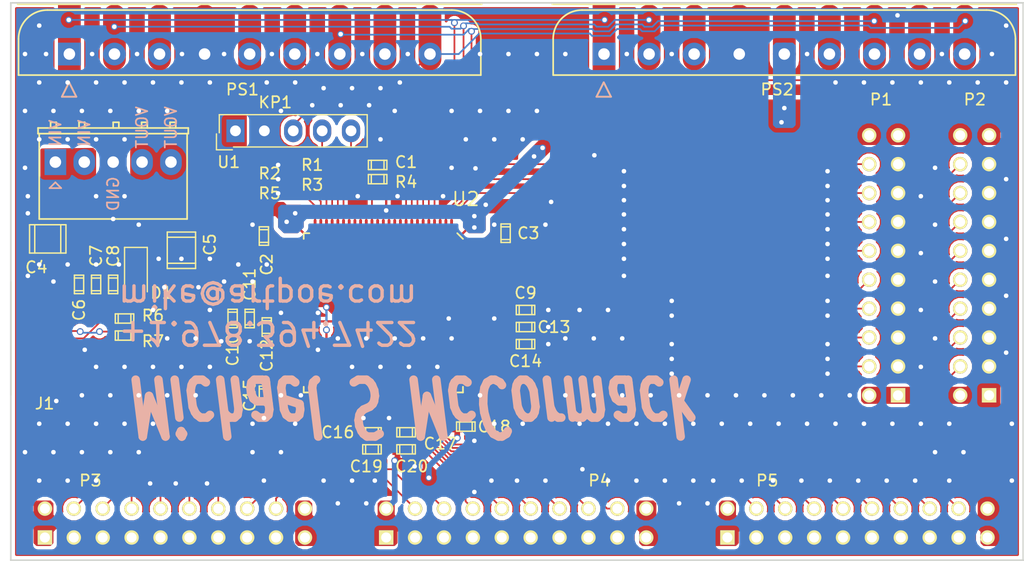
<source format=kicad_pcb>
(kicad_pcb (version 20171130) (host pcbnew "(5.0.2)-1")
  (layers (0 F.Cu signal) (31 B.Cu signal) (34 B.Paste user) (35 F.Paste user hide) (36 B.SilkS user) (37 F.SilkS user) (38 B.Mask user hide) (39 F.Mask user) (44 Edge.Cuts user))
  (net 0 "")
  (net 1 GND1)
  (net 2 /VCCD)
  (net 3 /XRES)
  (net 4 /VCCA)
  (net 5 /VUSB)
  (net 6 "Net-(J1-Pad3)")
  (net 7 "Net-(J1-Pad2)")
  (net 8 /SWDCK)
  (net 9 /SWDIO)
  (net 10 /KP_Rev_0)
  (net 11 /KP_Rev_1)
  (net 12 /KP_Rev_2)
  (net 13 /KP_Rev_3)
  (net 14 "Net-(R7-Pad2)")
  (net 15 "Net-(R6-Pad2)")
  (net 16 /PS1_ACK)
  (net 17 /SPI_CLK)
  (net 18 /SPI_CS0)
  (net 19 /SPI_MOSI)
  (net 20 /SPI_MISO)
  (net 21 /SPI_CS1)
  (net 22 /P3_0)
  (net 23 /P3_1)
  (net 24 /P3_2)
  (net 25 /P3_3)
  (net 26 /P0_0)
  (net 27 /P0_1)
  (net 28 /P0_2)
  (net 29 /P0_3)
  (net 30 /P3_4)
  (net 31 /P3_5)
  (net 32 /P3_6)
  (net 33 /P3_7)
  (net 34 /P0_4)
  (net 35 /P0_5)
  (net 36 /P0_6)
  (net 37 /P0_7)
  (net 38 /P6_0)
  (net 39 /P6_1)
  (net 40 /P6_2)
  (net 41 /P6_3)
  (net 42 /P2_0)
  (net 43 /P2_1)
  (net 44 /P2_2)
  (net 45 /P2_3)
  (net 46 /VIN)
  (net 47 VCC)
  (net 48 "Net-(PS1-Pad8)")
  (net 49 "Net-(PS1-Pad3)")
  (net 50 "Net-(PS2-Pad8)")
  (net 51 "Net-(PS2-Pad3)")
  (net 52 /P4_4)
  (net 53 /P4_5)
  (net 54 /P4_6)
  (net 55 /P4_7)
  (net 56 /P12_0)
  (net 57 /P12_1)
  (net 58 /P12_2)
  (net 59 /P12_3)
  (net 60 /P2_4)
  (net 61 /P2_5)
  (net 62 /P2_6)
  (net 63 /P2_7)
  (net 64 /P4_0)
  (net 65 /P4_1)
  (net 66 /P4_2)
  (net 67 /P4_3)
  (module Aglet_Footprints:VIA-0.6mm (layer F.Cu) (at 171.8 118.35)
    (fp_text reference REF** hide)
    (fp_text value VIA-0.6mm hide)
    (pad 1 thru_hole circle (at 0 0) (size 0.6 0.6) (drill 0.4) (layers *.Cu) (net 1 GND1))
  )
  (module Aglet_Footprints:VIA-0.6mm (layer F.Cu) (at 153.9 118.35)
    (fp_text reference REF** hide)
    (fp_text value VIA-0.6mm hide)
    (pad 1 thru_hole circle (at 0 0) (size 0.6 0.6) (drill 0.4) (layers *.Cu) (net 1 GND1))
  )
  (module Aglet_Footprints:VIA-0.6mm (layer F.Cu) (at 140.75 120.75)
    (fp_text reference REF** hide)
    (fp_text value VIA-0.6mm hide)
    (pad 1 thru_hole circle (at 0 0) (size 0.6 0.6) (drill 0.4) (layers *.Cu) (net 47 VCC))
  )
  (module Aglet_Footprints:VIA-0.6mm (layer F.Cu) (at 171.8 127.2)
    (fp_text reference REF** hide)
    (fp_text value VIA-0.6mm hide)
    (pad 1 thru_hole circle (at 0 0) (size 0.6 0.6) (drill 0.4) (layers *.Cu) (net 1 GND1))
  )
  (module Aglet_Footprints:VIA-0.6mm (layer F.Cu) (at 171.8 128.5)
    (fp_text reference REF** hide)
    (fp_text value VIA-0.6mm hide)
    (pad 1 thru_hole circle (at 0 0) (size 0.6 0.6) (drill 0.4) (layers *.Cu) (net 1 GND1))
  )
  (module Aglet_Footprints:VIA-0.6mm (layer F.Cu) (at 171.8 131)
    (fp_text reference REF** hide)
    (fp_text value VIA-0.6mm hide)
    (pad 1 thru_hole circle (at 0 0) (size 0.6 0.6) (drill 0.4) (layers *.Cu) (net 1 GND1))
  )
  (module Aglet_Footprints:VIA-0.6mm (layer F.Cu) (at 171.8 132.3)
    (fp_text reference REF** hide)
    (fp_text value VIA-0.6mm hide)
    (pad 1 thru_hole circle (at 0 0) (size 0.6 0.6) (drill 0.4) (layers *.Cu) (net 1 GND1))
  )
  (module Aglet_Footprints:VIA-0.6mm (layer F.Cu) (at 171.8 133.6)
    (fp_text reference REF** hide)
    (fp_text value VIA-0.6mm hide)
    (pad 1 thru_hole circle (at 0 0) (size 0.6 0.6) (drill 0.4) (layers *.Cu) (net 1 GND1))
  )
  (module Aglet_Footprints:VIA-0.6mm (layer F.Cu) (at 171.8 115.8)
    (fp_text reference REF** hide)
    (fp_text value VIA-0.6mm hide)
    (pad 1 thru_hole circle (at 0 0) (size 0.6 0.6) (drill 0.4) (layers *.Cu) (net 1 GND1))
  )
  (module Aglet_Footprints:VIA-0.6mm (layer F.Cu) (at 171.8 117.1)
    (fp_text reference REF** hide)
    (fp_text value VIA-0.6mm hide)
    (pad 1 thru_hole circle (at 0 0) (size 0.6 0.6) (drill 0.4) (layers *.Cu) (net 1 GND1))
  )
  (module Aglet_Footprints:VIA-0.6mm (layer F.Cu) (at 171.8 119.6)
    (fp_text reference REF** hide)
    (fp_text value VIA-0.6mm hide)
    (pad 1 thru_hole circle (at 0 0) (size 0.6 0.6) (drill 0.4) (layers *.Cu) (net 1 GND1))
  )
  (module Aglet_Footprints:VIA-0.6mm (layer F.Cu) (at 171.8 120.9)
    (fp_text reference REF** hide)
    (fp_text value VIA-0.6mm hide)
    (pad 1 thru_hole circle (at 0 0) (size 0.6 0.6) (drill 0.4) (layers *.Cu) (net 1 GND1))
  )
  (module Aglet_Footprints:VIA-0.6mm (layer F.Cu) (at 171.8 122.2)
    (fp_text reference REF** hide)
    (fp_text value VIA-0.6mm hide)
    (pad 1 thru_hole circle (at 0 0) (size 0.6 0.6) (drill 0.4) (layers *.Cu) (net 1 GND1))
  )
  (module Aglet_Footprints:VIA-0.6mm (layer F.Cu) (at 171.8 123.5)
    (fp_text reference REF** hide)
    (fp_text value VIA-0.6mm hide)
    (pad 1 thru_hole circle (at 0 0) (size 0.6 0.6) (drill 0.4) (layers *.Cu) (net 1 GND1))
  )
  (module Aglet_Footprints:VIA-0.6mm (layer F.Cu) (at 171.8 125)
    (fp_text reference REF** hide)
    (fp_text value VIA-0.6mm hide)
    (pad 1 thru_hole circle (at 0 0) (size 0.6 0.6) (drill 0.4) (layers *.Cu) (net 1 GND1))
  )
  (module Aglet_Footprints:VIA-0.6mm (layer F.Cu) (at 158.1 133.6)
    (fp_text reference REF** hide)
    (fp_text value VIA-0.6mm hide)
    (pad 1 thru_hole circle (at 0 0) (size 0.6 0.6) (drill 0.4) (layers *.Cu) (net 1 GND1))
  )
  (module Aglet_Footprints:VIA-0.6mm (layer F.Cu) (at 158.1 132.3)
    (fp_text reference REF** hide)
    (fp_text value VIA-0.6mm hide)
    (pad 1 thru_hole circle (at 0 0) (size 0.6 0.6) (drill 0.4) (layers *.Cu) (net 1 GND1))
  )
  (module Aglet_Footprints:VIA-0.6mm (layer F.Cu) (at 158.1 131)
    (fp_text reference REF** hide)
    (fp_text value VIA-0.6mm hide)
    (pad 1 thru_hole circle (at 0 0) (size 0.6 0.6) (drill 0.4) (layers *.Cu) (net 1 GND1))
  )
  (module Aglet_Footprints:VIA-0.6mm (layer F.Cu) (at 168 110.25)
    (fp_text reference REF** hide)
    (fp_text value VIA-0.6mm hide)
    (pad 1 thru_hole circle (at 0 0) (size 0.6 0.6) (drill 0.4) (layers *.Cu) (net 47 VCC))
  )
  (module Aglet_Footprints:CONN_2_10 (layer F.Cu) (at 186 135.5 90)
    (fp_text reference P2 (at 26 -1.25 180) (layer F.SilkS) (effects (font (size 1.00076 1.00076) (thickness 0.14986))))
    (fp_text value CONN_2x10 hide)
    (pad 1 thru_hole rect (at 0 0 90) (size 1.27 1.27) (drill 0.889) (layers *.Cu *.Mask F.SilkS) (net 47 VCC))
    (pad 2 thru_hole circle (at 0 -2.54 90) (size 1.27 1.27) (drill 0.889) (layers *.Cu *.Mask F.SilkS) (net 47 VCC))
    (pad 3 thru_hole circle (at 2.54 0 90) (size 1.27 1.27) (drill 0.889) (layers *.Cu *.Mask F.SilkS) (net 1 GND1))
    (pad 4 thru_hole circle (at 2.54 -2.54 90) (size 1.27 1.27) (drill 0.889) (layers *.Cu *.Mask F.SilkS) (net 52 /P4_4))
    (pad 5 thru_hole circle (at 5.08 0 90) (size 1.27 1.27) (drill 0.889) (layers *.Cu *.Mask F.SilkS) (net 1 GND1))
    (pad 6 thru_hole circle (at 5.08 -2.54 90) (size 1.27 1.27) (drill 0.889) (layers *.Cu *.Mask F.SilkS) (net 54 /P4_6))
    (pad 7 thru_hole circle (at 7.62 0 90) (size 1.27 1.27) (drill 0.889) (layers *.Cu *.Mask F.SilkS) (net 1 GND1))
    (pad 8 thru_hole circle (at 7.62 -2.54 90) (size 1.27 1.27) (drill 0.889) (layers *.Cu *.Mask F.SilkS) (net 38 /P6_0))
    (pad 9 thru_hole circle (at 10.16 0 90) (size 1.27 1.27) (drill 0.889) (layers *.Cu *.Mask F.SilkS) (net 1 GND1))
    (pad 10 thru_hole circle (at 10.16 -2.54 90) (size 1.27 1.27) (drill 0.889) (layers *.Cu *.Mask F.SilkS) (net 40 /P6_2))
    (pad 11 thru_hole circle (at 12.7 0 90) (size 1.27 1.27) (drill 0.889) (layers *.Cu *.Mask F.SilkS) (net 1 GND1))
    (pad 12 thru_hole circle (at 12.7 -2.54 90) (size 1.27 1.27) (drill 0.889) (layers *.Cu *.Mask F.SilkS) (net 42 /P2_0))
    (pad 13 thru_hole circle (at 15.24 0 90) (size 1.27 1.27) (drill 0.889) (layers *.Cu *.Mask F.SilkS) (net 1 GND1))
    (pad 14 thru_hole circle (at 15.24 -2.54 90) (size 1.27 1.27) (drill 0.889) (layers *.Cu *.Mask F.SilkS) (net 44 /P2_2))
    (pad 15 thru_hole circle (at 17.78 0 90) (size 1.27 1.27) (drill 0.889) (layers *.Cu *.Mask F.SilkS) (net 1 GND1))
    (pad 16 thru_hole circle (at 17.78 -2.54 90) (size 1.27 1.27) (drill 0.889) (layers *.Cu *.Mask F.SilkS) (net 60 /P2_4))
    (pad 17 thru_hole circle (at 20.32 0 90) (size 1.27 1.27) (drill 0.889) (layers *.Cu *.Mask F.SilkS) (net 1 GND1))
    (pad 18 thru_hole circle (at 20.32 -2.54 90) (size 1.27 1.27) (drill 0.889) (layers *.Cu *.Mask F.SilkS) (net 62 /P2_6))
    (pad 19 thru_hole circle (at 22.86 0 90) (size 1.27 1.27) (drill 0.889) (layers *.Cu *.Mask F.SilkS) (net 47 VCC))
    (pad 20 thru_hole circle (at 22.86 -2.54 90) (size 1.27 1.27) (drill 0.889) (layers *.Cu *.Mask F.SilkS) (net 47 VCC))
  )
  (module Aglet_Footprints:VIA-0.6mm (layer F.Cu) (at 173.75 135.5)
    (fp_text reference REF** hide)
    (fp_text value VIA-0.6mm hide)
    (pad 1 thru_hole circle (at 0 0) (size 0.6 0.6) (drill 0.4) (layers *.Cu) (net 1 GND1))
  )
  (module Aglet_Footprints:VIA-0.6mm (layer F.Cu) (at 180 133)
    (fp_text reference REF** hide)
    (fp_text value VIA-0.6mm hide)
    (pad 1 thru_hole circle (at 0 0) (size 0.6 0.6) (drill 0.4) (layers *.Cu) (net 1 GND1))
  )
  (module Aglet_Footprints:CONN_2_10 (layer F.Cu) (at 178 135.5 90)
    (fp_text reference P1 (at 26 -1.5 180) (layer F.SilkS) (effects (font (size 1.00076 1.00076) (thickness 0.14986))))
    (fp_text value CONN_2x10 hide)
    (pad 1 thru_hole rect (at 0 0 90) (size 1.27 1.27) (drill 0.889) (layers *.Cu *.Mask F.SilkS) (net 47 VCC))
    (pad 2 thru_hole circle (at 0 -2.54 90) (size 1.27 1.27) (drill 0.889) (layers *.Cu *.Mask F.SilkS) (net 47 VCC))
    (pad 3 thru_hole circle (at 2.54 0 90) (size 1.27 1.27) (drill 0.889) (layers *.Cu *.Mask F.SilkS) (net 1 GND1))
    (pad 4 thru_hole circle (at 2.54 -2.54 90) (size 1.27 1.27) (drill 0.889) (layers *.Cu *.Mask F.SilkS) (net 53 /P4_5))
    (pad 5 thru_hole circle (at 5.08 0 90) (size 1.27 1.27) (drill 0.889) (layers *.Cu *.Mask F.SilkS) (net 1 GND1))
    (pad 6 thru_hole circle (at 5.08 -2.54 90) (size 1.27 1.27) (drill 0.889) (layers *.Cu *.Mask F.SilkS) (net 55 /P4_7))
    (pad 7 thru_hole circle (at 7.62 0 90) (size 1.27 1.27) (drill 0.889) (layers *.Cu *.Mask F.SilkS) (net 1 GND1))
    (pad 8 thru_hole circle (at 7.62 -2.54 90) (size 1.27 1.27) (drill 0.889) (layers *.Cu *.Mask F.SilkS) (net 39 /P6_1))
    (pad 9 thru_hole circle (at 10.16 0 90) (size 1.27 1.27) (drill 0.889) (layers *.Cu *.Mask F.SilkS) (net 1 GND1))
    (pad 10 thru_hole circle (at 10.16 -2.54 90) (size 1.27 1.27) (drill 0.889) (layers *.Cu *.Mask F.SilkS) (net 41 /P6_3))
    (pad 11 thru_hole circle (at 12.7 0 90) (size 1.27 1.27) (drill 0.889) (layers *.Cu *.Mask F.SilkS) (net 1 GND1))
    (pad 12 thru_hole circle (at 12.7 -2.54 90) (size 1.27 1.27) (drill 0.889) (layers *.Cu *.Mask F.SilkS) (net 43 /P2_1))
    (pad 13 thru_hole circle (at 15.24 0 90) (size 1.27 1.27) (drill 0.889) (layers *.Cu *.Mask F.SilkS) (net 1 GND1))
    (pad 14 thru_hole circle (at 15.24 -2.54 90) (size 1.27 1.27) (drill 0.889) (layers *.Cu *.Mask F.SilkS) (net 45 /P2_3))
    (pad 15 thru_hole circle (at 17.78 0 90) (size 1.27 1.27) (drill 0.889) (layers *.Cu *.Mask F.SilkS) (net 1 GND1))
    (pad 16 thru_hole circle (at 17.78 -2.54 90) (size 1.27 1.27) (drill 0.889) (layers *.Cu *.Mask F.SilkS) (net 61 /P2_5))
    (pad 17 thru_hole circle (at 20.32 0 90) (size 1.27 1.27) (drill 0.889) (layers *.Cu *.Mask F.SilkS) (net 1 GND1))
    (pad 18 thru_hole circle (at 20.32 -2.54 90) (size 1.27 1.27) (drill 0.889) (layers *.Cu *.Mask F.SilkS) (net 63 /P2_7))
    (pad 19 thru_hole circle (at 22.86 0 90) (size 1.27 1.27) (drill 0.889) (layers *.Cu *.Mask F.SilkS) (net 47 VCC))
    (pad 20 thru_hole circle (at 22.86 -2.54 90) (size 1.27 1.27) (drill 0.889) (layers *.Cu *.Mask F.SilkS) (net 47 VCC))
  )
  (module Aglet_Footprints:VIA-0.6mm (layer F.Cu) (at 161.25 145)
    (fp_text reference REF** hide)
    (fp_text value VIA-0.6mm hide)
    (pad 1 thru_hole circle (at 0 0) (size 0.6 0.6) (drill 0.4) (layers *.Cu) (net 1 GND1))
  )
  (module Aglet_Footprints:VIA-0.6mm (layer F.Cu) (at 158.75 145)
    (fp_text reference REF** hide)
    (fp_text value VIA-0.6mm hide)
    (pad 1 thru_hole circle (at 0 0) (size 0.6 0.6) (drill 0.4) (layers *.Cu) (net 1 GND1))
  )
  (module Aglet_Footprints:VIA-0.6mm (layer F.Cu) (at 131.25 145)
    (fp_text reference REF** hide)
    (fp_text value VIA-0.6mm hide)
    (pad 1 thru_hole circle (at 0 0) (size 0.6 0.6) (drill 0.4) (layers *.Cu) (net 1 GND1))
  )
  (module Aglet_Footprints:VIA-0.6mm (layer F.Cu) (at 128.75 145)
    (fp_text reference REF** hide)
    (fp_text value VIA-0.6mm hide)
    (pad 1 thru_hole circle (at 0 0) (size 0.6 0.6) (drill 0.4) (layers *.Cu) (net 1 GND1))
  )
  (module Aglet_Footprints:VIA-0.6mm (layer F.Cu) (at 188 143)
    (fp_text reference REF** hide)
    (fp_text value VIA-0.6mm hide)
    (pad 1 thru_hole circle (at 0 0) (size 0.6 0.6) (drill 0.4) (layers *.Cu) (net 1 GND1))
  )
  (module Aglet_Footprints:VIA-0.6mm (layer F.Cu) (at 182.5 143)
    (fp_text reference REF** hide)
    (fp_text value VIA-0.6mm hide)
    (pad 1 thru_hole circle (at 0 0) (size 0.6 0.6) (drill 0.4) (layers *.Cu) (net 1 GND1))
  )
  (module Aglet_Footprints:VIA-0.6mm (layer F.Cu) (at 179.5 143)
    (fp_text reference REF** hide)
    (fp_text value VIA-0.6mm hide)
    (pad 1 thru_hole circle (at 0 0) (size 0.6 0.6) (drill 0.4) (layers *.Cu) (net 1 GND1))
  )
  (module Aglet_Footprints:VIA-0.6mm (layer F.Cu) (at 177 143)
    (fp_text reference REF** hide)
    (fp_text value VIA-0.6mm hide)
    (pad 1 thru_hole circle (at 0 0) (size 0.6 0.6) (drill 0.4) (layers *.Cu) (net 1 GND1))
  )
  (module Aglet_Footprints:VIA-0.6mm (layer F.Cu) (at 174.5 143)
    (fp_text reference REF** hide)
    (fp_text value VIA-0.6mm hide)
    (pad 1 thru_hole circle (at 0 0) (size 0.6 0.6) (drill 0.4) (layers *.Cu) (net 1 GND1))
  )
  (module Aglet_Footprints:VIA-0.6mm (layer F.Cu) (at 172 143)
    (fp_text reference REF** hide)
    (fp_text value VIA-0.6mm hide)
    (pad 1 thru_hole circle (at 0 0) (size 0.6 0.6) (drill 0.4) (layers *.Cu) (net 1 GND1))
  )
  (module Aglet_Footprints:VIA-0.6mm (layer F.Cu) (at 169.5 143)
    (fp_text reference REF** hide)
    (fp_text value VIA-0.6mm hide)
    (pad 1 thru_hole circle (at 0 0) (size 0.6 0.6) (drill 0.4) (layers *.Cu) (net 1 GND1))
  )
  (module Aglet_Footprints:VIA-0.6mm (layer F.Cu) (at 167 143)
    (fp_text reference REF** hide)
    (fp_text value VIA-0.6mm hide)
    (pad 1 thru_hole circle (at 0 0) (size 0.6 0.6) (drill 0.4) (layers *.Cu) (net 1 GND1))
  )
  (module Aglet_Footprints:VIA-0.6mm (layer F.Cu) (at 164.25 143)
    (fp_text reference REF** hide)
    (fp_text value VIA-0.6mm hide)
    (pad 1 thru_hole circle (at 0 0) (size 0.6 0.6) (drill 0.4) (layers *.Cu) (net 1 GND1))
  )
  (module Aglet_Footprints:VIA-0.6mm (layer F.Cu) (at 161.75 143)
    (fp_text reference REF** hide)
    (fp_text value VIA-0.6mm hide)
    (pad 1 thru_hole circle (at 0 0) (size 0.6 0.6) (drill 0.4) (layers *.Cu) (net 1 GND1))
  )
  (module Aglet_Footprints:VIA-0.6mm (layer F.Cu) (at 160 143)
    (fp_text reference REF** hide)
    (fp_text value VIA-0.6mm hide)
    (pad 1 thru_hole circle (at 0 0) (size 0.6 0.6) (drill 0.4) (layers *.Cu) (net 1 GND1))
  )
  (module Aglet_Footprints:VIA-0.6mm (layer F.Cu) (at 157.5 143)
    (fp_text reference REF** hide)
    (fp_text value VIA-0.6mm hide)
    (pad 1 thru_hole circle (at 0 0) (size 0.6 0.6) (drill 0.4) (layers *.Cu) (net 1 GND1))
  )
  (module Aglet_Footprints:VIA-0.6mm (layer F.Cu) (at 155 143)
    (fp_text reference REF** hide)
    (fp_text value VIA-0.6mm hide)
    (pad 1 thru_hole circle (at 0 0) (size 0.6 0.6) (drill 0.4) (layers *.Cu) (net 1 GND1))
  )
  (module Aglet_Footprints:VIA-0.6mm (layer F.Cu) (at 152.5 143)
    (fp_text reference REF** hide)
    (fp_text value VIA-0.6mm hide)
    (pad 1 thru_hole circle (at 0 0) (size 0.6 0.6) (drill 0.4) (layers *.Cu) (net 1 GND1))
  )
  (module Aglet_Footprints:VIA-0.6mm (layer F.Cu) (at 150.25 142)
    (fp_text reference REF** hide)
    (fp_text value VIA-0.6mm hide)
    (pad 1 thru_hole circle (at 0 0) (size 0.6 0.6) (drill 0.4) (layers *.Cu) (net 1 GND1))
  )
  (module Aglet_Footprints:VIA-0.6mm (layer F.Cu) (at 147 143)
    (fp_text reference REF** hide)
    (fp_text value VIA-0.6mm hide)
    (pad 1 thru_hole circle (at 0 0) (size 0.6 0.6) (drill 0.4) (layers *.Cu) (net 1 GND1))
  )
  (module Aglet_Footprints:VIA-0.6mm (layer F.Cu) (at 144.5 143)
    (fp_text reference REF** hide)
    (fp_text value VIA-0.6mm hide)
    (pad 1 thru_hole circle (at 0 0) (size 0.6 0.6) (drill 0.4) (layers *.Cu) (net 1 GND1))
  )
  (module Aglet_Footprints:VIA-0.6mm (layer F.Cu) (at 142.25 143)
    (fp_text reference REF** hide)
    (fp_text value VIA-0.6mm hide)
    (pad 1 thru_hole circle (at 0 0) (size 0.6 0.6) (drill 0.4) (layers *.Cu) (net 1 GND1))
  )
  (module Aglet_Footprints:VIA-0.6mm (layer F.Cu) (at 140.75 144)
    (fp_text reference REF** hide)
    (fp_text value VIA-0.6mm hide)
    (pad 1 thru_hole circle (at 0 0) (size 0.6 0.6) (drill 0.4) (layers *.Cu) (net 1 GND1))
  )
  (module Aglet_Footprints:VIA-0.6mm (layer F.Cu) (at 132 143)
    (fp_text reference REF** hide)
    (fp_text value VIA-0.6mm hide)
    (pad 1 thru_hole circle (at 0 0) (size 0.6 0.6) (drill 0.4) (layers *.Cu) (net 1 GND1))
  )
  (module Aglet_Footprints:VIA-0.6mm (layer F.Cu) (at 130 143)
    (fp_text reference REF** hide)
    (fp_text value VIA-0.6mm hide)
    (pad 1 thru_hole circle (at 0 0) (size 0.6 0.6) (drill 0.4) (layers *.Cu) (net 1 GND1))
  )
  (module Aglet_Footprints:VIA-0.6mm (layer F.Cu) (at 127.5 143)
    (fp_text reference REF** hide)
    (fp_text value VIA-0.6mm hide)
    (pad 1 thru_hole circle (at 0 0) (size 0.6 0.6) (drill 0.4) (layers *.Cu) (net 1 GND1))
  )
  (module Aglet_Footprints:VIA-0.6mm (layer F.Cu) (at 122.25 143)
    (fp_text reference REF** hide)
    (fp_text value VIA-0.6mm hide)
    (pad 1 thru_hole circle (at 0 0) (size 0.6 0.6) (drill 0.4) (layers *.Cu) (net 1 GND1))
  )
  (module Aglet_Footprints:VIA-0.6mm (layer F.Cu) (at 117.25 143.25)
    (fp_text reference REF** hide)
    (fp_text value VIA-0.6mm hide)
    (pad 1 thru_hole circle (at 0 0) (size 0.6 0.6) (drill 0.4) (layers *.Cu) (net 1 GND1))
  )
  (module Aglet_Footprints:VIA-0.6mm (layer F.Cu) (at 114.5 143.25)
    (fp_text reference REF** hide)
    (fp_text value VIA-0.6mm hide)
    (pad 1 thru_hole circle (at 0 0) (size 0.6 0.6) (drill 0.4) (layers *.Cu) (net 1 GND1))
  )
  (module Aglet_Footprints:VIA-0.6mm (layer F.Cu) (at 112.25 143.25)
    (fp_text reference REF** hide)
    (fp_text value VIA-0.6mm hide)
    (pad 1 thru_hole circle (at 0 0) (size 0.6 0.6) (drill 0.4) (layers *.Cu) (net 1 GND1))
  )
  (module Aglet_Footprints:VIA-0.6mm (layer F.Cu) (at 107.5 143)
    (fp_text reference REF** hide)
    (fp_text value VIA-0.6mm hide)
    (pad 1 thru_hole circle (at 0 0) (size 0.6 0.6) (drill 0.4) (layers *.Cu) (net 1 GND1))
  )
  (module Aglet_Footprints:VIA-0.6mm (layer F.Cu) (at 105 143)
    (fp_text reference REF** hide)
    (fp_text value VIA-0.6mm hide)
    (pad 1 thru_hole circle (at 0 0) (size 0.6 0.6) (drill 0.4) (layers *.Cu) (net 1 GND1))
  )
  (module Aglet_Footprints:VIA-0.6mm (layer F.Cu) (at 102.5 143)
    (fp_text reference REF** hide)
    (fp_text value VIA-0.6mm hide)
    (pad 1 thru_hole circle (at 0 0) (size 0.6 0.6) (drill 0.4) (layers *.Cu) (net 1 GND1))
  )
  (module Aglet_Footprints:VIA-0.6mm (layer F.Cu) (at 183.75 140.5)
    (fp_text reference REF** hide)
    (fp_text value VIA-0.6mm hide)
    (pad 1 thru_hole circle (at 0 0) (size 0.6 0.6) (drill 0.4) (layers *.Cu) (net 1 GND1))
  )
  (module Aglet_Footprints:VIA-0.6mm (layer F.Cu) (at 181.25 140.5)
    (fp_text reference REF** hide)
    (fp_text value VIA-0.6mm hide)
    (pad 1 thru_hole circle (at 0 0) (size 0.6 0.6) (drill 0.4) (layers *.Cu) (net 1 GND1))
  )
  (module Aglet_Footprints:VIA-0.6mm (layer F.Cu) (at 123.75 140.5)
    (fp_text reference REF** hide)
    (fp_text value VIA-0.6mm hide)
    (pad 1 thru_hole circle (at 0 0) (size 0.6 0.6) (drill 0.4) (layers *.Cu) (net 1 GND1))
  )
  (module Aglet_Footprints:VIA-0.6mm (layer F.Cu) (at 121.25 140.5)
    (fp_text reference REF** hide)
    (fp_text value VIA-0.6mm hide)
    (pad 1 thru_hole circle (at 0 0) (size 0.6 0.6) (drill 0.4) (layers *.Cu) (net 1 GND1))
  )
  (module Aglet_Footprints:VIA-0.6mm (layer F.Cu) (at 111.25 140.5)
    (fp_text reference REF** hide)
    (fp_text value VIA-0.6mm hide)
    (pad 1 thru_hole circle (at 0 0) (size 0.6 0.6) (drill 0.4) (layers *.Cu) (net 1 GND1))
  )
  (module Aglet_Footprints:VIA-0.6mm (layer F.Cu) (at 108.75 140.5)
    (fp_text reference REF** hide)
    (fp_text value VIA-0.6mm hide)
    (pad 1 thru_hole circle (at 0 0) (size 0.6 0.6) (drill 0.4) (layers *.Cu) (net 1 GND1))
  )
  (module Aglet_Footprints:VIA-0.6mm (layer F.Cu) (at 106.25 140.5)
    (fp_text reference REF** hide)
    (fp_text value VIA-0.6mm hide)
    (pad 1 thru_hole circle (at 0 0) (size 0.6 0.6) (drill 0.4) (layers *.Cu) (net 1 GND1))
  )
  (module Aglet_Footprints:VIA-0.6mm (layer F.Cu) (at 103.75 140.5)
    (fp_text reference REF** hide)
    (fp_text value VIA-0.6mm hide)
    (pad 1 thru_hole circle (at 0 0) (size 0.6 0.6) (drill 0.4) (layers *.Cu) (net 1 GND1))
  )
  (module Aglet_Footprints:VIA-0.6mm (layer F.Cu) (at 101.25 140.5)
    (fp_text reference REF** hide)
    (fp_text value VIA-0.6mm hide)
    (pad 1 thru_hole circle (at 0 0) (size 0.6 0.6) (drill 0.4) (layers *.Cu) (net 1 GND1))
  )
  (module Aglet_Footprints:VIA-0.6mm (layer F.Cu) (at 188 138)
    (fp_text reference REF** hide)
    (fp_text value VIA-0.6mm hide)
    (pad 1 thru_hole circle (at 0 0) (size 0.6 0.6) (drill 0.4) (layers *.Cu) (net 1 GND1))
  )
  (module Aglet_Footprints:VIA-0.6mm (layer F.Cu) (at 182.5 138)
    (fp_text reference REF** hide)
    (fp_text value VIA-0.6mm hide)
    (pad 1 thru_hole circle (at 0 0) (size 0.6 0.6) (drill 0.4) (layers *.Cu) (net 1 GND1))
  )
  (module Aglet_Footprints:VIA-0.6mm (layer F.Cu) (at 180 138)
    (fp_text reference REF** hide)
    (fp_text value VIA-0.6mm hide)
    (pad 1 thru_hole circle (at 0 0) (size 0.6 0.6) (drill 0.4) (layers *.Cu) (net 1 GND1))
  )
  (module Aglet_Footprints:VIA-0.6mm (layer F.Cu) (at 177.5 138)
    (fp_text reference REF** hide)
    (fp_text value VIA-0.6mm hide)
    (pad 1 thru_hole circle (at 0 0) (size 0.6 0.6) (drill 0.4) (layers *.Cu) (net 1 GND1))
  )
  (module Aglet_Footprints:VIA-0.6mm (layer F.Cu) (at 175 138)
    (fp_text reference REF** hide)
    (fp_text value VIA-0.6mm hide)
    (pad 1 thru_hole circle (at 0 0) (size 0.6 0.6) (drill 0.4) (layers *.Cu) (net 1 GND1))
  )
  (module Aglet_Footprints:VIA-0.6mm (layer F.Cu) (at 172.5 138)
    (fp_text reference REF** hide)
    (fp_text value VIA-0.6mm hide)
    (pad 1 thru_hole circle (at 0 0) (size 0.6 0.6) (drill 0.4) (layers *.Cu) (net 1 GND1))
  )
  (module Aglet_Footprints:VIA-0.6mm (layer F.Cu) (at 170 138)
    (fp_text reference REF** hide)
    (fp_text value VIA-0.6mm hide)
    (pad 1 thru_hole circle (at 0 0) (size 0.6 0.6) (drill 0.4) (layers *.Cu) (net 1 GND1))
  )
  (module Aglet_Footprints:VIA-0.6mm (layer F.Cu) (at 167.5 138)
    (fp_text reference REF** hide)
    (fp_text value VIA-0.6mm hide)
    (pad 1 thru_hole circle (at 0 0) (size 0.6 0.6) (drill 0.4) (layers *.Cu) (net 1 GND1))
  )
  (module Aglet_Footprints:VIA-0.6mm (layer F.Cu) (at 165 138)
    (fp_text reference REF** hide)
    (fp_text value VIA-0.6mm hide)
    (pad 1 thru_hole circle (at 0 0) (size 0.6 0.6) (drill 0.4) (layers *.Cu) (net 1 GND1))
  )
  (module Aglet_Footprints:VIA-0.6mm (layer F.Cu) (at 162.5 138)
    (fp_text reference REF** hide)
    (fp_text value VIA-0.6mm hide)
    (pad 1 thru_hole circle (at 0 0) (size 0.6 0.6) (drill 0.4) (layers *.Cu) (net 1 GND1))
  )
  (module Aglet_Footprints:VIA-0.6mm (layer F.Cu) (at 160 138)
    (fp_text reference REF** hide)
    (fp_text value VIA-0.6mm hide)
    (pad 1 thru_hole circle (at 0 0) (size 0.6 0.6) (drill 0.4) (layers *.Cu) (net 1 GND1))
  )
  (module Aglet_Footprints:VIA-0.6mm (layer F.Cu) (at 157.5 138)
    (fp_text reference REF** hide)
    (fp_text value VIA-0.6mm hide)
    (pad 1 thru_hole circle (at 0 0) (size 0.6 0.6) (drill 0.4) (layers *.Cu) (net 1 GND1))
  )
  (module Aglet_Footprints:VIA-0.6mm (layer F.Cu) (at 155 138)
    (fp_text reference REF** hide)
    (fp_text value VIA-0.6mm hide)
    (pad 1 thru_hole circle (at 0 0) (size 0.6 0.6) (drill 0.4) (layers *.Cu) (net 1 GND1))
  )
  (module Aglet_Footprints:VIA-0.6mm (layer F.Cu) (at 152.5 138)
    (fp_text reference REF** hide)
    (fp_text value VIA-0.6mm hide)
    (pad 1 thru_hole circle (at 0 0) (size 0.6 0.6) (drill 0.4) (layers *.Cu) (net 1 GND1))
  )
  (module Aglet_Footprints:VIA-0.6mm (layer F.Cu) (at 150 138)
    (fp_text reference REF** hide)
    (fp_text value VIA-0.6mm hide)
    (pad 1 thru_hole circle (at 0 0) (size 0.6 0.6) (drill 0.4) (layers *.Cu) (net 1 GND1))
  )
  (module Aglet_Footprints:VIA-0.6mm (layer F.Cu) (at 145 138)
    (fp_text reference REF** hide)
    (fp_text value VIA-0.6mm hide)
    (pad 1 thru_hole circle (at 0 0) (size 0.6 0.6) (drill 0.4) (layers *.Cu) (net 1 GND1))
  )
  (module Aglet_Footprints:VIA-0.6mm (layer F.Cu) (at 142.5 138)
    (fp_text reference REF** hide)
    (fp_text value VIA-0.6mm hide)
    (pad 1 thru_hole circle (at 0 0) (size 0.6 0.6) (drill 0.4) (layers *.Cu) (net 1 GND1))
  )
  (module Aglet_Footprints:VIA-0.6mm (layer F.Cu) (at 125 138)
    (fp_text reference REF** hide)
    (fp_text value VIA-0.6mm hide)
    (pad 1 thru_hole circle (at 0 0) (size 0.6 0.6) (drill 0.4) (layers *.Cu) (net 1 GND1))
  )
  (module Aglet_Footprints:VIA-0.6mm (layer F.Cu) (at 121.25 138)
    (fp_text reference REF** hide)
    (fp_text value VIA-0.6mm hide)
    (pad 1 thru_hole circle (at 0 0) (size 0.6 0.6) (drill 0.4) (layers *.Cu) (net 1 GND1))
  )
  (module Aglet_Footprints:VIA-0.6mm (layer F.Cu) (at 112.5 138)
    (fp_text reference REF** hide)
    (fp_text value VIA-0.6mm hide)
    (pad 1 thru_hole circle (at 0 0) (size 0.6 0.6) (drill 0.4) (layers *.Cu) (net 1 GND1))
  )
  (module Aglet_Footprints:VIA-0.6mm (layer F.Cu) (at 110 138)
    (fp_text reference REF** hide)
    (fp_text value VIA-0.6mm hide)
    (pad 1 thru_hole circle (at 0 0) (size 0.6 0.6) (drill 0.4) (layers *.Cu) (net 1 GND1))
  )
  (module Aglet_Footprints:VIA-0.6mm (layer F.Cu) (at 107.5 138)
    (fp_text reference REF** hide)
    (fp_text value VIA-0.6mm hide)
    (pad 1 thru_hole circle (at 0 0) (size 0.6 0.6) (drill 0.4) (layers *.Cu) (net 1 GND1))
  )
  (module Aglet_Footprints:VIA-0.6mm (layer F.Cu) (at 105 138)
    (fp_text reference REF** hide)
    (fp_text value VIA-0.6mm hide)
    (pad 1 thru_hole circle (at 0 0) (size 0.6 0.6) (drill 0.4) (layers *.Cu) (net 1 GND1))
  )
  (module Aglet_Footprints:VIA-0.6mm (layer F.Cu) (at 102.5 138)
    (fp_text reference REF** hide)
    (fp_text value VIA-0.6mm hide)
    (pad 1 thru_hole circle (at 0 0) (size 0.6 0.6) (drill 0.4) (layers *.Cu) (net 1 GND1))
  )
  (module Aglet_Footprints:VIA-0.6mm (layer F.Cu) (at 171.25 135.5)
    (fp_text reference REF** hide)
    (fp_text value VIA-0.6mm hide)
    (pad 1 thru_hole circle (at 0 0) (size 0.6 0.6) (drill 0.4) (layers *.Cu) (net 1 GND1))
  )
  (module Aglet_Footprints:VIA-0.6mm (layer F.Cu) (at 168.75 135.5)
    (fp_text reference REF** hide)
    (fp_text value VIA-0.6mm hide)
    (pad 1 thru_hole circle (at 0 0) (size 0.6 0.6) (drill 0.4) (layers *.Cu) (net 1 GND1))
  )
  (module Aglet_Footprints:VIA-0.6mm (layer F.Cu) (at 166.25 135.5)
    (fp_text reference REF** hide)
    (fp_text value VIA-0.6mm hide)
    (pad 1 thru_hole circle (at 0 0) (size 0.6 0.6) (drill 0.4) (layers *.Cu) (net 1 GND1))
  )
  (module Aglet_Footprints:VIA-0.6mm (layer F.Cu) (at 163.75 135.5)
    (fp_text reference REF** hide)
    (fp_text value VIA-0.6mm hide)
    (pad 1 thru_hole circle (at 0 0) (size 0.6 0.6) (drill 0.4) (layers *.Cu) (net 1 GND1))
  )
  (module Aglet_Footprints:VIA-0.6mm (layer F.Cu) (at 161.25 135.5)
    (fp_text reference REF** hide)
    (fp_text value VIA-0.6mm hide)
    (pad 1 thru_hole circle (at 0 0) (size 0.6 0.6) (drill 0.4) (layers *.Cu) (net 1 GND1))
  )
  (module Aglet_Footprints:VIA-0.6mm (layer F.Cu) (at 158.75 135.5)
    (fp_text reference REF** hide)
    (fp_text value VIA-0.6mm hide)
    (pad 1 thru_hole circle (at 0 0) (size 0.6 0.6) (drill 0.4) (layers *.Cu) (net 1 GND1))
  )
  (module Aglet_Footprints:VIA-0.6mm (layer F.Cu) (at 156.25 135.5)
    (fp_text reference REF** hide)
    (fp_text value VIA-0.6mm hide)
    (pad 1 thru_hole circle (at 0 0) (size 0.6 0.6) (drill 0.4) (layers *.Cu) (net 1 GND1))
  )
  (module Aglet_Footprints:VIA-0.6mm (layer F.Cu) (at 153.75 135.5)
    (fp_text reference REF** hide)
    (fp_text value VIA-0.6mm hide)
    (pad 1 thru_hole circle (at 0 0) (size 0.6 0.6) (drill 0.4) (layers *.Cu) (net 1 GND1))
  )
  (module Aglet_Footprints:VIA-0.6mm (layer F.Cu) (at 151.25 135.5)
    (fp_text reference REF** hide)
    (fp_text value VIA-0.6mm hide)
    (pad 1 thru_hole circle (at 0 0) (size 0.6 0.6) (drill 0.4) (layers *.Cu) (net 1 GND1))
  )
  (module Aglet_Footprints:VIA-0.6mm (layer F.Cu) (at 148.75 135.5)
    (fp_text reference REF** hide)
    (fp_text value VIA-0.6mm hide)
    (pad 1 thru_hole circle (at 0 0) (size 0.6 0.6) (drill 0.4) (layers *.Cu) (net 1 GND1))
  )
  (module Aglet_Footprints:VIA-0.6mm (layer F.Cu) (at 141.25 135.5)
    (fp_text reference REF** hide)
    (fp_text value VIA-0.6mm hide)
    (pad 1 thru_hole circle (at 0 0) (size 0.6 0.6) (drill 0.4) (layers *.Cu) (net 1 GND1))
  )
  (module Aglet_Footprints:VIA-0.6mm (layer F.Cu) (at 125.5 135.5)
    (fp_text reference REF** hide)
    (fp_text value VIA-0.6mm hide)
    (pad 1 thru_hole circle (at 0 0) (size 0.6 0.6) (drill 0.4) (layers *.Cu) (net 1 GND1))
  )
  (module Aglet_Footprints:VIA-0.6mm (layer F.Cu) (at 123.75 135.5)
    (fp_text reference REF** hide)
    (fp_text value VIA-0.6mm hide)
    (pad 1 thru_hole circle (at 0 0) (size 0.6 0.6) (drill 0.4) (layers *.Cu) (net 1 GND1))
  )
  (module Aglet_Footprints:VIA-0.6mm (layer F.Cu) (at 116.25 135.5)
    (fp_text reference REF** hide)
    (fp_text value VIA-0.6mm hide)
    (pad 1 thru_hole circle (at 0 0) (size 0.6 0.6) (drill 0.4) (layers *.Cu) (net 1 GND1))
  )
  (module Aglet_Footprints:VIA-0.6mm (layer F.Cu) (at 113.75 135.5)
    (fp_text reference REF** hide)
    (fp_text value VIA-0.6mm hide)
    (pad 1 thru_hole circle (at 0 0) (size 0.6 0.6) (drill 0.4) (layers *.Cu) (net 1 GND1))
  )
  (module Aglet_Footprints:VIA-0.6mm (layer F.Cu) (at 111.25 135.5)
    (fp_text reference REF** hide)
    (fp_text value VIA-0.6mm hide)
    (pad 1 thru_hole circle (at 0 0) (size 0.6 0.6) (drill 0.4) (layers *.Cu) (net 1 GND1))
  )
  (module Aglet_Footprints:VIA-0.6mm (layer F.Cu) (at 108.75 135.5)
    (fp_text reference REF** hide)
    (fp_text value VIA-0.6mm hide)
    (pad 1 thru_hole circle (at 0 0) (size 0.6 0.6) (drill 0.4) (layers *.Cu) (net 1 GND1))
  )
  (module Aglet_Footprints:VIA-0.6mm (layer F.Cu) (at 106.25 135.5)
    (fp_text reference REF** hide)
    (fp_text value VIA-0.6mm hide)
    (pad 1 thru_hole circle (at 0 0) (size 0.6 0.6) (drill 0.4) (layers *.Cu) (net 1 GND1))
  )
  (module Aglet_Footprints:VIA-0.6mm (layer F.Cu) (at 104 136)
    (fp_text reference REF** hide)
    (fp_text value VIA-0.6mm hide)
    (pad 1 thru_hole circle (at 0 0) (size 0.6 0.6) (drill 0.4) (layers *.Cu) (net 1 GND1))
  )
  (module Aglet_Footprints:VIA-0.6mm (layer F.Cu) (at 187.5 131.75)
    (fp_text reference REF** hide)
    (fp_text value VIA-0.6mm hide)
    (pad 1 thru_hole circle (at 0 0) (size 0.6 0.6) (drill 0.4) (layers *.Cu) (net 1 GND1))
  )
  (module Aglet_Footprints:VIA-0.6mm (layer F.Cu) (at 137.5 133)
    (fp_text reference REF** hide)
    (fp_text value VIA-0.6mm hide)
    (pad 1 thru_hole circle (at 0 0) (size 0.6 0.6) (drill 0.4) (layers *.Cu) (net 1 GND1))
  )
  (module Aglet_Footprints:VIA-0.6mm (layer F.Cu) (at 135 133)
    (fp_text reference REF** hide)
    (fp_text value VIA-0.6mm hide)
    (pad 1 thru_hole circle (at 0 0) (size 0.6 0.6) (drill 0.4) (layers *.Cu) (net 1 GND1))
  )
  (module Aglet_Footprints:VIA-0.6mm (layer F.Cu) (at 132.5 133)
    (fp_text reference REF** hide)
    (fp_text value VIA-0.6mm hide)
    (pad 1 thru_hole circle (at 0 0) (size 0.6 0.6) (drill 0.4) (layers *.Cu) (net 1 GND1))
  )
  (module Aglet_Footprints:VIA-0.6mm (layer F.Cu) (at 130 133)
    (fp_text reference REF** hide)
    (fp_text value VIA-0.6mm hide)
    (pad 1 thru_hole circle (at 0 0) (size 0.6 0.6) (drill 0.4) (layers *.Cu) (net 1 GND1))
  )
  (module Aglet_Footprints:VIA-0.6mm (layer F.Cu) (at 117.5 133)
    (fp_text reference REF** hide)
    (fp_text value VIA-0.6mm hide)
    (pad 1 thru_hole circle (at 0 0) (size 0.6 0.6) (drill 0.4) (layers *.Cu) (net 1 GND1))
  )
  (module Aglet_Footprints:VIA-0.6mm (layer F.Cu) (at 115 133)
    (fp_text reference REF** hide)
    (fp_text value VIA-0.6mm hide)
    (pad 1 thru_hole circle (at 0 0) (size 0.6 0.6) (drill 0.4) (layers *.Cu) (net 1 GND1))
  )
  (module Aglet_Footprints:VIA-0.6mm (layer F.Cu) (at 112.5 133)
    (fp_text reference REF** hide)
    (fp_text value VIA-0.6mm hide)
    (pad 1 thru_hole circle (at 0 0) (size 0.6 0.6) (drill 0.4) (layers *.Cu) (net 1 GND1))
  )
  (module Aglet_Footprints:VIA-0.6mm (layer F.Cu) (at 110 133)
    (fp_text reference REF** hide)
    (fp_text value VIA-0.6mm hide)
    (pad 1 thru_hole circle (at 0 0) (size 0.6 0.6) (drill 0.4) (layers *.Cu) (net 1 GND1))
  )
  (module Aglet_Footprints:VIA-0.6mm (layer F.Cu) (at 107.5 133)
    (fp_text reference REF** hide)
    (fp_text value VIA-0.6mm hide)
    (pad 1 thru_hole circle (at 0 0) (size 0.6 0.6) (drill 0.4) (layers *.Cu) (net 1 GND1))
  )
  (module Aglet_Footprints:VIA-0.6mm (layer F.Cu) (at 106.5 131.5)
    (fp_text reference REF** hide)
    (fp_text value VIA-0.6mm hide)
    (pad 1 thru_hole circle (at 0 0) (size 0.6 0.6) (drill 0.4) (layers *.Cu) (net 1 GND1))
  )
  (module Aglet_Footprints:VIA-0.6mm (layer F.Cu) (at 181.25 130.5)
    (fp_text reference REF** hide)
    (fp_text value VIA-0.6mm hide)
    (pad 1 thru_hole circle (at 0 0) (size 0.6 0.6) (drill 0.4) (layers *.Cu) (net 1 GND1))
  )
  (module Aglet_Footprints:VIA-0.6mm (layer F.Cu) (at 153.75 130.5)
    (fp_text reference REF** hide)
    (fp_text value VIA-0.6mm hide)
    (pad 1 thru_hole circle (at 0 0) (size 0.6 0.6) (drill 0.4) (layers *.Cu) (net 1 GND1))
  )
  (module Aglet_Footprints:VIA-0.6mm (layer F.Cu) (at 151.25 130.5)
    (fp_text reference REF** hide)
    (fp_text value VIA-0.6mm hide)
    (pad 1 thru_hole circle (at 0 0) (size 0.6 0.6) (drill 0.4) (layers *.Cu) (net 1 GND1))
  )
  (module Aglet_Footprints:VIA-0.6mm (layer F.Cu) (at 148.75 130.5)
    (fp_text reference REF** hide)
    (fp_text value VIA-0.6mm hide)
    (pad 1 thru_hole circle (at 0 0) (size 0.6 0.6) (drill 0.4) (layers *.Cu) (net 1 GND1))
  )
  (module Aglet_Footprints:VIA-0.6mm (layer F.Cu) (at 138.75 130.5)
    (fp_text reference REF** hide)
    (fp_text value VIA-0.6mm hide)
    (pad 1 thru_hole circle (at 0 0) (size 0.6 0.6) (drill 0.4) (layers *.Cu) (net 1 GND1))
  )
  (module Aglet_Footprints:VIA-0.6mm (layer F.Cu) (at 136.25 130.5)
    (fp_text reference REF** hide)
    (fp_text value VIA-0.6mm hide)
    (pad 1 thru_hole circle (at 0 0) (size 0.6 0.6) (drill 0.4) (layers *.Cu) (net 1 GND1))
  )
  (module Aglet_Footprints:VIA-0.6mm (layer F.Cu) (at 133.75 130.5)
    (fp_text reference REF** hide)
    (fp_text value VIA-0.6mm hide)
    (pad 1 thru_hole circle (at 0 0) (size 0.6 0.6) (drill 0.4) (layers *.Cu) (net 1 GND1))
  )
  (module Aglet_Footprints:VIA-0.6mm (layer F.Cu) (at 131.25 130.5)
    (fp_text reference REF** hide)
    (fp_text value VIA-0.6mm hide)
    (pad 1 thru_hole circle (at 0 0) (size 0.6 0.6) (drill 0.4) (layers *.Cu) (net 1 GND1))
  )
  (module Aglet_Footprints:VIA-0.6mm (layer F.Cu) (at 128.75 130.5)
    (fp_text reference REF** hide)
    (fp_text value VIA-0.6mm hide)
    (pad 1 thru_hole circle (at 0 0) (size 0.6 0.6) (drill 0.4) (layers *.Cu) (net 1 GND1))
  )
  (module Aglet_Footprints:VIA-0.6mm (layer F.Cu) (at 127 131.5)
    (fp_text reference REF** hide)
    (fp_text value VIA-0.6mm hide)
    (pad 1 thru_hole circle (at 0 0) (size 0.6 0.6) (drill 0.4) (layers *.Cu) (net 1 GND1))
  )
  (module Aglet_Footprints:VIA-0.6mm (layer F.Cu) (at 121 130.75)
    (fp_text reference REF** hide)
    (fp_text value VIA-0.6mm hide)
    (pad 1 thru_hole circle (at 0 0) (size 0.6 0.6) (drill 0.4) (layers *.Cu) (net 1 GND1))
  )
  (module Aglet_Footprints:VIA-0.6mm (layer F.Cu) (at 118.5 130.75)
    (fp_text reference REF** hide)
    (fp_text value VIA-0.6mm hide)
    (pad 1 thru_hole circle (at 0 0) (size 0.6 0.6) (drill 0.4) (layers *.Cu) (net 1 GND1))
  )
  (module Aglet_Footprints:VIA-0.6mm (layer F.Cu) (at 116.25 130.5)
    (fp_text reference REF** hide)
    (fp_text value VIA-0.6mm hide)
    (pad 1 thru_hole circle (at 0 0) (size 0.6 0.6) (drill 0.4) (layers *.Cu) (net 1 GND1))
  )
  (module Aglet_Footprints:VIA-0.6mm (layer F.Cu) (at 113.75 130.5)
    (fp_text reference REF** hide)
    (fp_text value VIA-0.6mm hide)
    (pad 1 thru_hole circle (at 0 0) (size 0.6 0.6) (drill 0.4) (layers *.Cu) (net 1 GND1))
  )
  (module Aglet_Footprints:VIA-0.6mm (layer F.Cu) (at 187.5 126.75)
    (fp_text reference REF** hide)
    (fp_text value VIA-0.6mm hide)
    (pad 1 thru_hole circle (at 0 0) (size 0.6 0.6) (drill 0.4) (layers *.Cu) (net 1 GND1))
  )
  (module Aglet_Footprints:VIA-0.6mm (layer F.Cu) (at 180 128)
    (fp_text reference REF** hide)
    (fp_text value VIA-0.6mm hide)
    (pad 1 thru_hole circle (at 0 0) (size 0.6 0.6) (drill 0.4) (layers *.Cu) (net 1 GND1))
  )
  (module Aglet_Footprints:VIA-0.6mm (layer F.Cu) (at 152.5 128)
    (fp_text reference REF** hide)
    (fp_text value VIA-0.6mm hide)
    (pad 1 thru_hole circle (at 0 0) (size 0.6 0.6) (drill 0.4) (layers *.Cu) (net 1 GND1))
  )
  (module Aglet_Footprints:VIA-0.6mm (layer F.Cu) (at 150 128)
    (fp_text reference REF** hide)
    (fp_text value VIA-0.6mm hide)
    (pad 1 thru_hole circle (at 0 0) (size 0.6 0.6) (drill 0.4) (layers *.Cu) (net 1 GND1))
  )
  (module Aglet_Footprints:VIA-0.6mm (layer F.Cu) (at 117.5 128)
    (fp_text reference REF** hide)
    (fp_text value VIA-0.6mm hide)
    (pad 1 thru_hole circle (at 0 0) (size 0.6 0.6) (drill 0.4) (layers *.Cu) (net 1 GND1))
  )
  (module Aglet_Footprints:VIA-0.6mm (layer F.Cu) (at 112.5 128)
    (fp_text reference REF** hide)
    (fp_text value VIA-0.6mm hide)
    (pad 1 thru_hole circle (at 0 0) (size 0.6 0.6) (drill 0.4) (layers *.Cu) (net 1 GND1))
  )
  (module Aglet_Footprints:VIA-0.6mm (layer F.Cu) (at 181.25 125.5)
    (fp_text reference REF** hide)
    (fp_text value VIA-0.6mm hide)
    (pad 1 thru_hole circle (at 0 0) (size 0.6 0.6) (drill 0.4) (layers *.Cu) (net 1 GND1))
  )
  (module Aglet_Footprints:VIA-0.6mm (layer F.Cu) (at 121.25 125.5)
    (fp_text reference REF** hide)
    (fp_text value VIA-0.6mm hide)
    (pad 1 thru_hole circle (at 0 0) (size 0.6 0.6) (drill 0.4) (layers *.Cu) (net 1 GND1))
  )
  (module Aglet_Footprints:VIA-0.6mm (layer F.Cu) (at 118.75 125.5)
    (fp_text reference REF** hide)
    (fp_text value VIA-0.6mm hide)
    (pad 1 thru_hole circle (at 0 0) (size 0.6 0.6) (drill 0.4) (layers *.Cu) (net 1 GND1))
  )
  (module Aglet_Footprints:VIA-0.6mm (layer F.Cu) (at 116.5 126)
    (fp_text reference REF** hide)
    (fp_text value VIA-0.6mm hide)
    (pad 1 thru_hole circle (at 0 0) (size 0.6 0.6) (drill 0.4) (layers *.Cu) (net 1 GND1))
  )
  (module Aglet_Footprints:VIA-0.6mm (layer F.Cu) (at 113.5 126)
    (fp_text reference REF** hide)
    (fp_text value VIA-0.6mm hide)
    (pad 1 thru_hole circle (at 0 0) (size 0.6 0.6) (drill 0.4) (layers *.Cu) (net 1 GND1))
  )
  (module Aglet_Footprints:VIA-0.6mm (layer F.Cu) (at 103.75 125.5)
    (fp_text reference REF** hide)
    (fp_text value VIA-0.6mm hide)
    (pad 1 thru_hole circle (at 0 0) (size 0.6 0.6) (drill 0.4) (layers *.Cu) (net 1 GND1))
  )
  (module Aglet_Footprints:VIA-0.6mm (layer F.Cu) (at 101.5 125)
    (fp_text reference REF** hide)
    (fp_text value VIA-0.6mm hide)
    (pad 1 thru_hole circle (at 0 0) (size 0.6 0.6) (drill 0.4) (layers *.Cu) (net 1 GND1))
  )
  (module Aglet_Footprints:VIA-0.6mm (layer F.Cu) (at 187.5 121.75)
    (fp_text reference REF** hide)
    (fp_text value VIA-0.6mm hide)
    (pad 1 thru_hole circle (at 0 0) (size 0.6 0.6) (drill 0.4) (layers *.Cu) (net 1 GND1))
  )
  (module Aglet_Footprints:VIA-0.6mm (layer F.Cu) (at 180 123)
    (fp_text reference REF** hide)
    (fp_text value VIA-0.6mm hide)
    (pad 1 thru_hole circle (at 0 0) (size 0.6 0.6) (drill 0.4) (layers *.Cu) (net 1 GND1))
  )
  (module Aglet_Footprints:VIA-0.6mm (layer F.Cu) (at 122.5 124)
    (fp_text reference REF** hide)
    (fp_text value VIA-0.6mm hide)
    (pad 1 thru_hole circle (at 0 0) (size 0.6 0.6) (drill 0.4) (layers *.Cu) (net 1 GND1))
  )
  (module Aglet_Footprints:VIA-0.6mm (layer F.Cu) (at 120 124)
    (fp_text reference REF** hide)
    (fp_text value VIA-0.6mm hide)
    (pad 1 thru_hole circle (at 0 0) (size 0.6 0.6) (drill 0.4) (layers *.Cu) (net 1 GND1))
  )
  (module Aglet_Footprints:VIA-0.6mm (layer F.Cu) (at 117.5 123.5)
    (fp_text reference REF** hide)
    (fp_text value VIA-0.6mm hide)
    (pad 1 thru_hole circle (at 0 0) (size 0.6 0.6) (drill 0.4) (layers *.Cu) (net 1 GND1))
  )
  (module Aglet_Footprints:VIA-0.6mm (layer F.Cu) (at 113 123.5)
    (fp_text reference REF** hide)
    (fp_text value VIA-0.6mm hide)
    (pad 1 thru_hole circle (at 0 0) (size 0.6 0.6) (drill 0.4) (layers *.Cu) (net 1 GND1))
  )
  (module Aglet_Footprints:VIA-0.6mm (layer F.Cu) (at 109.5 124)
    (fp_text reference REF** hide)
    (fp_text value VIA-0.6mm hide)
    (pad 1 thru_hole circle (at 0 0) (size 0.6 0.6) (drill 0.4) (layers *.Cu) (net 1 GND1))
  )
  (module Aglet_Footprints:VIA-0.6mm (layer F.Cu) (at 107.5 124)
    (fp_text reference REF** hide)
    (fp_text value VIA-0.6mm hide)
    (pad 1 thru_hole circle (at 0 0) (size 0.6 0.6) (drill 0.4) (layers *.Cu) (net 1 GND1))
  )
  (module Aglet_Footprints:VIA-0.6mm (layer F.Cu) (at 105 124)
    (fp_text reference REF** hide)
    (fp_text value VIA-0.6mm hide)
    (pad 1 thru_hole circle (at 0 0) (size 0.6 0.6) (drill 0.4) (layers *.Cu) (net 1 GND1))
  )
  (module Aglet_Footprints:VIA-0.6mm (layer F.Cu) (at 102.5 124)
    (fp_text reference REF** hide)
    (fp_text value VIA-0.6mm hide)
    (pad 1 thru_hole circle (at 0 0) (size 0.6 0.6) (drill 0.4) (layers *.Cu) (net 1 GND1))
  )
  (module Aglet_Footprints:VIA-0.6mm (layer F.Cu) (at 181.25 120.5)
    (fp_text reference REF** hide)
    (fp_text value VIA-0.6mm hide)
    (pad 1 thru_hole circle (at 0 0) (size 0.6 0.6) (drill 0.4) (layers *.Cu) (net 1 GND1))
  )
  (module Aglet_Footprints:VIA-0.6mm (layer F.Cu) (at 147 120.5)
    (fp_text reference REF** hide)
    (fp_text value VIA-0.6mm hide)
    (pad 1 thru_hole circle (at 0 0) (size 0.6 0.6) (drill 0.4) (layers *.Cu) (net 1 GND1))
  )
  (module Aglet_Footprints:VIA-0.6mm (layer F.Cu) (at 121.25 120.5)
    (fp_text reference REF** hide)
    (fp_text value VIA-0.6mm hide)
    (pad 1 thru_hole circle (at 0 0) (size 0.6 0.6) (drill 0.4) (layers *.Cu) (net 1 GND1))
  )
  (module Aglet_Footprints:VIA-0.6mm (layer F.Cu) (at 111.25 120.5)
    (fp_text reference REF** hide)
    (fp_text value VIA-0.6mm hide)
    (pad 1 thru_hole circle (at 0 0) (size 0.6 0.6) (drill 0.4) (layers *.Cu) (net 1 GND1))
  )
  (module Aglet_Footprints:VIA-0.6mm (layer F.Cu) (at 109 120)
    (fp_text reference REF** hide)
    (fp_text value VIA-0.6mm hide)
    (pad 1 thru_hole circle (at 0 0) (size 0.6 0.6) (drill 0.4) (layers *.Cu) (net 1 GND1))
  )
  (module Aglet_Footprints:VIA-0.6mm (layer F.Cu) (at 101.5 119.5)
    (fp_text reference REF** hide)
    (fp_text value VIA-0.6mm hide)
    (pad 1 thru_hole circle (at 0 0) (size 0.6 0.6) (drill 0.4) (layers *.Cu) (net 1 GND1))
  )
  (module Aglet_Footprints:VIA-0.6mm (layer F.Cu) (at 187.5 116.5)
    (fp_text reference REF** hide)
    (fp_text value VIA-0.6mm hide)
    (pad 1 thru_hole circle (at 0 0) (size 0.6 0.6) (drill 0.4) (layers *.Cu) (net 1 GND1))
  )
  (module Aglet_Footprints:VIA-0.6mm (layer F.Cu) (at 180 118)
    (fp_text reference REF** hide)
    (fp_text value VIA-0.6mm hide)
    (pad 1 thru_hole circle (at 0 0) (size 0.6 0.6) (drill 0.4) (layers *.Cu) (net 1 GND1))
  )
  (module Aglet_Footprints:VIA-0.6mm (layer F.Cu) (at 147.5 118.5)
    (fp_text reference REF** hide)
    (fp_text value VIA-0.6mm hide)
    (pad 1 thru_hole circle (at 0 0) (size 0.6 0.6) (drill 0.4) (layers *.Cu) (net 1 GND1))
  )
  (module Aglet_Footprints:VIA-0.6mm (layer F.Cu) (at 138 118)
    (fp_text reference REF** hide)
    (fp_text value VIA-0.6mm hide)
    (pad 1 thru_hole circle (at 0 0) (size 0.6 0.6) (drill 0.4) (layers *.Cu) (net 1 GND1))
  )
  (module Aglet_Footprints:VIA-0.6mm (layer F.Cu) (at 130.5 118)
    (fp_text reference REF** hide)
    (fp_text value VIA-0.6mm hide)
    (pad 1 thru_hole circle (at 0 0) (size 0.6 0.6) (drill 0.4) (layers *.Cu) (net 1 GND1))
  )
  (module Aglet_Footprints:VIA-0.6mm (layer F.Cu) (at 110 118)
    (fp_text reference REF** hide)
    (fp_text value VIA-0.6mm hide)
    (pad 1 thru_hole circle (at 0 0) (size 0.6 0.6) (drill 0.4) (layers *.Cu) (net 1 GND1))
  )
  (module Aglet_Footprints:VIA-0.6mm (layer F.Cu) (at 107.5 118)
    (fp_text reference REF** hide)
    (fp_text value VIA-0.6mm hide)
    (pad 1 thru_hole circle (at 0 0) (size 0.6 0.6) (drill 0.4) (layers *.Cu) (net 1 GND1))
  )
  (module Aglet_Footprints:VIA-0.6mm (layer F.Cu) (at 101.5 118)
    (fp_text reference REF** hide)
    (fp_text value VIA-0.6mm hide)
    (pad 1 thru_hole circle (at 0 0) (size 0.6 0.6) (drill 0.4) (layers *.Cu) (net 1 GND1))
  )
  (module Aglet_Footprints:VIA-0.6mm (layer F.Cu) (at 181.25 115.5)
    (fp_text reference REF** hide)
    (fp_text value VIA-0.6mm hide)
    (pad 1 thru_hole circle (at 0 0) (size 0.6 0.6) (drill 0.4) (layers *.Cu) (net 1 GND1))
  )
  (module Aglet_Footprints:VIA-0.6mm (layer F.Cu) (at 158.1 128.5)
    (fp_text reference REF** hide)
    (fp_text value VIA-0.6mm hide)
    (pad 1 thru_hole circle (at 0 0) (size 0.6 0.6) (drill 0.4) (layers *.Cu) (net 1 GND1))
  )
  (module Aglet_Footprints:VIA-0.6mm (layer F.Cu) (at 158.1 127.2)
    (fp_text reference REF** hide)
    (fp_text value VIA-0.6mm hide)
    (pad 1 thru_hole circle (at 0 0) (size 0.6 0.6) (drill 0.4) (layers *.Cu) (net 1 GND1))
  )
  (module Aglet_Footprints:VIA-0.6mm (layer F.Cu) (at 153.9 125)
    (fp_text reference REF** hide)
    (fp_text value VIA-0.6mm hide)
    (pad 1 thru_hole circle (at 0 0) (size 0.6 0.6) (drill 0.4) (layers *.Cu) (net 1 GND1))
  )
  (module Aglet_Footprints:VIA-0.6mm (layer F.Cu) (at 153.9 123.5)
    (fp_text reference REF** hide)
    (fp_text value VIA-0.6mm hide)
    (pad 1 thru_hole circle (at 0 0) (size 0.6 0.6) (drill 0.4) (layers *.Cu) (net 1 GND1))
  )
  (module Aglet_Footprints:VIA-0.6mm (layer F.Cu) (at 153.9 122.2)
    (fp_text reference REF** hide)
    (fp_text value VIA-0.6mm hide)
    (pad 1 thru_hole circle (at 0 0) (size 0.6 0.6) (drill 0.4) (layers *.Cu) (net 1 GND1))
  )
  (module Aglet_Footprints:VIA-0.6mm (layer F.Cu) (at 153.9 120.9)
    (fp_text reference REF** hide)
    (fp_text value VIA-0.6mm hide)
    (pad 1 thru_hole circle (at 0 0) (size 0.6 0.6) (drill 0.4) (layers *.Cu) (net 1 GND1))
  )
  (module Aglet_Footprints:VIA-0.6mm (layer F.Cu) (at 153.9 119.6)
    (fp_text reference REF** hide)
    (fp_text value VIA-0.6mm hide)
    (pad 1 thru_hole circle (at 0 0) (size 0.6 0.6) (drill 0.4) (layers *.Cu) (net 1 GND1))
  )
  (module Aglet_Footprints:VIA-0.6mm (layer F.Cu) (at 153.9 117.1)
    (fp_text reference REF** hide)
    (fp_text value VIA-0.6mm hide)
    (pad 1 thru_hole circle (at 0 0) (size 0.6 0.6) (drill 0.4) (layers *.Cu) (net 1 GND1))
  )
  (module Aglet_Footprints:VIA-0.6mm (layer F.Cu) (at 153.9 115.8)
    (fp_text reference REF** hide)
    (fp_text value VIA-0.6mm hide)
    (pad 1 thru_hole circle (at 0 0) (size 0.6 0.6) (drill 0.4) (layers *.Cu) (net 1 GND1))
  )
  (module Aglet_Footprints:VIA-0.6mm (layer F.Cu) (at 151.3 114.4)
    (fp_text reference REF** hide)
    (fp_text value VIA-0.6mm hide)
    (pad 1 thru_hole circle (at 0 0) (size 0.6 0.6) (drill 0.4) (layers *.Cu) (net 1 GND1))
  )
  (module Aglet_Footprints:VIA-0.6mm (layer F.Cu) (at 140.85 115.55)
    (fp_text reference REF** hide)
    (fp_text value VIA-0.6mm hide)
    (pad 1 thru_hole circle (at 0 0) (size 0.6 0.6) (drill 0.4) (layers *.Cu) (net 1 GND1))
  )
  (module Aglet_Footprints:VIA-0.6mm (layer F.Cu) (at 138.75 115.5)
    (fp_text reference REF** hide)
    (fp_text value VIA-0.6mm hide)
    (pad 1 thru_hole circle (at 0 0) (size 0.6 0.6) (drill 0.4) (layers *.Cu) (net 1 GND1))
  )
  (module Aglet_Footprints:VIA-0.6mm (layer F.Cu) (at 134 118)
    (fp_text reference REF** hide)
    (fp_text value VIA-0.6mm hide)
    (pad 1 thru_hole circle (at 0 0) (size 0.6 0.6) (drill 0.4) (layers *.Cu) (net 1 GND1))
  )
  (module Aglet_Footprints:VIA-0.6mm (layer F.Cu) (at 123.5 116.5)
    (fp_text reference REF** hide)
    (fp_text value VIA-0.6mm hide)
    (pad 1 thru_hole circle (at 0 0) (size 0.6 0.6) (drill 0.4) (layers *.Cu) (net 1 GND1))
  )
  (module Aglet_Footprints:VIA-0.6mm (layer F.Cu) (at 115 123.5)
    (fp_text reference REF** hide)
    (fp_text value VIA-0.6mm hide)
    (pad 1 thru_hole circle (at 0 0) (size 0.6 0.6) (drill 0.4) (layers *.Cu) (net 1 GND1))
  )
  (module Aglet_Footprints:VIA-0.6mm (layer F.Cu) (at 101.25 115.5)
    (fp_text reference REF** hide)
    (fp_text value VIA-0.6mm hide)
    (pad 1 thru_hole circle (at 0 0) (size 0.6 0.6) (drill 0.4) (layers *.Cu) (net 1 GND1))
  )
  (module Aglet_Footprints:VIA-0.6mm (layer F.Cu) (at 145 113)
    (fp_text reference REF** hide)
    (fp_text value VIA-0.6mm hide)
    (pad 1 thru_hole circle (at 0 0) (size 0.6 0.6) (drill 0.4) (layers *.Cu) (net 1 GND1))
  )
  (module Aglet_Footprints:VIA-0.6mm (layer F.Cu) (at 142.5 113)
    (fp_text reference REF** hide)
    (fp_text value VIA-0.6mm hide)
    (pad 1 thru_hole circle (at 0 0) (size 0.6 0.6) (drill 0.4) (layers *.Cu) (net 1 GND1))
  )
  (module Aglet_Footprints:VIA-0.6mm (layer F.Cu) (at 140 113)
    (fp_text reference REF** hide)
    (fp_text value VIA-0.6mm hide)
    (pad 1 thru_hole circle (at 0 0) (size 0.6 0.6) (drill 0.4) (layers *.Cu) (net 1 GND1))
  )
  (module Aglet_Footprints:VIA-0.6mm (layer F.Cu) (at 132.5 113)
    (fp_text reference REF** hide)
    (fp_text value VIA-0.6mm hide)
    (pad 1 thru_hole circle (at 0 0) (size 0.6 0.6) (drill 0.4) (layers *.Cu) (net 1 GND1))
  )
  (module Aglet_Footprints:VIA-0.6mm (layer F.Cu) (at 110 113)
    (fp_text reference REF** hide)
    (fp_text value VIA-0.6mm hide)
    (pad 1 thru_hole circle (at 0 0) (size 0.6 0.6) (drill 0.4) (layers *.Cu) (net 1 GND1))
  )
  (module Aglet_Footprints:VIA-0.6mm (layer F.Cu) (at 107.5 113)
    (fp_text reference REF** hide)
    (fp_text value VIA-0.6mm hide)
    (pad 1 thru_hole circle (at 0 0) (size 0.6 0.6) (drill 0.4) (layers *.Cu) (net 1 GND1))
  )
  (module Aglet_Footprints:VIA-0.6mm (layer F.Cu) (at 105 113)
    (fp_text reference REF** hide)
    (fp_text value VIA-0.6mm hide)
    (pad 1 thru_hole circle (at 0 0) (size 0.6 0.6) (drill 0.4) (layers *.Cu) (net 1 GND1))
  )
  (module Aglet_Footprints:VIA-0.6mm (layer F.Cu) (at 102.5 113)
    (fp_text reference REF** hide)
    (fp_text value VIA-0.6mm hide)
    (pad 1 thru_hole circle (at 0 0) (size 0.6 0.6) (drill 0.4) (layers *.Cu) (net 1 GND1))
  )
  (module Aglet_Footprints:VIA-0.6mm (layer F.Cu) (at 146.25 110.5)
    (fp_text reference REF** hide)
    (fp_text value VIA-0.6mm hide)
    (pad 1 thru_hole circle (at 0 0) (size 0.6 0.6) (drill 0.4) (layers *.Cu) (net 1 GND1))
  )
  (module Aglet_Footprints:VIA-0.6mm (layer F.Cu) (at 143.75 110.5)
    (fp_text reference REF** hide)
    (fp_text value VIA-0.6mm hide)
    (pad 1 thru_hole circle (at 0 0) (size 0.6 0.6) (drill 0.4) (layers *.Cu) (net 1 GND1))
  )
  (module Aglet_Footprints:VIA-0.6mm (layer F.Cu) (at 141.25 110.5)
    (fp_text reference REF** hide)
    (fp_text value VIA-0.6mm hide)
    (pad 1 thru_hole circle (at 0 0) (size 0.6 0.6) (drill 0.4) (layers *.Cu) (net 1 GND1))
  )
  (module Aglet_Footprints:VIA-0.6mm (layer F.Cu) (at 138.75 110.5)
    (fp_text reference REF** hide)
    (fp_text value VIA-0.6mm hide)
    (pad 1 thru_hole circle (at 0 0) (size 0.6 0.6) (drill 0.4) (layers *.Cu) (net 1 GND1))
  )
  (module Aglet_Footprints:VIA-0.6mm (layer F.Cu) (at 133.75 110.5)
    (fp_text reference REF** hide)
    (fp_text value VIA-0.6mm hide)
    (pad 1 thru_hole circle (at 0 0) (size 0.6 0.6) (drill 0.4) (layers *.Cu) (net 1 GND1))
  )
  (module Aglet_Footprints:VIA-0.6mm (layer F.Cu) (at 131.5 110)
    (fp_text reference REF** hide)
    (fp_text value VIA-0.6mm hide)
    (pad 1 thru_hole circle (at 0 0) (size 0.6 0.6) (drill 0.4) (layers *.Cu) (net 1 GND1))
  )
  (module Aglet_Footprints:VIA-0.6mm (layer F.Cu) (at 129 110)
    (fp_text reference REF** hide)
    (fp_text value VIA-0.6mm hide)
    (pad 1 thru_hole circle (at 0 0) (size 0.6 0.6) (drill 0.4) (layers *.Cu) (net 1 GND1))
  )
  (module Aglet_Footprints:VIA-0.6mm (layer F.Cu) (at 126.5 110)
    (fp_text reference REF** hide)
    (fp_text value VIA-0.6mm hide)
    (pad 1 thru_hole circle (at 0 0) (size 0.6 0.6) (drill 0.4) (layers *.Cu) (net 1 GND1))
  )
  (module Aglet_Footprints:VIA-0.6mm (layer F.Cu) (at 123.75 110.5)
    (fp_text reference REF** hide)
    (fp_text value VIA-0.6mm hide)
    (pad 1 thru_hole circle (at 0 0) (size 0.6 0.6) (drill 0.4) (layers *.Cu) (net 1 GND1))
  )
  (module Aglet_Footprints:VIA-0.6mm (layer F.Cu) (at 113.75 110.5)
    (fp_text reference REF** hide)
    (fp_text value VIA-0.6mm hide)
    (pad 1 thru_hole circle (at 0 0) (size 0.6 0.6) (drill 0.4) (layers *.Cu) (net 1 GND1))
  )
  (module Aglet_Footprints:VIA-0.6mm (layer F.Cu) (at 111.25 110.5)
    (fp_text reference REF** hide)
    (fp_text value VIA-0.6mm hide)
    (pad 1 thru_hole circle (at 0 0) (size 0.6 0.6) (drill 0.4) (layers *.Cu) (net 1 GND1))
  )
  (module Aglet_Footprints:VIA-0.6mm (layer F.Cu) (at 108.75 110.5)
    (fp_text reference REF** hide)
    (fp_text value VIA-0.6mm hide)
    (pad 1 thru_hole circle (at 0 0) (size 0.6 0.6) (drill 0.4) (layers *.Cu) (net 1 GND1))
  )
  (module Aglet_Footprints:VIA-0.6mm (layer F.Cu) (at 106.25 110.5)
    (fp_text reference REF** hide)
    (fp_text value VIA-0.6mm hide)
    (pad 1 thru_hole circle (at 0 0) (size 0.6 0.6) (drill 0.4) (layers *.Cu) (net 1 GND1))
  )
  (module Aglet_Footprints:VIA-0.6mm (layer F.Cu) (at 103.75 110.5)
    (fp_text reference REF** hide)
    (fp_text value VIA-0.6mm hide)
    (pad 1 thru_hole circle (at 0 0) (size 0.6 0.6) (drill 0.4) (layers *.Cu) (net 1 GND1))
  )
  (module Aglet_Footprints:VIA-0.6mm (layer F.Cu) (at 101.25 110.5)
    (fp_text reference REF** hide)
    (fp_text value VIA-0.6mm hide)
    (pad 1 thru_hole circle (at 0 0) (size 0.6 0.6) (drill 0.4) (layers *.Cu) (net 1 GND1))
  )
  (module Aglet_Footprints:VIA-0.6mm (layer F.Cu) (at 187.5 108)
    (fp_text reference REF** hide)
    (fp_text value VIA-0.6mm hide)
    (pad 1 thru_hole circle (at 0 0) (size 0.6 0.6) (drill 0.4) (layers *.Cu) (net 1 GND1))
  )
  (module Aglet_Footprints:VIA-0.6mm (layer F.Cu) (at 185 108)
    (fp_text reference REF** hide)
    (fp_text value VIA-0.6mm hide)
    (pad 1 thru_hole circle (at 0 0) (size 0.6 0.6) (drill 0.4) (layers *.Cu) (net 1 GND1))
  )
  (module Aglet_Footprints:VIA-0.6mm (layer F.Cu) (at 182.5 108)
    (fp_text reference REF** hide)
    (fp_text value VIA-0.6mm hide)
    (pad 1 thru_hole circle (at 0 0) (size 0.6 0.6) (drill 0.4) (layers *.Cu) (net 1 GND1))
  )
  (module Aglet_Footprints:VIA-0.6mm (layer F.Cu) (at 180 108)
    (fp_text reference REF** hide)
    (fp_text value VIA-0.6mm hide)
    (pad 1 thru_hole circle (at 0 0) (size 0.6 0.6) (drill 0.4) (layers *.Cu) (net 1 GND1))
  )
  (module Aglet_Footprints:VIA-0.6mm (layer F.Cu) (at 177.5 108)
    (fp_text reference REF** hide)
    (fp_text value VIA-0.6mm hide)
    (pad 1 thru_hole circle (at 0 0) (size 0.6 0.6) (drill 0.4) (layers *.Cu) (net 1 GND1))
  )
  (module Aglet_Footprints:VIA-0.6mm (layer F.Cu) (at 175 108)
    (fp_text reference REF** hide)
    (fp_text value VIA-0.6mm hide)
    (pad 1 thru_hole circle (at 0 0) (size 0.6 0.6) (drill 0.4) (layers *.Cu) (net 1 GND1))
  )
  (module Aglet_Footprints:VIA-0.6mm (layer F.Cu) (at 172.5 108)
    (fp_text reference REF** hide)
    (fp_text value VIA-0.6mm hide)
    (pad 1 thru_hole circle (at 0 0) (size 0.6 0.6) (drill 0.4) (layers *.Cu) (net 1 GND1))
  )
  (module Aglet_Footprints:VIA-0.6mm (layer F.Cu) (at 134.2 108)
    (fp_text reference REF** hide)
    (fp_text value VIA-0.6mm hide)
    (pad 1 thru_hole circle (at 0 0) (size 0.6 0.6) (drill 0.4) (layers *.Cu) (net 1 GND1))
  )
  (module Aglet_Footprints:VIA-0.6mm (layer F.Cu) (at 132.5 108.5)
    (fp_text reference REF** hide)
    (fp_text value VIA-0.6mm hide)
    (pad 1 thru_hole circle (at 0 0) (size 0.6 0.6) (drill 0.4) (layers *.Cu) (net 1 GND1))
  )
  (module Aglet_Footprints:VIA-0.6mm (layer F.Cu) (at 130 108.5)
    (fp_text reference REF** hide)
    (fp_text value VIA-0.6mm hide)
    (pad 1 thru_hole circle (at 0 0) (size 0.6 0.6) (drill 0.4) (layers *.Cu) (net 1 GND1))
  )
  (module Aglet_Footprints:VIA-0.6mm (layer F.Cu) (at 127.5 108.5)
    (fp_text reference REF** hide)
    (fp_text value VIA-0.6mm hide)
    (pad 1 thru_hole circle (at 0 0) (size 0.6 0.6) (drill 0.4) (layers *.Cu) (net 1 GND1))
  )
  (module Aglet_Footprints:VIA-0.6mm (layer F.Cu) (at 125 108)
    (fp_text reference REF** hide)
    (fp_text value VIA-0.6mm hide)
    (pad 1 thru_hole circle (at 0 0) (size 0.6 0.6) (drill 0.4) (layers *.Cu) (net 1 GND1))
  )
  (module Aglet_Footprints:VIA-0.6mm (layer F.Cu) (at 122.5 108)
    (fp_text reference REF** hide)
    (fp_text value VIA-0.6mm hide)
    (pad 1 thru_hole circle (at 0 0) (size 0.6 0.6) (drill 0.4) (layers *.Cu) (net 1 GND1))
  )
  (module Aglet_Footprints:VIA-0.6mm (layer F.Cu) (at 117.5 108)
    (fp_text reference REF** hide)
    (fp_text value VIA-0.6mm hide)
    (pad 1 thru_hole circle (at 0 0) (size 0.6 0.6) (drill 0.4) (layers *.Cu) (net 1 GND1))
  )
  (module Aglet_Footprints:VIA-0.6mm (layer F.Cu) (at 115 108)
    (fp_text reference REF** hide)
    (fp_text value VIA-0.6mm hide)
    (pad 1 thru_hole circle (at 0 0) (size 0.6 0.6) (drill 0.4) (layers *.Cu) (net 1 GND1))
  )
  (module Aglet_Footprints:VIA-0.6mm (layer F.Cu) (at 112.5 108)
    (fp_text reference REF** hide)
    (fp_text value VIA-0.6mm hide)
    (pad 1 thru_hole circle (at 0 0) (size 0.6 0.6) (drill 0.4) (layers *.Cu) (net 1 GND1))
  )
  (module Aglet_Footprints:VIA-0.6mm (layer F.Cu) (at 110 108)
    (fp_text reference REF** hide)
    (fp_text value VIA-0.6mm hide)
    (pad 1 thru_hole circle (at 0 0) (size 0.6 0.6) (drill 0.4) (layers *.Cu) (net 1 GND1))
  )
  (module Aglet_Footprints:VIA-0.6mm (layer F.Cu) (at 107.5 108)
    (fp_text reference REF** hide)
    (fp_text value VIA-0.6mm hide)
    (pad 1 thru_hole circle (at 0 0) (size 0.6 0.6) (drill 0.4) (layers *.Cu) (net 1 GND1))
  )
  (module Aglet_Footprints:VIA-0.6mm (layer F.Cu) (at 105 108)
    (fp_text reference REF** hide)
    (fp_text value VIA-0.6mm hide)
    (pad 1 thru_hole circle (at 0 0) (size 0.6 0.6) (drill 0.4) (layers *.Cu) (net 1 GND1))
  )
  (module Aglet_Footprints:VIA-0.6mm (layer F.Cu) (at 102.5 108)
    (fp_text reference REF** hide)
    (fp_text value VIA-0.6mm hide)
    (pad 1 thru_hole circle (at 0 0) (size 0.6 0.6) (drill 0.4) (layers *.Cu) (net 1 GND1))
  )
  (module Aglet_Footprints:VIA-0.6mm (layer F.Cu) (at 186.25 105.5)
    (fp_text reference REF** hide)
    (fp_text value VIA-0.6mm hide)
    (pad 1 thru_hole circle (at 0 0) (size 0.6 0.6) (drill 0.4) (layers *.Cu) (net 1 GND1))
  )
  (module Aglet_Footprints:VIA-0.6mm (layer F.Cu) (at 181.85 105.5)
    (fp_text reference REF** hide)
    (fp_text value VIA-0.6mm hide)
    (pad 1 thru_hole circle (at 0 0) (size 0.6 0.6) (drill 0.4) (layers *.Cu) (net 1 GND1))
  )
  (module Aglet_Footprints:VIA-0.6mm (layer F.Cu) (at 170 105.5)
    (fp_text reference REF** hide)
    (fp_text value VIA-0.6mm hide)
    (pad 1 thru_hole circle (at 0 0) (size 0.6 0.6) (drill 0.4) (layers *.Cu) (net 1 GND1))
  )
  (module Aglet_Footprints:VIA-0.6mm (layer F.Cu) (at 158.1 105.5)
    (fp_text reference REF** hide)
    (fp_text value VIA-0.6mm hide)
    (pad 1 thru_hole circle (at 0 0) (size 0.6 0.6) (drill 0.4) (layers *.Cu) (net 1 GND1))
  )
  (module Aglet_Footprints:VIA-0.6mm (layer F.Cu) (at 154.15 105.5)
    (fp_text reference REF** hide)
    (fp_text value VIA-0.6mm hide)
    (pad 1 thru_hole circle (at 0 0) (size 0.6 0.6) (drill 0.4) (layers *.Cu) (net 1 GND1))
  )
  (module Aglet_Footprints:VIA-0.6mm (layer F.Cu) (at 148.75 105.5)
    (fp_text reference REF** hide)
    (fp_text value VIA-0.6mm hide)
    (pad 1 thru_hole circle (at 0 0) (size 0.6 0.6) (drill 0.4) (layers *.Cu) (net 1 GND1))
  )
  (module Aglet_Footprints:VIA-0.6mm (layer F.Cu) (at 146.25 105.5)
    (fp_text reference REF** hide)
    (fp_text value VIA-0.6mm hide)
    (pad 1 thru_hole circle (at 0 0) (size 0.6 0.6) (drill 0.4) (layers *.Cu) (net 1 GND1))
  )
  (module Aglet_Footprints:VIA-0.6mm (layer F.Cu) (at 143.75 105.5)
    (fp_text reference REF** hide)
    (fp_text value VIA-0.6mm hide)
    (pad 1 thru_hole circle (at 0 0) (size 0.6 0.6) (drill 0.4) (layers *.Cu) (net 1 GND1))
  )
  (module Aglet_Footprints:VIA-0.6mm (layer F.Cu) (at 141.25 105.5)
    (fp_text reference REF** hide)
    (fp_text value VIA-0.6mm hide)
    (pad 1 thru_hole circle (at 0 0) (size 0.6 0.6) (drill 0.4) (layers *.Cu) (net 1 GND1))
  )
  (module Aglet_Footprints:VIA-0.6mm (layer F.Cu) (at 134.9 105.5)
    (fp_text reference REF** hide)
    (fp_text value VIA-0.6mm hide)
    (pad 1 thru_hole circle (at 0 0) (size 0.6 0.6) (drill 0.4) (layers *.Cu) (net 1 GND1))
  )
  (module Aglet_Footprints:VIA-0.6mm (layer F.Cu) (at 130.9 105.5)
    (fp_text reference REF** hide)
    (fp_text value VIA-0.6mm hide)
    (pad 1 thru_hole circle (at 0 0) (size 0.6 0.6) (drill 0.4) (layers *.Cu) (net 1 GND1))
  )
  (module Aglet_Footprints:VIA-0.6mm (layer F.Cu) (at 126.95 105.5)
    (fp_text reference REF** hide)
    (fp_text value VIA-0.6mm hide)
    (pad 1 thru_hole circle (at 0 0) (size 0.6 0.6) (drill 0.4) (layers *.Cu) (net 1 GND1))
  )
  (module Aglet_Footprints:VIA-0.6mm (layer F.Cu) (at 122.95 105.5)
    (fp_text reference REF** hide)
    (fp_text value VIA-0.6mm hide)
    (pad 1 thru_hole circle (at 0 0) (size 0.6 0.6) (drill 0.4) (layers *.Cu) (net 1 GND1))
  )
  (module Aglet_Footprints:VIA-0.6mm (layer F.Cu) (at 118.75 105.5)
    (fp_text reference REF** hide)
    (fp_text value VIA-0.6mm hide)
    (pad 1 thru_hole circle (at 0 0) (size 0.6 0.6) (drill 0.4) (layers *.Cu) (net 1 GND1))
  )
  (module Aglet_Footprints:VIA-0.6mm (layer F.Cu) (at 115.05 105.5)
    (fp_text reference REF** hide)
    (fp_text value VIA-0.6mm hide)
    (pad 1 thru_hole circle (at 0 0) (size 0.6 0.6) (drill 0.4) (layers *.Cu) (net 1 GND1))
  )
  (module Aglet_Footprints:VIA-0.6mm (layer F.Cu) (at 111.1 105.5)
    (fp_text reference REF** hide)
    (fp_text value VIA-0.6mm hide)
    (pad 1 thru_hole circle (at 0 0) (size 0.6 0.6) (drill 0.4) (layers *.Cu) (net 1 GND1))
  )
  (module Aglet_Footprints:VIA-0.6mm (layer F.Cu) (at 107.15 105.5)
    (fp_text reference REF** hide)
    (fp_text value VIA-0.6mm hide)
    (pad 1 thru_hole circle (at 0 0) (size 0.6 0.6) (drill 0.4) (layers *.Cu) (net 1 GND1))
  )
  (module Aglet_Footprints:VIA-0.6mm (layer F.Cu) (at 103.1 105.5)
    (fp_text reference REF** hide)
    (fp_text value VIA-0.6mm hide)
    (pad 1 thru_hole circle (at 0 0) (size 0.6 0.6) (drill 0.4) (layers *.Cu) (net 1 GND1))
  )
  (module Aglet_Footprints:VIA-0.6mm (layer F.Cu) (at 101.25 105.5)
    (fp_text reference REF** hide)
    (fp_text value VIA-0.6mm hide)
    (pad 1 thru_hole circle (at 0 0) (size 0.6 0.6) (drill 0.4) (layers *.Cu) (net 1 GND1))
  )
  (module Aglet_Footprints:VIA-0.6mm (layer F.Cu) (at 187.5 103)
    (fp_text reference REF** hide)
    (fp_text value VIA-0.6mm hide)
    (pad 1 thru_hole circle (at 0 0) (size 0.6 0.6) (drill 0.4) (layers *.Cu) (net 1 GND1))
  )
  (module Aglet_Footprints:VIA-0.6mm (layer F.Cu) (at 177.95 102.1)
    (fp_text reference REF** hide)
    (fp_text value VIA-0.6mm hide)
    (pad 1 thru_hole circle (at 0 0) (size 0.6 0.6) (drill 0.4) (layers *.Cu) (net 1 GND1))
  )
  (module Aglet_Footprints:VIA-0.6mm (layer F.Cu) (at 102.5 103)
    (fp_text reference REF** hide)
    (fp_text value VIA-0.6mm hide)
    (pad 1 thru_hole circle (at 0 0) (size 0.6 0.6) (drill 0.4) (layers *.Cu) (net 1 GND1))
  )
  (module Aglet_Footprints:VIA-0.6mm (layer F.Cu) (at 124.25 120.25)
    (fp_text reference REF** hide)
    (fp_text value VIA-0.6mm hide)
    (pad 1 thru_hole circle (at 0 0) (size 0.6 0.6) (drill 0.4) (layers *.Cu) (net 47 VCC))
  )
  (module Aglet_Footprints:VIA-0.6mm (layer F.Cu) (at 141.75 118.75)
    (fp_text reference REF** hide)
    (fp_text value VIA-0.6mm hide)
    (pad 1 thru_hole circle (at 0 0) (size 0.6 0.6) (drill 0.4) (layers *.Cu) (net 47 VCC))
  )
  (module Aglet_Footprints:VIA-0.6mm (layer F.Cu) (at 146.75 113.75)
    (fp_text reference REF** hide)
    (fp_text value VIA-0.6mm hide)
    (pad 1 thru_hole circle (at 0 0) (size 0.6 0.6) (drill 0.4) (layers *.Cu) (net 47 VCC))
  )
  (module Aglet_Footprints:PS1-Ctrlr (layer F.Cu) (at 121 101 180)
    (fp_text reference PS1 (at 0.635 -7.62 180) (layer F.SilkS))
    (fp_text value CONN_PS1 hide)
    (pad 1 thru_hole rect (at 15.8496 -4.5 180) (size 2 2) (drill 1.016) (layers *.Cu *.Mask) (net 20 /SPI_MISO))
    (pad 9 smd oval (at -15.8496 -4.445 180) (size 2 5.8) (drill (offset 0 1.4)) (layers F.Cu F.Paste F.Mask) (net 16 /PS1_ACK))
    (pad 8 smd oval (at -11.8872 -4.445 180) (size 2 5.8) (drill (offset 0 1.4)) (layers F.Cu F.Paste F.Mask) (net 48 "Net-(PS1-Pad8)"))
    (pad 7 smd oval (at -7.9248 -4.445 180) (size 2 5.8) (drill (offset 0 1.4)) (layers F.Cu F.Paste F.Mask) (net 17 /SPI_CLK))
    (pad 6 smd oval (at -3.9624 -4.445 180) (size 2 5.8) (drill (offset 0 1.4)) (layers F.Cu F.Paste F.Mask) (net 18 /SPI_CS0))
    (pad 5 smd oval (at 0 -4.445 180) (size 2 5.8) (drill (offset 0 1.4)) (layers F.Cu F.Paste F.Mask) (net 47 VCC))
    (pad 4 smd oval (at 3.9624 -4.445 180) (size 2 5.8) (drill (offset 0 1.4)) (layers F.Cu F.Paste F.Mask) (net 1 GND1))
    (pad 3 smd oval (at 7.9248 -4.445 180) (size 2 5.8) (drill (offset 0 1.4)) (layers F.Cu F.Paste F.Mask) (net 49 "Net-(PS1-Pad3)"))
    (pad 2 smd oval (at 11.8872 -4.445 180) (size 2 5.8) (drill (offset 0 1.4)) (layers F.Cu F.Paste F.Mask) (net 19 /SPI_MOSI))
    (pad 1 smd rect (at 15.8496 -4.445 180) (size 2 5.8) (drill (offset 0 1.4)) (layers F.Cu F.Paste F.Mask) (net 20 /SPI_MISO))
    (pad 9 thru_hole circle (at -15.8496 -4.5 180) (size 2 2) (drill 1.016) (layers *.Cu *.Mask) (net 16 /PS1_ACK))
    (pad 2 thru_hole circle (at 11.8872 -4.5 180) (size 2 2) (drill 1.016) (layers *.Cu *.Mask) (net 19 /SPI_MOSI))
    (pad 3 thru_hole circle (at 7.9248 -4.5 180) (size 2 2) (drill 1.016) (layers *.Cu *.Mask) (net 49 "Net-(PS1-Pad3)"))
    (pad 4 thru_hole circle (at 3.9624 -4.5 180) (size 2 2) (drill 1.016) (layers *.Cu *.Mask) (net 1 GND1))
    (pad 5 thru_hole circle (at 0 -4.5 180) (size 2 2) (drill 1.016) (layers *.Cu *.Mask) (net 47 VCC))
    (pad 6 thru_hole circle (at -3.9624 -4.5 180) (size 2 2) (drill 1.016) (layers *.Cu *.Mask) (net 18 /SPI_CS0))
    (pad 7 thru_hole circle (at -7.9248 -4.5 180) (size 2 2) (drill 1.016) (layers *.Cu *.Mask) (net 17 /SPI_CLK))
    (pad 8 thru_hole circle (at -11.8872 -4.5 180) (size 2 2) (drill 1.016) (layers *.Cu *.Mask) (net 48 "Net-(PS1-Pad8)"))
  )
  (module Aglet_Footprints:c_0603 (layer F.Cu) (at 140 138.25 180)
    (fp_text reference C18 (at -2.5 0 180) (layer F.SilkS))
    (fp_text value 0.1uF hide)
    (pad 1 smd rect (at 0.7518 0 180) (size 0.8992 1.0008) (layers F.Cu F.Paste F.Mask) (net 47 VCC))
    (pad 2 smd rect (at -0.7518 0 180) (size 0.8992 1.0008) (layers F.Cu F.Paste F.Mask) (net 1 GND1))
  )
  (module Aglet_Footprints:c_0603 (layer F.Cu) (at 122.25 121.5 270)
    (fp_text reference C2 (at 2.5 -0.25 270) (layer F.SilkS))
    (fp_text value 0.1uF hide)
    (pad 1 smd rect (at 0.7518 0 270) (size 0.8992 1.0008) (layers F.Cu F.Paste F.Mask) (net 47 VCC))
    (pad 2 smd rect (at -0.7518 0 270) (size 0.8992 1.0008) (layers F.Cu F.Paste F.Mask) (net 1 GND1))
  )
  (module Aglet_Footprints:c_0603 (layer F.Cu) (at 143.5 121.25 270)
    (fp_text reference C3 (at 0 -2) (layer F.SilkS))
    (fp_text value 0.1uF hide)
    (pad 1 smd rect (at 0.7518 0 270) (size 0.8992 1.0008) (layers F.Cu F.Paste F.Mask) (net 47 VCC))
    (pad 2 smd rect (at -0.7518 0 270) (size 0.8992 1.0008) (layers F.Cu F.Paste F.Mask) (net 1 GND1))
  )
  (module Aglet_Footprints:c_0603 (layer F.Cu) (at 122.25 135.5 90)
    (fp_text reference C15 (at 0 -1.25 90) (layer F.SilkS))
    (fp_text value 0.1uF hide)
    (pad 1 smd rect (at 0.7518 0 90) (size 0.8992 1.0008) (layers F.Cu F.Paste F.Mask) (net 47 VCC))
    (pad 2 smd rect (at -0.7518 0 90) (size 0.8992 1.0008) (layers F.Cu F.Paste F.Mask) (net 1 GND1))
  )
  (module Aglet_Footprints:c_0603 (layer F.Cu) (at 145.25 129.5 180)
    (fp_text reference C13 (at -2.5 0 180) (layer F.SilkS))
    (fp_text value 1.0uF hide)
    (pad 1 smd rect (at 0.7518 0 180) (size 0.8992 1.0008) (layers F.Cu F.Paste F.Mask) (net 2 /VCCD))
    (pad 2 smd rect (at -0.7518 0 180) (size 0.8992 1.0008) (layers F.Cu F.Paste F.Mask) (net 1 GND1))
  )
  (module Aglet_Footprints:c_0603 (layer F.Cu) (at 145.25 131 180)
    (fp_text reference C14 (at 0 -1.5 180) (layer F.SilkS))
    (fp_text value 0.1uF hide)
    (pad 1 smd rect (at 0.7518 0 180) (size 0.8992 1.0008) (layers F.Cu F.Paste F.Mask) (net 2 /VCCD))
    (pad 2 smd rect (at -0.7518 0 180) (size 0.8992 1.0008) (layers F.Cu F.Paste F.Mask) (net 1 GND1))
  )
  (module Aglet_Footprints:c_1210 (layer F.Cu) (at 103.25 121.75)
    (fp_text reference C4 (at -1 2.5) (layer F.SilkS))
    (fp_text value C hide)
    (pad 1 smd rect (at 1.397 0) (size 1.6002 2.6924) (layers F.Cu F.Paste F.Mask) (net 46 /VIN))
    (pad 2 smd rect (at -1.397 0) (size 1.6002 2.6924) (layers F.Cu F.Paste F.Mask) (net 1 GND1))
  )
  (module Aglet_Footprints:c_0603 (layer F.Cu) (at 122.5 129.5 90)
    (fp_text reference C12 (at -2.5 0 90) (layer F.SilkS))
    (fp_text value 0.1uF hide)
    (pad 1 smd rect (at 0.7518 0 90) (size 0.8992 1.0008) (layers F.Cu F.Paste F.Mask) (net 2 /VCCD))
    (pad 2 smd rect (at -0.7518 0 90) (size 0.8992 1.0008) (layers F.Cu F.Paste F.Mask) (net 1 GND1))
  )
  (module Aglet_Footprints:c_0603 (layer F.Cu) (at 132.25 115.25 180)
    (fp_text reference C1 (at -2.5 0.25 180) (layer F.SilkS))
    (fp_text value 0.1uF hide)
    (pad 1 smd rect (at 0.7518 0 180) (size 0.8992 1.0008) (layers F.Cu F.Paste F.Mask) (net 3 /XRES))
    (pad 2 smd rect (at -0.7518 0 180) (size 0.8992 1.0008) (layers F.Cu F.Paste F.Mask) (net 1 GND1))
  )
  (module Aglet_Footprints:c_1210 (layer F.Cu) (at 115 122.75 90)
    (fp_text reference C5 (at 0.5 2.5 90) (layer F.SilkS))
    (fp_text value C hide)
    (pad 1 smd rect (at 1.397 0 90) (size 1.6002 2.6924) (layers F.Cu F.Paste F.Mask) (net 47 VCC))
    (pad 2 smd rect (at -1.397 0 90) (size 1.6002 2.6924) (layers F.Cu F.Paste F.Mask) (net 1 GND1))
  )
  (module Aglet_Footprints:c_0603 (layer F.Cu) (at 131.75 138.75)
    (fp_text reference C16 (at -3 0) (layer F.SilkS))
    (fp_text value 0.1uF hide)
    (pad 1 smd rect (at 0.7518 0) (size 0.8992 1.0008) (layers F.Cu F.Paste F.Mask) (net 4 /VCCA))
    (pad 2 smd rect (at -0.7518 0) (size 0.8992 1.0008) (layers F.Cu F.Paste F.Mask) (net 1 GND1))
  )
  (module Aglet_Footprints:c_0603 (layer F.Cu) (at 131.75 140.25)
    (fp_text reference C19 (at -0.5 1.5) (layer F.SilkS))
    (fp_text value 1.0uF hide)
    (pad 1 smd rect (at 0.7518 0) (size 0.8992 1.0008) (layers F.Cu F.Paste F.Mask) (net 4 /VCCA))
    (pad 2 smd rect (at -0.7518 0) (size 0.8992 1.0008) (layers F.Cu F.Paste F.Mask) (net 1 GND1))
  )
  (module Aglet_Footprints:c_0603 (layer F.Cu) (at 134.75 140.25 180)
    (fp_text reference C20 (at -0.5 -1.5 180) (layer F.SilkS))
    (fp_text value 1.0uF hide)
    (pad 1 smd rect (at 0.7518 0 180) (size 0.8992 1.0008) (layers F.Cu F.Paste F.Mask) (net 47 VCC))
    (pad 2 smd rect (at -0.7518 0 180) (size 0.8992 1.0008) (layers F.Cu F.Paste F.Mask) (net 1 GND1))
  )
  (module Aglet_Footprints:c_0603 (layer F.Cu) (at 134.75 138.75 180)
    (fp_text reference C17 (at -3 -1 180) (layer F.SilkS))
    (fp_text value 0.1uF hide)
    (pad 1 smd rect (at 0.7518 0 180) (size 0.8992 1.0008) (layers F.Cu F.Paste F.Mask) (net 47 VCC))
    (pad 2 smd rect (at -0.7518 0 180) (size 0.8992 1.0008) (layers F.Cu F.Paste F.Mask) (net 1 GND1))
  )
  (module Aglet_Footprints:c_0603 (layer F.Cu) (at 121 128.75 90)
    (fp_text reference C11 (at 3 0 90) (layer F.SilkS))
    (fp_text value 1.0uF hide)
    (pad 1 smd rect (at 0.7518 0 90) (size 0.8992 1.0008) (layers F.Cu F.Paste F.Mask) (net 47 VCC))
    (pad 2 smd rect (at -0.7518 0 90) (size 0.8992 1.0008) (layers F.Cu F.Paste F.Mask) (net 1 GND1))
  )
  (module Aglet_Footprints:c_0603 (layer F.Cu) (at 119.5 128.75 90)
    (fp_text reference C10 (at -2.75 0 90) (layer F.SilkS))
    (fp_text value 0.1uF hide)
    (pad 1 smd rect (at 0.7518 0 90) (size 0.8992 1.0008) (layers F.Cu F.Paste F.Mask) (net 47 VCC))
    (pad 2 smd rect (at -0.7518 0 90) (size 0.8992 1.0008) (layers F.Cu F.Paste F.Mask) (net 1 GND1))
  )
  (module Aglet_Footprints:c_0603 (layer F.Cu) (at 145.25 128 180)
    (fp_text reference C9 (at 0 1.5 180) (layer F.SilkS))
    (fp_text value 0.1uF hide)
    (pad 1 smd rect (at 0.7518 0 180) (size 0.8992 1.0008) (layers F.Cu F.Paste F.Mask) (net 47 VCC))
    (pad 2 smd rect (at -0.7518 0 180) (size 0.8992 1.0008) (layers F.Cu F.Paste F.Mask) (net 1 GND1))
  )
  (module Aglet_Footprints:c_0603 (layer F.Cu) (at 107.5 125.75 270)
    (fp_text reference C7 (at -2.5 0 270) (layer F.SilkS))
    (fp_text value 0.1uF hide)
    (pad 1 smd rect (at 0.7518 0 270) (size 0.8992 1.0008) (layers F.Cu F.Paste F.Mask) (net 5 /VUSB))
    (pad 2 smd rect (at -0.7518 0 270) (size 0.8992 1.0008) (layers F.Cu F.Paste F.Mask) (net 1 GND1))
  )
  (module Aglet_Footprints:c_0603 (layer F.Cu) (at 109 125.75 270)
    (fp_text reference C8 (at -2.5 0 270) (layer F.SilkS))
    (fp_text value 1.0uF hide)
    (pad 1 smd rect (at 0.7518 0 270) (size 0.8992 1.0008) (layers F.Cu F.Paste F.Mask) (net 5 /VUSB))
    (pad 2 smd rect (at -0.7518 0 270) (size 0.8992 1.0008) (layers F.Cu F.Paste F.Mask) (net 1 GND1))
  )
  (module Aglet_Footprints:c_0603 (layer F.Cu) (at 106 125.75 270)
    (fp_text reference C6 (at 2.25 0 270) (layer F.SilkS))
    (fp_text value 0.1uF hide)
    (pad 1 smd rect (at 0.7518 0 270) (size 0.8992 1.0008) (layers F.Cu F.Paste F.Mask) (net 5 /VUSB))
    (pad 2 smd rect (at -0.7518 0 270) (size 0.8992 1.0008) (layers F.Cu F.Paste F.Mask) (net 1 GND1))
  )
  (module Aglet_Footprints:D_SOD-123 (layer F.Cu) (at 111 124.75 270)
    (fp_text reference D1 (at 1.75 -2.25) (layer F.SilkS))
    (fp_text value MBR0520L hide)
    (pad 1 smd rect (at -1.65 0 270) (size 0.9 1.2) (layers F.Cu F.Paste F.Mask) (net 46 /VIN))
    (pad 2 smd rect (at 1.65 0 270) (size 0.9 1.2) (layers F.Cu F.Paste F.Mask) (net 5 /VUSB))
  )
  (module Aglet_Footprints:Micro_usb_b (layer F.Cu) (at 101.5 130.5 270)
    (fp_text reference J1 (at 5.725 -1.475) (layer F.SilkS))
    (fp_text value USB-MICROB hide)
    (pad 5 smd rect (at -3.8 0 270) (size 1.8 1.9) (layers F.Cu F.Paste F.Mask) (net 1 GND1))
    (pad 5 smd rect (at 3.8 0 270) (size 1.8 1.9) (layers F.Cu F.Paste F.Mask) (net 1 GND1))
    (pad 5 smd rect (at -1.2 0 270) (size 1.9 1.9) (layers F.Cu F.Paste F.Mask) (net 1 GND1))
    (pad 5 smd rect (at 1.2 0 270) (size 1.9 1.9) (layers F.Cu F.Paste F.Mask) (net 1 GND1))
    (pad 3 smd rect (at 0 -2.675 270) (size 0.4 1.35) (layers F.Cu F.Paste F.Mask) (net 6 "Net-(J1-Pad3)"))
    (pad 4 smd rect (at 0.65 -2.675 270) (size 0.4 1.35) (layers F.Cu F.Paste F.Mask))
    (pad 5 smd rect (at 1.3 -2.675 270) (size 0.4 1.35) (layers F.Cu F.Paste F.Mask) (net 1 GND1))
    (pad 2 smd rect (at -0.65 -2.675 270) (size 0.4 1.35) (layers F.Cu F.Paste F.Mask) (net 7 "Net-(J1-Pad2)"))
    (pad 1 smd rect (at -1.3 -2.675 270) (size 0.4 1.35) (layers F.Cu F.Paste F.Mask) (net 5 /VUSB))
    (pad 5 smd rect (at -3.1 -2.55 270) (size 2.1 1.6) (layers F.Cu F.Paste F.Mask) (net 1 GND1))
    (pad 5 smd rect (at 3.1 -2.55 270) (size 2.1 1.6) (layers F.Cu F.Paste F.Mask) (net 1 GND1))
  )
  (module Aglet_Footprints:HEADER_1x05 (layer F.Cu) (at 119.75 112.25 90)
    (fp_text reference KP1 (at 2.5 3.5 180) (layer F.SilkS))
    (fp_text value CONN_5 hide)
    (pad 1 thru_hole rect (at 0 0 90) (size 2 1.6) (drill 0.95) (layers *.Cu *.Mask) (net 47 VCC))
    (pad 2 thru_hole oval (at 0 2.54 90) (size 2 1.6) (drill 0.95) (layers *.Cu *.Mask) (net 1 GND1))
    (pad 3 thru_hole oval (at 0 5.08 90) (size 2 1.6) (drill 0.95) (layers *.Cu *.Mask) (net 3 /XRES))
    (pad 4 thru_hole oval (at 0 7.62 90) (size 2 1.6) (drill 0.95) (layers *.Cu *.Mask) (net 8 /SWDCK))
    (pad 5 thru_hole oval (at 0 10.16 90) (size 2 1.6) (drill 0.95) (layers *.Cu *.Mask) (net 9 /SWDIO))
  )
  (module Aglet_Footprints:r_0603 (layer F.Cu) (at 132.25 116.5)
    (fp_text reference R4 (at 2.5 0.25) (layer F.SilkS))
    (fp_text value 4.7K hide)
    (pad 1 smd rect (at 0.7518 0) (size 0.8992 1.0008) (layers F.Cu F.Paste F.Mask) (net 47 VCC))
    (pad 2 smd rect (at -0.7518 0) (size 0.8992 1.0008) (layers F.Cu F.Paste F.Mask) (net 3 /XRES))
  )
  (module Aglet_Footprints:JUMPER-SHORT (layer F.Cu) (at 124.5 115.25)
    (fp_text reference R1 (at 2 0) (layer F.SilkS))
    (fp_text value 0 hide)
    (pad 1 smd rect (at -0.31 0) (size 0.46 0.5) (layers F.Cu F.Paste F.Mask) (net 1 GND1))
    (pad 2 smd rect (at 0.31 0) (size 0.46 0.5) (layers F.Cu F.Paste F.Mask) (net 10 /KP_Rev_0))
  )
  (module Aglet_Footprints:JUMPER-OPEN (layer F.Cu) (at 124.5 116)
    (fp_text reference R2 (at -1.75 0) (layer F.SilkS))
    (fp_text value NP hide)
    (pad 1 smd rect (at -0.31 0) (size 0.46 0.5) (layers F.Cu F.Paste F.Mask) (net 1 GND1))
    (pad 2 smd rect (at 0.31 0) (size 0.46 0.5) (layers F.Cu F.Paste F.Mask) (net 11 /KP_Rev_1))
  )
  (module Aglet_Footprints:JUMPER-OPEN (layer F.Cu) (at 124.5 117)
    (fp_text reference R3 (at 2 0) (layer F.SilkS))
    (fp_text value NP hide)
    (pad 1 smd rect (at -0.31 0) (size 0.46 0.5) (layers F.Cu F.Paste F.Mask) (net 1 GND1))
    (pad 2 smd rect (at 0.31 0) (size 0.46 0.5) (layers F.Cu F.Paste F.Mask) (net 12 /KP_Rev_2))
  )
  (module Aglet_Footprints:JUMPER-OPEN (layer F.Cu) (at 124.5 117.75)
    (fp_text reference R5 (at -1.75 0) (layer F.SilkS))
    (fp_text value NP hide)
    (pad 1 smd rect (at -0.31 0) (size 0.46 0.5) (layers F.Cu F.Paste F.Mask) (net 1 GND1))
    (pad 2 smd rect (at 0.31 0) (size 0.46 0.5) (layers F.Cu F.Paste F.Mask) (net 13 /KP_Rev_3))
  )
  (module Aglet_Footprints:r_0603 (layer F.Cu) (at 110 130.25 180)
    (fp_text reference R7 (at -2.5 -0.5 180) (layer F.SilkS))
    (fp_text value 22 hide)
    (pad 1 smd rect (at 0.7518 0 180) (size 0.8992 1.0008) (layers F.Cu F.Paste F.Mask) (net 7 "Net-(J1-Pad2)"))
    (pad 2 smd rect (at -0.7518 0 180) (size 0.8992 1.0008) (layers F.Cu F.Paste F.Mask) (net 14 "Net-(R7-Pad2)"))
  )
  (module Aglet_Footprints:r_0603 (layer F.Cu) (at 110 128.75 180)
    (fp_text reference R6 (at -2.5 0.25 180) (layer F.SilkS))
    (fp_text value 22 hide)
    (pad 1 smd rect (at 0.7518 0 180) (size 0.8992 1.0008) (layers F.Cu F.Paste F.Mask) (net 6 "Net-(J1-Pad3)"))
    (pad 2 smd rect (at -0.7518 0 180) (size 0.8992 1.0008) (layers F.Cu F.Paste F.Mask) (net 15 "Net-(R6-Pad2)"))
  )
  (module Aglet_Footprints:QFP_100 (layer F.Cu) (at 132.75 128.25 270)
    (fp_text reference U2 (at -10 -7.25 180) (layer F.SilkS) (effects (font (size 1.2 1.2))))
    (fp_text value CY8C54LP hide)
    (pad 1 smd oval (at -7.5 -6) (size 0.25 1.5) (layers F.Cu F.Paste F.Mask) (net 61 /P2_5))
    (pad 2 smd oval (at -7.5 -5.5) (size 0.25 1.5) (layers F.Cu F.Paste F.Mask) (net 62 /P2_6))
    (pad 3 smd oval (at -7.5 -5) (size 0.25 1.5) (layers F.Cu F.Paste F.Mask) (net 63 /P2_7))
    (pad 4 smd oval (at -7.5 -4.5) (size 0.25 1.5) (layers F.Cu F.Paste F.Mask) (net 21 /SPI_CS1))
    (pad 5 smd oval (at -7.5 -4) (size 0.25 1.5) (layers F.Cu F.Paste F.Mask) (net 17 /SPI_CLK))
    (pad 6 smd oval (at -7.5 -3.5) (size 0.25 1.5) (layers F.Cu F.Paste F.Mask) (net 19 /SPI_MOSI))
    (pad 7 smd oval (at -7.5 -3) (size 0.25 1.5) (layers F.Cu F.Paste F.Mask) (net 20 /SPI_MISO))
    (pad 8 smd oval (at -7.5 -2.5) (size 0.25 1.5) (layers F.Cu F.Paste F.Mask) (net 16 /PS1_ACK))
    (pad 9 smd oval (at -7.5 -2) (size 0.25 1.5) (layers F.Cu F.Paste F.Mask) (net 18 /SPI_CS0))
    (pad 10 smd oval (at -7.5 -1.5) (size 0.25 1.5) (layers F.Cu F.Paste F.Mask))
    (pad 11 smd oval (at -7.5 -1) (size 0.25 1.5) (layers F.Cu F.Paste F.Mask))
    (pad 12 smd oval (at -7.5 -0.5) (size 0.25 1.5) (layers F.Cu F.Paste F.Mask))
    (pad 13 smd oval (at -7.5 0) (size 0.25 1.5) (layers F.Cu F.Paste F.Mask))
    (pad 14 smd oval (at -7.5 0.5) (size 0.25 1.5) (layers F.Cu F.Paste F.Mask))
    (pad 15 smd oval (at -7.5 1) (size 0.25 1.5) (layers F.Cu F.Paste F.Mask) (net 3 /XRES))
    (pad 16 smd oval (at -7.5 1.5) (size 0.25 1.5) (layers F.Cu F.Paste F.Mask))
    (pad 17 smd oval (at -7.5 2) (size 0.25 1.5) (layers F.Cu F.Paste F.Mask))
    (pad 18 smd oval (at -7.5 2.5) (size 0.25 1.5) (layers F.Cu F.Paste F.Mask))
    (pad 19 smd oval (at -7.5 3) (size 0.25 1.5) (layers F.Cu F.Paste F.Mask))
    (pad 20 smd oval (at -7.5 3.5) (size 0.25 1.5) (layers F.Cu F.Paste F.Mask) (net 9 /SWDIO))
    (pad 21 smd oval (at -7.5 4) (size 0.25 1.5) (layers F.Cu F.Paste F.Mask) (net 8 /SWDCK))
    (pad 22 smd oval (at -7.5 4.5) (size 0.25 1.5) (layers F.Cu F.Paste F.Mask) (net 10 /KP_Rev_0))
    (pad 23 smd oval (at -7.5 5) (size 0.25 1.5) (layers F.Cu F.Paste F.Mask) (net 11 /KP_Rev_1))
    (pad 24 smd oval (at -7.5 5.5) (size 0.25 1.5) (layers F.Cu F.Paste F.Mask) (net 12 /KP_Rev_2))
    (pad 25 smd oval (at -7.5 6) (size 0.25 1.5) (layers F.Cu F.Paste F.Mask) (net 13 /KP_Rev_3))
    (pad 26 smd oval (at -6 7.5 270) (size 0.25 1.5) (layers F.Cu F.Paste F.Mask) (net 47 VCC))
    (pad 27 smd oval (at -5.5 7.5 270) (size 0.25 1.5) (layers F.Cu F.Paste F.Mask))
    (pad 28 smd oval (at -5 7.5 270) (size 0.25 1.5) (layers F.Cu F.Paste F.Mask))
    (pad 29 smd oval (at -4.5 7.5 270) (size 0.25 1.5) (layers F.Cu F.Paste F.Mask))
    (pad 30 smd oval (at -4 7.5 270) (size 0.25 1.5) (layers F.Cu F.Paste F.Mask))
    (pad 31 smd oval (at -3.5 7.5 270) (size 0.25 1.5) (layers F.Cu F.Paste F.Mask))
    (pad 32 smd oval (at -3 7.5 270) (size 0.25 1.5) (layers F.Cu F.Paste F.Mask))
    (pad 33 smd oval (at -2.5 7.5 270) (size 0.25 1.5) (layers F.Cu F.Paste F.Mask))
    (pad 34 smd oval (at -2 7.5 270) (size 0.25 1.5) (layers F.Cu F.Paste F.Mask))
    (pad 35 smd oval (at -1.5 7.5 270) (size 0.25 1.5) (layers F.Cu F.Paste F.Mask) (net 15 "Net-(R6-Pad2)"))
    (pad 36 smd oval (at -1 7.5 270) (size 0.25 1.5) (layers F.Cu F.Paste F.Mask) (net 14 "Net-(R7-Pad2)"))
    (pad 37 smd oval (at -0.5 7.5 270) (size 0.25 1.5) (layers F.Cu F.Paste F.Mask) (net 47 VCC))
    (pad 38 smd oval (at 0 7.5 270) (size 0.25 1.5) (layers F.Cu F.Paste F.Mask) (net 1 GND1))
    (pad 39 smd oval (at 0.5 7.5 270) (size 0.25 1.5) (layers F.Cu F.Paste F.Mask) (net 2 /VCCD))
    (pad 40 smd oval (at 1 7.5 270) (size 0.25 1.5) (layers F.Cu F.Paste F.Mask))
    (pad 41 smd oval (at 1.5 7.5 270) (size 0.25 1.5) (layers F.Cu F.Paste F.Mask))
    (pad 42 smd oval (at 2 7.5 270) (size 0.25 1.5) (layers F.Cu F.Paste F.Mask))
    (pad 43 smd oval (at 2.5 7.5 270) (size 0.25 1.5) (layers F.Cu F.Paste F.Mask))
    (pad 44 smd oval (at 3 7.5 270) (size 0.25 1.5) (layers F.Cu F.Paste F.Mask) (net 22 /P3_0))
    (pad 45 smd oval (at 3.5 7.5 270) (size 0.25 1.5) (layers F.Cu F.Paste F.Mask) (net 23 /P3_1))
    (pad 46 smd oval (at 4 7.5 270) (size 0.25 1.5) (layers F.Cu F.Paste F.Mask) (net 24 /P3_2))
    (pad 47 smd oval (at 4.5 7.5 270) (size 0.25 1.5) (layers F.Cu F.Paste F.Mask) (net 25 /P3_3))
    (pad 48 smd oval (at 5 7.5 270) (size 0.25 1.5) (layers F.Cu F.Paste F.Mask) (net 30 /P3_4))
    (pad 49 smd oval (at 5.5 7.5 270) (size 0.25 1.5) (layers F.Cu F.Paste F.Mask) (net 31 /P3_5))
    (pad 50 smd oval (at 6 7.5 270) (size 0.25 1.5) (layers F.Cu F.Paste F.Mask) (net 47 VCC))
    (pad 51 smd oval (at 7.5 6) (size 0.25 1.5) (layers F.Cu F.Paste F.Mask) (net 32 /P3_6))
    (pad 52 smd oval (at 7.5 5.5) (size 0.25 1.5) (layers F.Cu F.Paste F.Mask) (net 33 /P3_7))
    (pad 53 smd oval (at 7.5 5) (size 0.25 1.5) (layers F.Cu F.Paste F.Mask) (net 56 /P12_0))
    (pad 54 smd oval (at 7.5 4.5) (size 0.25 1.5) (layers F.Cu F.Paste F.Mask) (net 57 /P12_1))
    (pad 55 smd oval (at 7.5 4) (size 0.25 1.5) (layers F.Cu F.Paste F.Mask))
    (pad 56 smd oval (at 7.5 3.5) (size 0.25 1.5) (layers F.Cu F.Paste F.Mask))
    (pad 57 smd oval (at 7.5 3) (size 0.25 1.5) (layers F.Cu F.Paste F.Mask))
    (pad 58 smd oval (at 7.5 2.5) (size 0.25 1.5) (layers F.Cu F.Paste F.Mask))
    (pad 59 smd oval (at 7.5 2) (size 0.25 1.5) (layers F.Cu F.Paste F.Mask))
    (pad 60 smd oval (at 7.5 1.5) (size 0.25 1.5) (layers F.Cu F.Paste F.Mask))
    (pad 61 smd oval (at 7.5 1) (size 0.25 1.5) (layers F.Cu F.Paste F.Mask))
    (pad 62 smd oval (at 7.5 0.5) (size 0.25 1.5) (layers F.Cu F.Paste F.Mask))
    (pad 63 smd oval (at 7.5 0) (size 0.25 1.5) (layers F.Cu F.Paste F.Mask) (net 4 /VCCA))
    (pad 64 smd oval (at 7.5 -0.5) (size 0.25 1.5) (layers F.Cu F.Paste F.Mask) (net 1 GND1))
    (pad 65 smd oval (at 7.5 -1) (size 0.25 1.5) (layers F.Cu F.Paste F.Mask) (net 47 VCC))
    (pad 66 smd oval (at 7.5 -1.5) (size 0.25 1.5) (layers F.Cu F.Paste F.Mask) (net 1 GND1))
    (pad 67 smd oval (at 7.5 -2) (size 0.25 1.5) (layers F.Cu F.Paste F.Mask) (net 58 /P12_2))
    (pad 68 smd oval (at 7.5 -2.5) (size 0.25 1.5) (layers F.Cu F.Paste F.Mask) (net 59 /P12_3))
    (pad 69 smd oval (at 7.5 -3) (size 0.25 1.5) (layers F.Cu F.Paste F.Mask) (net 64 /P4_0))
    (pad 70 smd oval (at 7.5 -3.5) (size 0.25 1.5) (layers F.Cu F.Paste F.Mask) (net 65 /P4_1))
    (pad 71 smd oval (at 7.5 -4) (size 0.25 1.5) (layers F.Cu F.Paste F.Mask) (net 26 /P0_0))
    (pad 72 smd oval (at 7.5 -4.5) (size 0.25 1.5) (layers F.Cu F.Paste F.Mask) (net 27 /P0_1))
    (pad 73 smd oval (at 7.5 -5) (size 0.25 1.5) (layers F.Cu F.Paste F.Mask) (net 28 /P0_2))
    (pad 74 smd oval (at 7.5 -5.5) (size 0.25 1.5) (layers F.Cu F.Paste F.Mask) (net 29 /P0_3))
    (pad 75 smd oval (at 7.5 -6) (size 0.25 1.5) (layers F.Cu F.Paste F.Mask) (net 47 VCC))
    (pad 76 smd oval (at 6 -7.5 270) (size 0.25 1.5) (layers F.Cu F.Paste F.Mask) (net 34 /P0_4))
    (pad 77 smd oval (at 5.5 -7.5 270) (size 0.25 1.5) (layers F.Cu F.Paste F.Mask) (net 35 /P0_5))
    (pad 78 smd oval (at 5 -7.5 270) (size 0.25 1.5) (layers F.Cu F.Paste F.Mask) (net 36 /P0_6))
    (pad 79 smd oval (at 4.5 -7.5 270) (size 0.25 1.5) (layers F.Cu F.Paste F.Mask) (net 37 /P0_7))
    (pad 80 smd oval (at 4 -7.5 270) (size 0.25 1.5) (layers F.Cu F.Paste F.Mask) (net 66 /P4_2))
    (pad 81 smd oval (at 3.5 -7.5 270) (size 0.25 1.5) (layers F.Cu F.Paste F.Mask) (net 67 /P4_3))
    (pad 82 smd oval (at 3 -7.5 270) (size 0.25 1.5) (layers F.Cu F.Paste F.Mask) (net 52 /P4_4))
    (pad 83 smd oval (at 2.5 -7.5 270) (size 0.25 1.5) (layers F.Cu F.Paste F.Mask) (net 53 /P4_5))
    (pad 84 smd oval (at 2 -7.5 270) (size 0.25 1.5) (layers F.Cu F.Paste F.Mask) (net 54 /P4_6))
    (pad 85 smd oval (at 1.5 -7.5 270) (size 0.25 1.5) (layers F.Cu F.Paste F.Mask) (net 55 /P4_7))
    (pad 86 smd oval (at 1 -7.5 270) (size 0.25 1.5) (layers F.Cu F.Paste F.Mask) (net 2 /VCCD))
    (pad 87 smd oval (at 0.5 -7.5 270) (size 0.25 1.5) (layers F.Cu F.Paste F.Mask) (net 1 GND1))
    (pad 88 smd oval (at 0 -7.5 270) (size 0.25 1.5) (layers F.Cu F.Paste F.Mask) (net 47 VCC))
    (pad 89 smd oval (at -0.5 -7.5 270) (size 0.25 1.5) (layers F.Cu F.Paste F.Mask) (net 38 /P6_0))
    (pad 90 smd oval (at -1 -7.5 270) (size 0.25 1.5) (layers F.Cu F.Paste F.Mask) (net 39 /P6_1))
    (pad 91 smd oval (at -1.5 -7.5 270) (size 0.25 1.5) (layers F.Cu F.Paste F.Mask) (net 40 /P6_2))
    (pad 92 smd oval (at -2 -7.5 270) (size 0.25 1.5) (layers F.Cu F.Paste F.Mask) (net 41 /P6_3))
    (pad 93 smd oval (at -2.5 -7.5 270) (size 0.25 1.5) (layers F.Cu F.Paste F.Mask))
    (pad 94 smd oval (at -3 -7.5 270) (size 0.25 1.5) (layers F.Cu F.Paste F.Mask))
    (pad 95 smd oval (at -3.5 -7.5 270) (size 0.25 1.5) (layers F.Cu F.Paste F.Mask) (net 42 /P2_0))
    (pad 96 smd oval (at -4 -7.5 270) (size 0.25 1.5) (layers F.Cu F.Paste F.Mask) (net 43 /P2_1))
    (pad 97 smd oval (at -4.5 -7.5 270) (size 0.25 1.5) (layers F.Cu F.Paste F.Mask) (net 44 /P2_2))
    (pad 98 smd oval (at -5 -7.5 270) (size 0.25 1.5) (layers F.Cu F.Paste F.Mask) (net 45 /P2_3))
    (pad 99 smd oval (at -5.5 -7.5 270) (size 0.25 1.5) (layers F.Cu F.Paste F.Mask) (net 60 /P2_4))
    (pad 100 smd oval (at -6 -7.5 270) (size 0.25 1.5) (layers F.Cu F.Paste F.Mask) (net 47 VCC))
  )
  (module Aglet_Footprints:CONN_2_10 (layer F.Cu) (at 133 148)
    (fp_text reference P4 (at 18.75 -5) (layer F.SilkS) (effects (font (size 1.00076 1.00076) (thickness 0.14986))))
    (fp_text value CONN_2x10 hide)
    (pad 1 thru_hole rect (at 0 0) (size 1.27 1.27) (drill 0.889) (layers *.Cu *.Mask F.SilkS) (net 47 VCC))
    (pad 2 thru_hole circle (at 0 -2.54) (size 1.27 1.27) (drill 0.889) (layers *.Cu *.Mask F.SilkS) (net 47 VCC))
    (pad 3 thru_hole circle (at 2.54 0) (size 1.27 1.27) (drill 0.889) (layers *.Cu *.Mask F.SilkS) (net 1 GND1))
    (pad 4 thru_hole circle (at 2.54 -2.54) (size 1.27 1.27) (drill 0.889) (layers *.Cu *.Mask F.SilkS) (net 56 /P12_0))
    (pad 5 thru_hole circle (at 5.08 0) (size 1.27 1.27) (drill 0.889) (layers *.Cu *.Mask F.SilkS) (net 1 GND1))
    (pad 6 thru_hole circle (at 5.08 -2.54) (size 1.27 1.27) (drill 0.889) (layers *.Cu *.Mask F.SilkS) (net 57 /P12_1))
    (pad 7 thru_hole circle (at 7.62 0) (size 1.27 1.27) (drill 0.889) (layers *.Cu *.Mask F.SilkS) (net 1 GND1))
    (pad 8 thru_hole circle (at 7.62 -2.54) (size 1.27 1.27) (drill 0.889) (layers *.Cu *.Mask F.SilkS) (net 58 /P12_2))
    (pad 9 thru_hole circle (at 10.16 0) (size 1.27 1.27) (drill 0.889) (layers *.Cu *.Mask F.SilkS) (net 1 GND1))
    (pad 10 thru_hole circle (at 10.16 -2.54) (size 1.27 1.27) (drill 0.889) (layers *.Cu *.Mask F.SilkS) (net 59 /P12_3))
    (pad 11 thru_hole circle (at 12.7 0) (size 1.27 1.27) (drill 0.889) (layers *.Cu *.Mask F.SilkS) (net 1 GND1))
    (pad 12 thru_hole circle (at 12.7 -2.54) (size 1.27 1.27) (drill 0.889) (layers *.Cu *.Mask F.SilkS) (net 64 /P4_0))
    (pad 13 thru_hole circle (at 15.24 0) (size 1.27 1.27) (drill 0.889) (layers *.Cu *.Mask F.SilkS) (net 1 GND1))
    (pad 14 thru_hole circle (at 15.24 -2.54) (size 1.27 1.27) (drill 0.889) (layers *.Cu *.Mask F.SilkS) (net 65 /P4_1))
    (pad 15 thru_hole circle (at 17.78 0) (size 1.27 1.27) (drill 0.889) (layers *.Cu *.Mask F.SilkS) (net 1 GND1))
    (pad 16 thru_hole circle (at 17.78 -2.54) (size 1.27 1.27) (drill 0.889) (layers *.Cu *.Mask F.SilkS) (net 26 /P0_0))
    (pad 17 thru_hole circle (at 20.32 0) (size 1.27 1.27) (drill 0.889) (layers *.Cu *.Mask F.SilkS) (net 1 GND1))
    (pad 18 thru_hole circle (at 20.32 -2.54) (size 1.27 1.27) (drill 0.889) (layers *.Cu *.Mask F.SilkS) (net 27 /P0_1))
    (pad 19 thru_hole circle (at 22.86 0) (size 1.27 1.27) (drill 0.889) (layers *.Cu *.Mask F.SilkS) (net 47 VCC))
    (pad 20 thru_hole circle (at 22.86 -2.54) (size 1.27 1.27) (drill 0.889) (layers *.Cu *.Mask F.SilkS) (net 47 VCC))
  )
  (module Aglet_Footprints:CONN_2_10 (layer F.Cu) (at 103 148)
    (fp_text reference P3 (at 4 -5) (layer F.SilkS) (effects (font (size 1.00076 1.00076) (thickness 0.14986))))
    (fp_text value CONN_2x10 hide)
    (pad 1 thru_hole rect (at 0 0) (size 1.27 1.27) (drill 0.889) (layers *.Cu *.Mask F.SilkS) (net 47 VCC))
    (pad 2 thru_hole circle (at 0 -2.54) (size 1.27 1.27) (drill 0.889) (layers *.Cu *.Mask F.SilkS) (net 47 VCC))
    (pad 3 thru_hole circle (at 2.54 0) (size 1.27 1.27) (drill 0.889) (layers *.Cu *.Mask F.SilkS) (net 1 GND1))
    (pad 4 thru_hole circle (at 2.54 -2.54) (size 1.27 1.27) (drill 0.889) (layers *.Cu *.Mask F.SilkS) (net 22 /P3_0))
    (pad 5 thru_hole circle (at 5.08 0) (size 1.27 1.27) (drill 0.889) (layers *.Cu *.Mask F.SilkS) (net 1 GND1))
    (pad 6 thru_hole circle (at 5.08 -2.54) (size 1.27 1.27) (drill 0.889) (layers *.Cu *.Mask F.SilkS) (net 23 /P3_1))
    (pad 7 thru_hole circle (at 7.62 0) (size 1.27 1.27) (drill 0.889) (layers *.Cu *.Mask F.SilkS) (net 1 GND1))
    (pad 8 thru_hole circle (at 7.62 -2.54) (size 1.27 1.27) (drill 0.889) (layers *.Cu *.Mask F.SilkS) (net 24 /P3_2))
    (pad 9 thru_hole circle (at 10.16 0) (size 1.27 1.27) (drill 0.889) (layers *.Cu *.Mask F.SilkS) (net 1 GND1))
    (pad 10 thru_hole circle (at 10.16 -2.54) (size 1.27 1.27) (drill 0.889) (layers *.Cu *.Mask F.SilkS) (net 25 /P3_3))
    (pad 11 thru_hole circle (at 12.7 0) (size 1.27 1.27) (drill 0.889) (layers *.Cu *.Mask F.SilkS) (net 1 GND1))
    (pad 12 thru_hole circle (at 12.7 -2.54) (size 1.27 1.27) (drill 0.889) (layers *.Cu *.Mask F.SilkS) (net 30 /P3_4))
    (pad 13 thru_hole circle (at 15.24 0) (size 1.27 1.27) (drill 0.889) (layers *.Cu *.Mask F.SilkS) (net 1 GND1))
    (pad 14 thru_hole circle (at 15.24 -2.54) (size 1.27 1.27) (drill 0.889) (layers *.Cu *.Mask F.SilkS) (net 31 /P3_5))
    (pad 15 thru_hole circle (at 17.78 0) (size 1.27 1.27) (drill 0.889) (layers *.Cu *.Mask F.SilkS) (net 1 GND1))
    (pad 16 thru_hole circle (at 17.78 -2.54) (size 1.27 1.27) (drill 0.889) (layers *.Cu *.Mask F.SilkS) (net 32 /P3_6))
    (pad 17 thru_hole circle (at 20.32 0) (size 1.27 1.27) (drill 0.889) (layers *.Cu *.Mask F.SilkS) (net 1 GND1))
    (pad 18 thru_hole circle (at 20.32 -2.54) (size 1.27 1.27) (drill 0.889) (layers *.Cu *.Mask F.SilkS) (net 33 /P3_7))
    (pad 19 thru_hole circle (at 22.86 0) (size 1.27 1.27) (drill 0.889) (layers *.Cu *.Mask F.SilkS) (net 47 VCC))
    (pad 20 thru_hole circle (at 22.86 -2.54) (size 1.27 1.27) (drill 0.889) (layers *.Cu *.Mask F.SilkS) (net 47 VCC))
  )
  (module Aglet_Footprints:CONN_2_10 (layer F.Cu) (at 163 148)
    (fp_text reference P5 (at 3.5 -5) (layer F.SilkS) (effects (font (size 1.00076 1.00076) (thickness 0.14986))))
    (fp_text value CONN_2x10 hide)
    (pad 1 thru_hole rect (at 0 0) (size 1.27 1.27) (drill 0.889) (layers *.Cu *.Mask F.SilkS) (net 47 VCC))
    (pad 2 thru_hole circle (at 0 -2.54) (size 1.27 1.27) (drill 0.889) (layers *.Cu *.Mask F.SilkS) (net 47 VCC))
    (pad 3 thru_hole circle (at 2.54 0) (size 1.27 1.27) (drill 0.889) (layers *.Cu *.Mask F.SilkS) (net 1 GND1))
    (pad 4 thru_hole circle (at 2.54 -2.54) (size 1.27 1.27) (drill 0.889) (layers *.Cu *.Mask F.SilkS) (net 28 /P0_2))
    (pad 5 thru_hole circle (at 5.08 0) (size 1.27 1.27) (drill 0.889) (layers *.Cu *.Mask F.SilkS) (net 1 GND1))
    (pad 6 thru_hole circle (at 5.08 -2.54) (size 1.27 1.27) (drill 0.889) (layers *.Cu *.Mask F.SilkS) (net 29 /P0_3))
    (pad 7 thru_hole circle (at 7.62 0) (size 1.27 1.27) (drill 0.889) (layers *.Cu *.Mask F.SilkS) (net 1 GND1))
    (pad 8 thru_hole circle (at 7.62 -2.54) (size 1.27 1.27) (drill 0.889) (layers *.Cu *.Mask F.SilkS) (net 34 /P0_4))
    (pad 9 thru_hole circle (at 10.16 0) (size 1.27 1.27) (drill 0.889) (layers *.Cu *.Mask F.SilkS) (net 1 GND1))
    (pad 10 thru_hole circle (at 10.16 -2.54) (size 1.27 1.27) (drill 0.889) (layers *.Cu *.Mask F.SilkS) (net 35 /P0_5))
    (pad 11 thru_hole circle (at 12.7 0) (size 1.27 1.27) (drill 0.889) (layers *.Cu *.Mask F.SilkS) (net 1 GND1))
    (pad 12 thru_hole circle (at 12.7 -2.54) (size 1.27 1.27) (drill 0.889) (layers *.Cu *.Mask F.SilkS) (net 36 /P0_6))
    (pad 13 thru_hole circle (at 15.24 0) (size 1.27 1.27) (drill 0.889) (layers *.Cu *.Mask F.SilkS) (net 1 GND1))
    (pad 14 thru_hole circle (at 15.24 -2.54) (size 1.27 1.27) (drill 0.889) (layers *.Cu *.Mask F.SilkS) (net 37 /P0_7))
    (pad 15 thru_hole circle (at 17.78 0) (size 1.27 1.27) (drill 0.889) (layers *.Cu *.Mask F.SilkS) (net 1 GND1))
    (pad 16 thru_hole circle (at 17.78 -2.54) (size 1.27 1.27) (drill 0.889) (layers *.Cu *.Mask F.SilkS) (net 66 /P4_2))
    (pad 17 thru_hole circle (at 20.32 0) (size 1.27 1.27) (drill 0.889) (layers *.Cu *.Mask F.SilkS) (net 1 GND1))
    (pad 18 thru_hole circle (at 20.32 -2.54) (size 1.27 1.27) (drill 0.889) (layers *.Cu *.Mask F.SilkS) (net 67 /P4_3))
    (pad 19 thru_hole circle (at 22.86 0) (size 1.27 1.27) (drill 0.889) (layers *.Cu *.Mask F.SilkS) (net 47 VCC))
    (pad 20 thru_hole circle (at 22.86 -2.54) (size 1.27 1.27) (drill 0.889) (layers *.Cu *.Mask F.SilkS) (net 47 VCC))
  )
  (module Aglet_Footprints:PS1-Ctrlr (layer F.Cu) (at 168 101 180)
    (fp_text reference PS2 (at 0.635 -7.62 180) (layer F.SilkS))
    (fp_text value CONN_PS1 hide)
    (pad 1 thru_hole rect (at 15.8496 -4.5 180) (size 2 2) (drill 1.016) (layers *.Cu *.Mask) (net 20 /SPI_MISO))
    (pad 9 smd oval (at -15.8496 -4.445 180) (size 2 5.8) (drill (offset 0 1.4)) (layers F.Cu F.Paste F.Mask) (net 16 /PS1_ACK))
    (pad 8 smd oval (at -11.8872 -4.445 180) (size 2 5.8) (drill (offset 0 1.4)) (layers F.Cu F.Paste F.Mask) (net 50 "Net-(PS2-Pad8)"))
    (pad 7 smd oval (at -7.9248 -4.445 180) (size 2 5.8) (drill (offset 0 1.4)) (layers F.Cu F.Paste F.Mask) (net 17 /SPI_CLK))
    (pad 6 smd oval (at -3.9624 -4.445 180) (size 2 5.8) (drill (offset 0 1.4)) (layers F.Cu F.Paste F.Mask) (net 21 /SPI_CS1))
    (pad 5 smd oval (at 0 -4.445 180) (size 2 5.8) (drill (offset 0 1.4)) (layers F.Cu F.Paste F.Mask) (net 47 VCC))
    (pad 4 smd oval (at 3.9624 -4.445 180) (size 2 5.8) (drill (offset 0 1.4)) (layers F.Cu F.Paste F.Mask) (net 1 GND1))
    (pad 3 smd oval (at 7.9248 -4.445 180) (size 2 5.8) (drill (offset 0 1.4)) (layers F.Cu F.Paste F.Mask) (net 51 "Net-(PS2-Pad3)"))
    (pad 2 smd oval (at 11.8872 -4.445 180) (size 2 5.8) (drill (offset 0 1.4)) (layers F.Cu F.Paste F.Mask) (net 19 /SPI_MOSI))
    (pad 1 smd rect (at 15.8496 -4.445 180) (size 2 5.8) (drill (offset 0 1.4)) (layers F.Cu F.Paste F.Mask) (net 20 /SPI_MISO))
    (pad 9 thru_hole circle (at -15.8496 -4.5 180) (size 2 2) (drill 1.016) (layers *.Cu *.Mask) (net 16 /PS1_ACK))
    (pad 2 thru_hole circle (at 11.8872 -4.5 180) (size 2 2) (drill 1.016) (layers *.Cu *.Mask) (net 19 /SPI_MOSI))
    (pad 3 thru_hole circle (at 7.9248 -4.5 180) (size 2 2) (drill 1.016) (layers *.Cu *.Mask) (net 51 "Net-(PS2-Pad3)"))
    (pad 4 thru_hole circle (at 3.9624 -4.5 180) (size 2 2) (drill 1.016) (layers *.Cu *.Mask) (net 1 GND1))
    (pad 5 thru_hole circle (at 0 -4.5 180) (size 2 2) (drill 1.016) (layers *.Cu *.Mask) (net 47 VCC))
    (pad 6 thru_hole circle (at -3.9624 -4.5 180) (size 2 2) (drill 1.016) (layers *.Cu *.Mask) (net 21 /SPI_CS1))
    (pad 7 thru_hole circle (at -7.9248 -4.5 180) (size 2 2) (drill 1.016) (layers *.Cu *.Mask) (net 17 /SPI_CLK))
    (pad 8 thru_hole circle (at -11.8872 -4.5 180) (size 2 2) (drill 1.016) (layers *.Cu *.Mask) (net 50 "Net-(PS2-Pad8)"))
  )
  (module Aglet_Footprints:VIA-0.6mm (layer F.Cu) (at 146 114.5)
    (fp_text reference REF** hide)
    (fp_text value VIA-0.6mm hide)
    (pad 1 thru_hole circle (at 0 0) (size 0.6 0.6) (drill 0.4) (layers *.Cu) (net 47 VCC))
  )
  (module Aglet_Footprints:DC-Custom5 (layer F.Cu) (at 109 115)
    (fp_text reference U1 (at 10.16 0) (layer F.SilkS))
    (fp_text value DC-DC-5SIP)
    (fp_text user VIN (at -5.08 -2.54 90) (layer B.SilkS) (effects (justify mirror)))
    (fp_text user VIN (at -2.54 -2.54 90) (layer B.SilkS) (effects (justify mirror)))
    (fp_text user GND (at 0 2.794 -90) (layer B.SilkS) (effects (justify mirror)))
    (fp_text user VOUT (at 2.54 -3.048 270) (layer B.SilkS) (effects (justify mirror)))
    (fp_text user VOUT (at 5.08 -3.048 90) (layer B.SilkS) (effects (justify mirror)))
    (pad 1 thru_hole rect (at -5.08 0) (size 1.905 2.286) (drill 1.016) (layers *.Cu *.Mask) (net 46 /VIN))
    (pad 2 thru_hole oval (at -2.54 0) (size 1.905 2.286) (drill 1.016) (layers *.Cu *.Mask) (net 46 /VIN))
    (pad 3 thru_hole oval (at 0 0) (size 1.905 2.286) (drill 1.016) (layers *.Cu *.Mask) (net 1 GND1))
    (pad 4 thru_hole oval (at 2.54 0) (size 1.905 2.286) (drill 1.016) (layers *.Cu *.Mask) (net 47 VCC))
    (pad 5 thru_hole oval (at 5.08 0) (size 1.905 2.286) (drill 1.016) (layers *.Cu *.Mask) (net 47 VCC))
  )
  (gr_text "Michael S McCormack" (at 109.8 136.4 180) (layer B.SilkS) (effects (font (size 5 3) (thickness 0.75) italic) (justify left mirror)))
  (gr_text "+1.978.394.7422\nmike@artpoe.com" (at 109.3 128.4 180) (layer B.SilkS) (effects (font (size 2 2) (thickness 0.3)) (justify left mirror)))
  (gr_line (start 100 101) (end 100 150) (angle 90) (layer Edge.Cuts) (width 0.15))
  (gr_line (start 100 101) (end 189 101) (angle 90) (layer Edge.Cuts) (width 0.15))
  (gr_line (start 189 101) (end 189 150) (angle 90) (layer Edge.Cuts) (width 0.15))
  (gr_line (start 100 150) (end 189 150) (angle 90) (layer Edge.Cuts) (width 0.15))
  (segment (start 134.25 135.75) (end 134.25 133.75) (width 0.2) (layer F.Cu) (net 1))
  (segment (start 134.25 133.75) (end 135 133) (width 0.2) (layer F.Cu) (net 1))
  (segment (start 104.175 131.8) (end 101.6 131.8) (width 0.2) (layer F.Cu) (net 1))
  (segment (start 101.6 131.8) (end 101.5 131.7) (width 0.2) (layer F.Cu) (net 1))
  (segment (start 104.175 131.8) (end 106.2 131.8) (width 0.2) (layer F.Cu) (net 1))
  (segment (start 106.2 131.8) (end 106.5 131.5) (width 0.2) (layer F.Cu) (net 1))
  (segment (start 122.25 136.2518) (end 122.25 137.5) (width 0.2) (layer F.Cu) (net 1))
  (via (at 122.25 137.5) (size 0.6) (drill 0.4) (layers F.Cu B.Cu) (net 1))
  (segment (start 130.9982 138.75) (end 130.9982 137.5018) (width 0.2) (layer F.Cu) (net 1))
  (segment (start 130.9982 137.5018) (end 131 137.5) (width 0.2) (layer F.Cu) (net 1))
  (via (at 131 137.5) (size 0.6) (drill 0.4) (layers F.Cu B.Cu) (net 1))
  (segment (start 135.5018 140.25) (end 135.5018 141.7482) (width 0.2) (layer F.Cu) (net 1))
  (segment (start 135.5018 141.7482) (end 135.5 141.75) (width 0.2) (layer F.Cu) (net 1))
  (via (at 135.5 141.75) (size 0.6) (drill 0.4) (layers F.Cu B.Cu) (net 1))
  (segment (start 140.7518 138.25) (end 140.7518 139.4982) (width 0.2) (layer F.Cu) (net 1))
  (segment (start 140.7518 139.4982) (end 140.75 139.5) (width 0.2) (layer F.Cu) (net 1))
  (via (at 140.75 139.5) (size 0.6) (drill 0.4) (layers F.Cu B.Cu) (net 1))
  (segment (start 146.0018 131) (end 147.25 131) (width 0.2) (layer F.Cu) (net 1))
  (via (at 147.25 131) (size 0.6) (drill 0.4) (layers F.Cu B.Cu) (net 1))
  (segment (start 146.0018 129.5) (end 146.0018 131) (width 0.2) (layer F.Cu) (net 1))
  (segment (start 146.0018 129.5) (end 147.25 129.5) (width 0.2) (layer F.Cu) (net 1))
  (via (at 147.25 129.5) (size 0.6) (drill 0.4) (layers F.Cu B.Cu) (net 1))
  (segment (start 146.0018 128) (end 146.0018 129.5) (width 0.2) (layer F.Cu) (net 1))
  (segment (start 146.0018 128) (end 147.25 128) (width 0.2) (layer F.Cu) (net 1))
  (segment (start 143.5 120.4982) (end 142.5018 120.4982) (width 0.2) (layer F.Cu) (net 1))
  (segment (start 142.5018 120.4982) (end 142.5 120.5) (width 0.2) (layer F.Cu) (net 1))
  (via (at 142.5 120.5) (size 0.6) (drill 0.4) (layers F.Cu B.Cu) (net 1))
  (via (at 123.75 128.25) (size 0.6) (drill 0.4) (layers F.Cu B.Cu) (net 1))
  (segment (start 125.25 128.25) (end 123.75 128.25) (width 0.2) (layer F.Cu) (net 1))
  (segment (start 125.25 128.25) (end 127 128.25) (width 0.2) (layer F.Cu) (net 1))
  (via (at 127 128.25) (size 0.6) (drill 0.4) (layers F.Cu B.Cu) (net 1))
  (via (at 138.5 128.75) (size 0.6) (drill 0.4) (layers F.Cu B.Cu) (net 1))
  (segment (start 140.25 128.75) (end 138.5 128.75) (width 0.2) (layer F.Cu) (net 1))
  (segment (start 140.25 128.75) (end 142.5 128.75) (width 0.2) (layer F.Cu) (net 1))
  (via (at 142.5 128.75) (size 0.6) (drill 0.4) (layers F.Cu B.Cu) (net 1))
  (segment (start 130.9982 140.25) (end 130.9982 138.75) (width 0.2) (layer F.Cu) (net 1))
  (segment (start 133.25 135.75) (end 133.25 137.5) (width 0.2) (layer F.Cu) (net 1))
  (via (at 133.25 137.5) (size 0.6) (drill 0.4) (layers F.Cu B.Cu) (net 1))
  (segment (start 135.5018 140.25) (end 135.5018 138.75) (width 0.2) (layer F.Cu) (net 1))
  (segment (start 134.25 135.75) (end 134.25 137) (width 0.2) (layer F.Cu) (net 1))
  (segment (start 134.25 137) (end 135.5018 138.2518) (width 0.2) (layer F.Cu) (net 1))
  (segment (start 135.5018 138.2518) (end 135.5018 138.75) (width 0.2) (layer F.Cu) (net 1))
  (segment (start 124.19 115.25) (end 123.5 115.25) (width 0.2) (layer F.Cu) (net 1))
  (via (at 123.5 115.25) (size 0.6) (drill 0.4) (layers F.Cu B.Cu) (net 1))
  (segment (start 124.19 117.75) (end 123.5 117.75) (width 0.2) (layer F.Cu) (net 1))
  (via (at 123.5 117.75) (size 0.6) (drill 0.4) (layers F.Cu B.Cu) (net 1))
  (segment (start 124.19 117) (end 124.19 117.75) (width 0.2) (layer F.Cu) (net 1))
  (segment (start 124.19 116) (end 124.19 117) (width 0.2) (layer F.Cu) (net 1))
  (segment (start 124.19 115.25) (end 124.19 116) (width 0.2) (layer F.Cu) (net 1))
  (via (at 147.25 128) (size 0.6) (drill 0.4) (layers F.Cu B.Cu) (net 1))
  (segment (start 140.25 129.25) (end 138.888004 129.25) (width 0.2) (layer F.Cu) (net 2))
  (segment (start 138.888004 129.25) (end 138.788002 129.350002) (width 0.2) (layer F.Cu) (net 2))
  (segment (start 138.788002 129.350002) (end 138.211998 129.350002) (width 0.2) (layer F.Cu) (net 2))
  (segment (start 138.211998 129.350002) (end 137.861996 129) (width 0.2) (layer F.Cu) (net 2))
  (segment (start 137.861996 129) (end 126.861996 129) (width 0.2) (layer F.Cu) (net 2))
  (segment (start 126.861996 129) (end 126.611996 128.75) (width 0.2) (layer F.Cu) (net 2))
  (segment (start 126.611996 128.75) (end 126.2 128.75) (width 0.2) (layer F.Cu) (net 2))
  (segment (start 126.2 128.75) (end 125.25 128.75) (width 0.2) (layer F.Cu) (net 2))
  (segment (start 122.5 128.7482) (end 123.2482 128.7482) (width 0.2) (layer F.Cu) (net 2))
  (segment (start 123.5 129) (end 123.888004 129) (width 0.2) (layer F.Cu) (net 2))
  (segment (start 123.2482 128.7482) (end 123.5 129) (width 0.2) (layer F.Cu) (net 2))
  (segment (start 123.888004 129) (end 124.138004 128.75) (width 0.2) (layer F.Cu) (net 2))
  (segment (start 124.138004 128.75) (end 124.3 128.75) (width 0.2) (layer F.Cu) (net 2))
  (segment (start 124.3 128.75) (end 125.25 128.75) (width 0.2) (layer F.Cu) (net 2))
  (segment (start 143.8486 129.5) (end 144.4982 129.5) (width 0.2) (layer F.Cu) (net 2))
  (segment (start 142.111996 129.25) (end 142.361996 129.5) (width 0.2) (layer F.Cu) (net 2))
  (segment (start 142.361996 129.5) (end 143.8486 129.5) (width 0.2) (layer F.Cu) (net 2))
  (segment (start 140.25 129.25) (end 142.111996 129.25) (width 0.2) (layer F.Cu) (net 2))
  (segment (start 144.4982 131) (end 144.4982 129.5) (width 0.2) (layer F.Cu) (net 2))
  (segment (start 131.4982 115.25) (end 131.4982 111.4018) (width 0.15) (layer F.Cu) (net 3))
  (segment (start 125.8 110.8) (end 124.83 111.77) (width 0.15) (layer F.Cu) (net 3))
  (segment (start 130.8964 110.8) (end 125.8 110.8) (width 0.15) (layer F.Cu) (net 3))
  (segment (start 131.4982 111.4018) (end 130.8964 110.8) (width 0.15) (layer F.Cu) (net 3))
  (segment (start 124.83 111.77) (end 124.83 112.25) (width 0.15) (layer F.Cu) (net 3))
  (segment (start 131.4982 116.5) (end 131.4982 115.25) (width 0.15) (layer F.Cu) (net 3))
  (segment (start 131.75 120.75) (end 131.75 118.05) (width 0.15) (layer F.Cu) (net 3))
  (segment (start 131.4982 117.7982) (end 131.4982 116.5) (width 0.15) (layer F.Cu) (net 3))
  (segment (start 131.75 118.05) (end 131.4982 117.7982) (width 0.15) (layer F.Cu) (net 3))
  (segment (start 132.5018 138.75) (end 132.5018 140.25) (width 0.2) (layer F.Cu) (net 4))
  (segment (start 132.75 137) (end 132.5018 137.2482) (width 0.2) (layer F.Cu) (net 4))
  (segment (start 132.5018 137.2482) (end 132.5018 138.75) (width 0.2) (layer F.Cu) (net 4))
  (segment (start 132.75 135.75) (end 132.75 137) (width 0.2) (layer F.Cu) (net 4))
  (segment (start 104.175 129.2) (end 104.8 129.2) (width 0.2) (layer F.Cu) (net 5))
  (segment (start 104.8 129.2) (end 104.9 129.3) (width 0.2) (layer F.Cu) (net 5))
  (segment (start 104.9 129.3) (end 105.6 129.3) (width 0.2) (layer F.Cu) (net 5))
  (segment (start 105.6 129.3) (end 106 128.9) (width 0.2) (layer F.Cu) (net 5))
  (segment (start 106 128.9) (end 106 126.5018) (width 0.2) (layer F.Cu) (net 5))
  (segment (start 106.4 130.5) (end 107.8 129.1) (width 0.15) (layer F.Cu) (net 6))
  (segment (start 104.175 130.5) (end 106.4 130.5) (width 0.15) (layer F.Cu) (net 6))
  (segment (start 107.8 129.1) (end 108.8982 129.1) (width 0.15) (layer F.Cu) (net 6))
  (segment (start 108.8982 129.1) (end 109.2482 128.75) (width 0.15) (layer F.Cu) (net 6))
  (segment (start 104.175 129.85) (end 106.05 129.85) (width 0.15) (layer F.Cu) (net 7))
  (segment (start 108.6 129.9) (end 108.8 129.9) (width 0.15) (layer F.Cu) (net 7))
  (segment (start 107.8 129.9) (end 108.6 129.9) (width 0.15) (layer F.Cu) (net 7))
  (via (at 107.8 129.9) (size 0.6) (drill 0.4) (layers F.Cu B.Cu) (net 7))
  (segment (start 107.7 130) (end 107.8 129.9) (width 0.15) (layer B.Cu) (net 7))
  (segment (start 106.2 130) (end 107.7 130) (width 0.15) (layer B.Cu) (net 7))
  (segment (start 106.1 129.9) (end 106.2 130) (width 0.15) (layer B.Cu) (net 7))
  (via (at 106.1 129.9) (size 0.6) (drill 0.4) (layers F.Cu B.Cu) (net 7))
  (segment (start 106.05 129.85) (end 106.1 129.9) (width 0.15) (layer F.Cu) (net 7))
  (segment (start 108.8 129.9) (end 109.15 130.25) (width 0.15) (layer F.Cu) (net 7))
  (segment (start 109.15 130.25) (end 109.2482 130.25) (width 0.15) (layer F.Cu) (net 7))
  (segment (start 128.75 120.75) (end 128.75 115.05) (width 0.15) (layer F.Cu) (net 8))
  (segment (start 128.75 115.05) (end 127.37 113.67) (width 0.15) (layer F.Cu) (net 8))
  (segment (start 127.37 113.67) (end 127.37 112.25) (width 0.15) (layer F.Cu) (net 8))
  (segment (start 129.25 120.75) (end 129.25 115.05) (width 0.15) (layer F.Cu) (net 9))
  (segment (start 129.91 114.39) (end 129.91 112.25) (width 0.15) (layer F.Cu) (net 9))
  (segment (start 129.25 115.05) (end 129.91 114.39) (width 0.15) (layer F.Cu) (net 9))
  (segment (start 128.25 120.75) (end 128.25 117.75) (width 0.15) (layer F.Cu) (net 10))
  (segment (start 125.75 115.25) (end 124.81 115.25) (width 0.15) (layer F.Cu) (net 10))
  (segment (start 128.25 117.75) (end 125.75 115.25) (width 0.15) (layer F.Cu) (net 10))
  (segment (start 127.75 120.75) (end 127.75 118.15) (width 0.15) (layer F.Cu) (net 11))
  (segment (start 127.75 118.15) (end 125.6 116) (width 0.15) (layer F.Cu) (net 11))
  (segment (start 125.6 116) (end 124.81 116) (width 0.15) (layer F.Cu) (net 11))
  (segment (start 124.81 117) (end 125.8 117) (width 0.15) (layer F.Cu) (net 12))
  (segment (start 127.25 118.45) (end 127.25 120.75) (width 0.15) (layer F.Cu) (net 12))
  (segment (start 125.8 117) (end 127.25 118.45) (width 0.15) (layer F.Cu) (net 12))
  (segment (start 126.75 120.75) (end 126.75 118.85) (width 0.15) (layer F.Cu) (net 13))
  (segment (start 125.65 117.75) (end 124.81 117.75) (width 0.15) (layer F.Cu) (net 13))
  (segment (start 126.75 118.85) (end 125.65 117.75) (width 0.15) (layer F.Cu) (net 13))
  (segment (start 125.25 127.25) (end 115.45 127.25) (width 0.15) (layer F.Cu) (net 14))
  (segment (start 111.2018 129.8) (end 110.7518 130.25) (width 0.15) (layer F.Cu) (net 14))
  (segment (start 112.9 129.8) (end 111.2018 129.8) (width 0.15) (layer F.Cu) (net 14))
  (segment (start 115.45 127.25) (end 112.9 129.8) (width 0.15) (layer F.Cu) (net 14))
  (segment (start 125.25 126.75) (end 115.15 126.75) (width 0.15) (layer F.Cu) (net 15))
  (segment (start 111.4 129.2) (end 111.2 129.2) (width 0.15) (layer F.Cu) (net 15))
  (segment (start 112.7 129.2) (end 111.4 129.2) (width 0.15) (layer F.Cu) (net 15))
  (segment (start 115.15 126.75) (end 112.7 129.2) (width 0.15) (layer F.Cu) (net 15))
  (segment (start 111.2 129.2) (end 110.7518 128.7518) (width 0.15) (layer F.Cu) (net 15))
  (segment (start 110.7518 128.7518) (end 110.7518 128.75) (width 0.15) (layer F.Cu) (net 15))
  (segment (start 183.8496 102.6504) (end 183.8496 105.445) (width 0.15) (layer F.Cu) (net 16))
  (segment (start 175.6 103.2) (end 183.3 103.2) (width 0.15) (layer B.Cu) (net 16))
  (segment (start 183.600001 102.899999) (end 183.9 102.6) (width 0.15) (layer B.Cu) (net 16))
  (segment (start 157.1 103) (end 175.4 103) (width 0.15) (layer B.Cu) (net 16))
  (segment (start 150.9 103.7) (end 151.1 103.9) (width 0.15) (layer B.Cu) (net 16))
  (segment (start 141.177002 103.7) (end 150.9 103.7) (width 0.15) (layer B.Cu) (net 16))
  (segment (start 153.3 103.3) (end 155.3 103.3) (width 0.15) (layer B.Cu) (net 16))
  (segment (start 139.377002 105.5) (end 141.177002 103.7) (width 0.15) (layer B.Cu) (net 16))
  (segment (start 136.8496 105.5) (end 139.377002 105.5) (width 0.15) (layer B.Cu) (net 16))
  (segment (start 152.7 103.9) (end 153.3 103.3) (width 0.15) (layer B.Cu) (net 16))
  (segment (start 156.6 103.5) (end 157.1 103) (width 0.15) (layer B.Cu) (net 16))
  (segment (start 183.3 103.2) (end 183.600001 102.899999) (width 0.15) (layer B.Cu) (net 16))
  (segment (start 155.3 103.3) (end 155.5 103.5) (width 0.15) (layer B.Cu) (net 16))
  (segment (start 155.5 103.5) (end 156.6 103.5) (width 0.15) (layer B.Cu) (net 16))
  (segment (start 151.1 103.9) (end 152.7 103.9) (width 0.15) (layer B.Cu) (net 16))
  (segment (start 175.4 103) (end 175.6 103.2) (width 0.15) (layer B.Cu) (net 16))
  (segment (start 135.25 120.75) (end 135.25 107.0996) (width 0.15) (layer F.Cu) (net 16))
  (segment (start 135.25 107.0996) (end 136.8496 105.5) (width 0.15) (layer F.Cu) (net 16))
  (via (at 183.9 102.6) (size 0.6) (drill 0.4) (layers F.Cu B.Cu) (net 16))
  (segment (start 183.9 102.6) (end 183.8496 102.6504) (width 0.15) (layer F.Cu) (net 16))
  (segment (start 128.9248 103.8252) (end 128.9248 105.445) (width 0.15) (layer F.Cu) (net 17))
  (segment (start 128.9248 103.5248) (end 128.9248 105.445) (width 0.15) (layer F.Cu) (net 17))
  (segment (start 128.9248 105.445) (end 128.9248 105.3752) (width 0.15) (layer F.Cu) (net 17))
  (segment (start 136.75 120.75) (end 136.75 110) (width 0.15) (layer F.Cu) (net 17))
  (segment (start 140.302012 103.302012) (end 140.302012 103.3) (width 0.15) (layer B.Cu) (net 17))
  (segment (start 140.5 103.5) (end 140.302012 103.302012) (width 0.15) (layer B.Cu) (net 17))
  (via (at 140.5 103.5) (size 0.6) (drill 0.4) (layers F.Cu B.Cu) (net 17))
  (segment (start 140.5 106.25) (end 140.5 103.5) (width 0.15) (layer F.Cu) (net 17))
  (segment (start 136.75 110) (end 140.5 106.25) (width 0.15) (layer F.Cu) (net 17))
  (segment (start 139.802013 103.799999) (end 129.049999 103.799999) (width 0.15) (layer B.Cu) (net 17))
  (segment (start 155.5 102.9) (end 153.2 102.9) (width 0.15) (layer B.Cu) (net 17))
  (segment (start 151.3 103.5) (end 151.1 103.3) (width 0.15) (layer B.Cu) (net 17))
  (segment (start 175.9 102.6) (end 156.9 102.6) (width 0.15) (layer B.Cu) (net 17))
  (segment (start 156.9 102.6) (end 156.4 103.1) (width 0.15) (layer B.Cu) (net 17))
  (segment (start 156.4 103.1) (end 155.7 103.1) (width 0.15) (layer B.Cu) (net 17))
  (segment (start 155.7 103.1) (end 155.5 102.9) (width 0.15) (layer B.Cu) (net 17))
  (segment (start 153.2 102.9) (end 152.6 103.5) (width 0.15) (layer B.Cu) (net 17))
  (segment (start 152.6 103.5) (end 151.3 103.5) (width 0.15) (layer B.Cu) (net 17))
  (segment (start 151.1 103.3) (end 140.302012 103.3) (width 0.15) (layer B.Cu) (net 17))
  (segment (start 140.302012 103.3) (end 139.802013 103.799999) (width 0.15) (layer B.Cu) (net 17))
  (segment (start 129 103.75) (end 128.9248 103.8252) (width 0.15) (layer F.Cu) (net 17))
  (via (at 129 103.75) (size 0.6) (drill 0.4) (layers F.Cu B.Cu) (net 17))
  (segment (start 129.049999 103.799999) (end 129 103.75) (width 0.15) (layer B.Cu) (net 17))
  (segment (start 175.8 102.5) (end 175.9 102.6) (width 0.15) (layer B.Cu) (net 17))
  (via (at 175.9 102.6) (size 0.6) (drill 0.4) (layers F.Cu B.Cu) (net 17))
  (segment (start 175.9 102.6) (end 175.9248 102.6248) (width 0.15) (layer F.Cu) (net 17))
  (segment (start 175.9248 102.6248) (end 175.9248 105.445) (width 0.15) (layer F.Cu) (net 17))
  (segment (start 132.7 107.7) (end 127.1624 107.7) (width 0.15) (layer F.Cu) (net 18))
  (segment (start 127.1624 107.7) (end 124.9624 105.5) (width 0.15) (layer F.Cu) (net 18))
  (segment (start 134.75 109.75) (end 132.7 107.7) (width 0.15) (layer F.Cu) (net 18))
  (segment (start 134.75 120.75) (end 134.75 109.75) (width 0.15) (layer F.Cu) (net 18))
  (segment (start 140 102.800001) (end 139.524999 103.275002) (width 0.15) (layer B.Cu) (net 19))
  (segment (start 141.077003 102.800001) (end 140 102.800001) (width 0.15) (layer B.Cu) (net 19))
  (segment (start 139.8 103.02501) (end 139.8 103.000001) (width 0.15) (layer B.Cu) (net 19))
  (segment (start 139.8 103.000001) (end 140 102.800001) (width 0.15) (layer B.Cu) (net 19))
  (segment (start 152.5 103.1) (end 151.5 103.1) (width 0.15) (layer B.Cu) (net 19))
  (segment (start 141.177002 102.9) (end 141.077003 102.800001) (width 0.15) (layer B.Cu) (net 19))
  (segment (start 151.5 103.1) (end 151.3 102.9) (width 0.15) (layer B.Cu) (net 19))
  (segment (start 151.3 102.9) (end 141.177002 102.9) (width 0.15) (layer B.Cu) (net 19))
  (segment (start 139.8 103.449274) (end 139.8 103.02501) (width 0.15) (layer F.Cu) (net 19))
  (via (at 139.8 103.02501) (size 0.6) (drill 0.4) (layers F.Cu B.Cu) (net 19))
  (segment (start 138.747998 103.275002) (end 138.572996 103.1) (width 0.15) (layer B.Cu) (net 19))
  (segment (start 139.524999 103.275002) (end 138.747998 103.275002) (width 0.15) (layer B.Cu) (net 19))
  (segment (start 109.524264 103.1) (end 109.1 103.1) (width 0.15) (layer B.Cu) (net 19))
  (segment (start 138.572996 103.1) (end 109.524264 103.1) (width 0.15) (layer B.Cu) (net 19))
  (segment (start 139.8 106.075722) (end 139.8 103.449274) (width 0.15) (layer F.Cu) (net 19))
  (segment (start 136.25 109.625722) (end 139.8 106.075722) (width 0.15) (layer F.Cu) (net 19))
  (segment (start 153.1 102.5) (end 152.5 103.1) (width 0.15) (layer B.Cu) (net 19))
  (segment (start 156.1 102.5) (end 153.1 102.5) (width 0.15) (layer B.Cu) (net 19))
  (via (at 156.1 102.5) (size 0.6) (drill 0.4) (layers F.Cu B.Cu) (net 19))
  (segment (start 156.1128 102.5128) (end 156.1 102.5) (width 0.15) (layer F.Cu) (net 19))
  (segment (start 136.25 120.75) (end 136.25 109.625722) (width 0.15) (layer F.Cu) (net 19))
  (segment (start 109.1 103.1) (end 109.1128 103.1128) (width 0.15) (layer F.Cu) (net 19))
  (via (at 109.1 103.1) (size 0.6) (drill 0.4) (layers F.Cu B.Cu) (net 19))
  (segment (start 109.1128 103.1128) (end 109.1128 105.445) (width 0.15) (layer F.Cu) (net 19))
  (segment (start 109.1128 105.445) (end 109.1128 104.8872) (width 0.15) (layer F.Cu) (net 19))
  (segment (start 156.1128 102.5128) (end 156.1128 105.445) (width 0.15) (layer F.Cu) (net 19))
  (segment (start 109.1128 102.8128) (end 109.1128 105.445) (width 0.15) (layer F.Cu) (net 19))
  (segment (start 109.1128 105.445) (end 109.1128 104.4872) (width 0.15) (layer F.Cu) (net 19))
  (segment (start 156.1128 102.8128) (end 156.1128 105.445) (width 0.15) (layer F.Cu) (net 19))
  (segment (start 139 106.25) (end 135.75 109.5) (width 0.15) (layer F.Cu) (net 20))
  (segment (start 135.75 109.5) (end 135.75 120.75) (width 0.15) (layer F.Cu) (net 20))
  (segment (start 139 102.75) (end 139 106.25) (width 0.15) (layer F.Cu) (net 20))
  (via (at 139 102.75) (size 0.6) (drill 0.4) (layers F.Cu B.Cu) (net 20))
  (segment (start 152.2 102.5) (end 138.5 102.5) (width 0.15) (layer B.Cu) (net 20))
  (segment (start 138.5 102.5) (end 105.1 102.5) (width 0.15) (layer B.Cu) (net 20))
  (segment (start 138.5 102.5) (end 138.75 102.5) (width 0.15) (layer B.Cu) (net 20))
  (segment (start 138.75 102.5) (end 139 102.75) (width 0.15) (layer B.Cu) (net 20))
  (via (at 152.2 102.5) (size 0.6) (drill 0.4) (layers F.Cu B.Cu) (net 20))
  (segment (start 152.1504 102.5496) (end 152.2 102.5) (width 0.15) (layer F.Cu) (net 20))
  (segment (start 105.1 102.5) (end 105.1504 102.5504) (width 0.15) (layer F.Cu) (net 20))
  (via (at 105.1 102.5) (size 0.6) (drill 0.4) (layers F.Cu B.Cu) (net 20))
  (segment (start 105.1504 102.5504) (end 105.1504 105.5) (width 0.15) (layer F.Cu) (net 20))
  (segment (start 105.1504 105.5) (end 105.1504 104.8496) (width 0.15) (layer F.Cu) (net 20))
  (segment (start 152.1504 102.5496) (end 152.1504 105.5) (width 0.15) (layer F.Cu) (net 20))
  (segment (start 105.1504 102.2504) (end 105.1504 105.5) (width 0.15) (layer F.Cu) (net 20))
  (segment (start 105.1504 105.5) (end 105.1504 104.0496) (width 0.15) (layer F.Cu) (net 20))
  (segment (start 152.1504 102.3504) (end 152.1504 105.5) (width 0.15) (layer F.Cu) (net 20))
  (segment (start 170.4 107.8) (end 171.9624 106.2376) (width 0.15) (layer F.Cu) (net 21))
  (segment (start 171.9624 106.2376) (end 171.9624 105.445) (width 0.15) (layer F.Cu) (net 21))
  (segment (start 139.6 107.8) (end 170.4 107.8) (width 0.15) (layer F.Cu) (net 21))
  (segment (start 137.25 110.15) (end 139.6 107.8) (width 0.15) (layer F.Cu) (net 21))
  (segment (start 137.25 120.75) (end 137.25 110.15) (width 0.15) (layer F.Cu) (net 21))
  (segment (start 125.25 131.25) (end 121.75 131.25) (width 0.15) (layer F.Cu) (net 22))
  (segment (start 121.75 131.25) (end 109.1 143.9) (width 0.15) (layer F.Cu) (net 22))
  (segment (start 109.1 143.9) (end 107.1 143.9) (width 0.15) (layer F.Cu) (net 22))
  (segment (start 107.1 143.9) (end 106.174999 144.825001) (width 0.15) (layer F.Cu) (net 22))
  (segment (start 106.174999 144.825001) (end 105.54 145.46) (width 0.15) (layer F.Cu) (net 22))
  (segment (start 108.08 145.46) (end 108.08 145.42) (width 0.15) (layer F.Cu) (net 23))
  (segment (start 108.08 145.42) (end 121.75 131.75) (width 0.15) (layer F.Cu) (net 23))
  (segment (start 121.75 131.75) (end 125.25 131.75) (width 0.15) (layer F.Cu) (net 23))
  (segment (start 110.62 145.46) (end 110.62 143.48) (width 0.15) (layer F.Cu) (net 24))
  (segment (start 110.62 143.48) (end 121.85 132.25) (width 0.15) (layer F.Cu) (net 24))
  (segment (start 121.85 132.25) (end 124.35 132.25) (width 0.15) (layer F.Cu) (net 24))
  (segment (start 124.35 132.25) (end 125.25 132.25) (width 0.15) (layer F.Cu) (net 24))
  (segment (start 113.16 145.46) (end 113.16 141.54464) (width 0.15) (layer F.Cu) (net 25))
  (segment (start 124.35 132.75) (end 125.25 132.75) (width 0.15) (layer F.Cu) (net 25))
  (segment (start 121.954639 132.75) (end 124.35 132.75) (width 0.15) (layer F.Cu) (net 25))
  (segment (start 113.16 141.54464) (end 121.954639 132.75) (width 0.15) (layer F.Cu) (net 25))
  (segment (start 137.500044 139.623885) (end 138.601194 140.725035) (width 0.15) (layer F.Cu) (net 26))
  (segment (start 138.601194 140.725035) (end 139.747872 140.725035) (width 0.15) (layer F.Cu) (net 26))
  (segment (start 139.747872 140.725035) (end 140.622835 141.6) (width 0.15) (layer F.Cu) (net 26))
  (segment (start 137.500044 137.502928) (end 137.500044 139.623885) (width 0.15) (layer F.Cu) (net 26))
  (segment (start 146.92 141.6) (end 150.145001 144.825001) (width 0.15) (layer F.Cu) (net 26))
  (segment (start 140.622835 141.6) (end 146.92 141.6) (width 0.15) (layer F.Cu) (net 26))
  (segment (start 136.75 136.752885) (end 137.500044 137.502928) (width 0.15) (layer F.Cu) (net 26))
  (segment (start 150.145001 144.825001) (end 150.78 145.46) (width 0.15) (layer F.Cu) (net 26))
  (segment (start 136.75 135.75) (end 136.75 136.752885) (width 0.15) (layer F.Cu) (net 26))
  (segment (start 137.800055 139.499617) (end 138.725462 140.425024) (width 0.15) (layer F.Cu) (net 27))
  (segment (start 138.725462 140.425024) (end 139.87214 140.425024) (width 0.15) (layer F.Cu) (net 27))
  (segment (start 139.87214 140.425024) (end 140.747103 141.299989) (width 0.15) (layer F.Cu) (net 27))
  (segment (start 137.800055 137.37866) (end 137.800055 139.499617) (width 0.15) (layer F.Cu) (net 27))
  (segment (start 148.261838 141.299989) (end 152.421849 145.46) (width 0.15) (layer F.Cu) (net 27))
  (segment (start 140.747103 141.299989) (end 148.261838 141.299989) (width 0.15) (layer F.Cu) (net 27))
  (segment (start 137.25 136.828606) (end 137.800055 137.37866) (width 0.15) (layer F.Cu) (net 27))
  (segment (start 152.421849 145.46) (end 152.421975 145.46) (width 0.15) (layer F.Cu) (net 27))
  (segment (start 137.25 135.75) (end 137.25 136.828606) (width 0.15) (layer F.Cu) (net 27))
  (segment (start 152.421975 145.46) (end 153.32 145.46) (width 0.15) (layer F.Cu) (net 27))
  (segment (start 148.386106 140.999978) (end 148.386205 141.000077) (width 0.15) (layer F.Cu) (net 28))
  (segment (start 138.100066 139.375349) (end 138.84973 140.125013) (width 0.15) (layer F.Cu) (net 28))
  (segment (start 138.84973 140.125013) (end 139.996408 140.125013) (width 0.15) (layer F.Cu) (net 28))
  (segment (start 138.100066 137.254392) (end 138.100066 139.375349) (width 0.15) (layer F.Cu) (net 28))
  (segment (start 164.905001 144.825001) (end 165.54 145.46) (width 0.15) (layer F.Cu) (net 28))
  (segment (start 161.080077 141.000077) (end 164.905001 144.825001) (width 0.15) (layer F.Cu) (net 28))
  (segment (start 148.386205 141.000077) (end 161.080077 141.000077) (width 0.15) (layer F.Cu) (net 28))
  (segment (start 137.75 136.904326) (end 138.100066 137.254392) (width 0.15) (layer F.Cu) (net 28))
  (segment (start 137.75 135.75) (end 137.75 136.904326) (width 0.15) (layer F.Cu) (net 28))
  (segment (start 140.871371 140.999978) (end 148.386106 140.999978) (width 0.15) (layer F.Cu) (net 28))
  (segment (start 139.996408 140.125013) (end 140.871371 140.999978) (width 0.15) (layer F.Cu) (net 28))
  (segment (start 148.510473 140.700066) (end 163.320066 140.700066) (width 0.15) (layer F.Cu) (net 29))
  (segment (start 140.995639 140.699967) (end 148.510374 140.699967) (width 0.15) (layer F.Cu) (net 29))
  (segment (start 138.973998 139.825002) (end 140.120676 139.825002) (width 0.15) (layer F.Cu) (net 29))
  (segment (start 138.25 136.980047) (end 138.400077 137.130124) (width 0.15) (layer F.Cu) (net 29))
  (segment (start 138.400077 139.251081) (end 138.973998 139.825002) (width 0.15) (layer F.Cu) (net 29))
  (segment (start 138.400077 137.130124) (end 138.400077 139.251081) (width 0.15) (layer F.Cu) (net 29))
  (segment (start 138.25 135.75) (end 138.25 136.980047) (width 0.15) (layer F.Cu) (net 29))
  (segment (start 140.120676 139.825002) (end 140.995639 140.699967) (width 0.15) (layer F.Cu) (net 29))
  (segment (start 148.510374 140.699967) (end 148.510473 140.700066) (width 0.15) (layer F.Cu) (net 29))
  (segment (start 167.445001 144.825001) (end 168.08 145.46) (width 0.15) (layer F.Cu) (net 29))
  (segment (start 163.320066 140.700066) (end 167.445001 144.825001) (width 0.15) (layer F.Cu) (net 29))
  (segment (start 115.7 139.428919) (end 121.878918 133.25) (width 0.15) (layer F.Cu) (net 30))
  (segment (start 124.35 133.25) (end 125.25 133.25) (width 0.15) (layer F.Cu) (net 30))
  (segment (start 121.878918 133.25) (end 124.35 133.25) (width 0.15) (layer F.Cu) (net 30))
  (segment (start 115.7 145.46) (end 115.7 139.428919) (width 0.15) (layer F.Cu) (net 30))
  (segment (start 121.803197 133.75) (end 124.35 133.75) (width 0.15) (layer F.Cu) (net 31))
  (segment (start 118.24 137.313197) (end 121.803197 133.75) (width 0.15) (layer F.Cu) (net 31))
  (segment (start 118.24 145.46) (end 118.24 137.313197) (width 0.15) (layer F.Cu) (net 31))
  (segment (start 124.35 133.75) (end 125.25 133.75) (width 0.15) (layer F.Cu) (net 31))
  (segment (start 120.78 145.46) (end 126.75 139.49) (width 0.15) (layer F.Cu) (net 32))
  (segment (start 126.75 139.49) (end 126.75 135.75) (width 0.15) (layer F.Cu) (net 32))
  (segment (start 123.32 145.46) (end 123.32 144.561975) (width 0.15) (layer F.Cu) (net 33))
  (segment (start 123.32 144.561975) (end 127.25 140.631975) (width 0.15) (layer F.Cu) (net 33))
  (segment (start 127.25 136.65) (end 127.25 135.75) (width 0.15) (layer F.Cu) (net 33))
  (segment (start 127.25 140.631975) (end 127.25 136.65) (width 0.15) (layer F.Cu) (net 33))
  (segment (start 148.634741 140.400055) (end 165.560055 140.400055) (width 0.15) (layer F.Cu) (net 34))
  (segment (start 142.484686 134.25) (end 148.634741 140.400055) (width 0.15) (layer F.Cu) (net 34))
  (segment (start 165.560055 140.400055) (end 169.985001 144.825001) (width 0.15) (layer F.Cu) (net 34))
  (segment (start 140.25 134.25) (end 142.484686 134.25) (width 0.15) (layer F.Cu) (net 34))
  (segment (start 169.985001 144.825001) (end 170.62 145.46) (width 0.15) (layer F.Cu) (net 34))
  (segment (start 148.759009 140.100044) (end 167.800044 140.100044) (width 0.15) (layer F.Cu) (net 35))
  (segment (start 172.525001 144.825001) (end 173.16 145.46) (width 0.15) (layer F.Cu) (net 35))
  (segment (start 167.800044 140.100044) (end 172.525001 144.825001) (width 0.15) (layer F.Cu) (net 35))
  (segment (start 140.25 133.75) (end 142.408965 133.75) (width 0.15) (layer F.Cu) (net 35))
  (segment (start 142.408965 133.75) (end 148.759009 140.100044) (width 0.15) (layer F.Cu) (net 35))
  (segment (start 142.333244 133.25) (end 148.883277 139.800033) (width 0.15) (layer F.Cu) (net 36))
  (segment (start 175.065001 144.825001) (end 175.7 145.46) (width 0.15) (layer F.Cu) (net 36))
  (segment (start 140.25 133.25) (end 142.333244 133.25) (width 0.15) (layer F.Cu) (net 36))
  (segment (start 170.040033 139.800033) (end 175.065001 144.825001) (width 0.15) (layer F.Cu) (net 36))
  (segment (start 148.883277 139.800033) (end 170.040033 139.800033) (width 0.15) (layer F.Cu) (net 36))
  (segment (start 172.280022 139.500022) (end 177.605001 144.825001) (width 0.15) (layer F.Cu) (net 37))
  (segment (start 177.605001 144.825001) (end 178.24 145.46) (width 0.15) (layer F.Cu) (net 37))
  (segment (start 149.007545 139.500022) (end 172.280022 139.500022) (width 0.15) (layer F.Cu) (net 37))
  (segment (start 142.257523 132.75) (end 149.007545 139.500022) (width 0.15) (layer F.Cu) (net 37))
  (segment (start 140.25 132.75) (end 142.257523 132.75) (width 0.15) (layer F.Cu) (net 37))
  (segment (start 140.25 127.75) (end 142.85 127.75) (width 0.15) (layer F.Cu) (net 38))
  (segment (start 154.5 126.8) (end 156.8 129.1) (width 0.15) (layer F.Cu) (net 38))
  (segment (start 142.85 127.75) (end 143.8 126.8) (width 0.15) (layer F.Cu) (net 38))
  (segment (start 143.8 126.8) (end 154.5 126.8) (width 0.15) (layer F.Cu) (net 38))
  (segment (start 156.8 129.1) (end 182.24 129.1) (width 0.15) (layer F.Cu) (net 38))
  (segment (start 182.24 129.1) (end 183.46 127.88) (width 0.15) (layer F.Cu) (net 38))
  (segment (start 156.58 127.88) (end 174.561975 127.88) (width 0.15) (layer F.Cu) (net 39))
  (segment (start 143.675732 126.499989) (end 155.199989 126.499989) (width 0.15) (layer F.Cu) (net 39))
  (segment (start 142.925721 127.25) (end 143.675732 126.499989) (width 0.15) (layer F.Cu) (net 39))
  (segment (start 174.561975 127.88) (end 175.46 127.88) (width 0.15) (layer F.Cu) (net 39))
  (segment (start 155.199989 126.499989) (end 156.58 127.88) (width 0.15) (layer F.Cu) (net 39))
  (segment (start 140.25 127.25) (end 142.925721 127.25) (width 0.15) (layer F.Cu) (net 39))
  (segment (start 155.324256 126.199978) (end 155.624267 126.499989) (width 0.15) (layer F.Cu) (net 40))
  (segment (start 142.15 126.75) (end 142.700022 126.199978) (width 0.15) (layer F.Cu) (net 40))
  (segment (start 182.300011 126.499989) (end 182.825001 125.974999) (width 0.15) (layer F.Cu) (net 40))
  (segment (start 182.825001 125.974999) (end 183.46 125.34) (width 0.15) (layer F.Cu) (net 40))
  (segment (start 155.624267 126.499989) (end 182.300011 126.499989) (width 0.15) (layer F.Cu) (net 40))
  (segment (start 140.25 126.75) (end 142.15 126.75) (width 0.15) (layer F.Cu) (net 40))
  (segment (start 142.700022 126.199978) (end 155.324256 126.199978) (width 0.15) (layer F.Cu) (net 40))
  (segment (start 174.7 126.1) (end 174.825001 125.974999) (width 0.15) (layer F.Cu) (net 41))
  (segment (start 155.648558 126.1) (end 174.7 126.1) (width 0.15) (layer F.Cu) (net 41))
  (segment (start 142.200033 125.899967) (end 155.448525 125.899967) (width 0.15) (layer F.Cu) (net 41))
  (segment (start 141.85 126.25) (end 142.200033 125.899967) (width 0.15) (layer F.Cu) (net 41))
  (segment (start 140.25 126.25) (end 141.85 126.25) (width 0.15) (layer F.Cu) (net 41))
  (segment (start 155.448525 125.899967) (end 155.648558 126.1) (width 0.15) (layer F.Cu) (net 41))
  (segment (start 174.825001 125.974999) (end 175.46 125.34) (width 0.15) (layer F.Cu) (net 41))
  (segment (start 149.4 124.1) (end 182.16 124.1) (width 0.15) (layer F.Cu) (net 42))
  (segment (start 182.16 124.1) (end 183.46 122.8) (width 0.15) (layer F.Cu) (net 42))
  (segment (start 148.7 124.8) (end 149.4 124.1) (width 0.15) (layer F.Cu) (net 42))
  (segment (start 141.2 124.8) (end 148.7 124.8) (width 0.15) (layer F.Cu) (net 42))
  (segment (start 140.25 124.75) (end 141.15 124.75) (width 0.15) (layer F.Cu) (net 42))
  (segment (start 141.15 124.75) (end 141.2 124.8) (width 0.15) (layer F.Cu) (net 42))
  (segment (start 148.2 124.2) (end 149.6 122.8) (width 0.15) (layer F.Cu) (net 43))
  (segment (start 149.6 122.8) (end 175.46 122.8) (width 0.15) (layer F.Cu) (net 43))
  (segment (start 141.2 124.2) (end 148.2 124.2) (width 0.15) (layer F.Cu) (net 43))
  (segment (start 140.25 124.25) (end 141.15 124.25) (width 0.15) (layer F.Cu) (net 43))
  (segment (start 141.15 124.25) (end 141.2 124.2) (width 0.15) (layer F.Cu) (net 43))
  (segment (start 149.7 121.5) (end 182.22 121.5) (width 0.15) (layer F.Cu) (net 44))
  (segment (start 182.22 121.5) (end 183.46 120.26) (width 0.15) (layer F.Cu) (net 44))
  (segment (start 147.45 123.75) (end 149.7 121.5) (width 0.15) (layer F.Cu) (net 44))
  (segment (start 140.25 123.75) (end 147.45 123.75) (width 0.15) (layer F.Cu) (net 44))
  (segment (start 146.55 123.25) (end 149.54 120.26) (width 0.15) (layer F.Cu) (net 45))
  (segment (start 149.54 120.26) (end 175.46 120.26) (width 0.15) (layer F.Cu) (net 45))
  (segment (start 140.25 123.25) (end 146.55 123.25) (width 0.15) (layer F.Cu) (net 45))
  (segment (start 133.75 136.7) (end 133.75 135.75) (width 0.2) (layer F.Cu) (net 47))
  (segment (start 133.75 137.111996) (end 133.75 136.7) (width 0.2) (layer F.Cu) (net 47))
  (segment (start 138.75 135.75) (end 138.75 136.7) (width 0.2) (layer F.Cu) (net 47))
  (segment (start 139.2482 137.1982) (end 139.2482 137.5496) (width 0.2) (layer F.Cu) (net 47))
  (segment (start 138.75 136.7) (end 139.2482 137.1982) (width 0.2) (layer F.Cu) (net 47))
  (segment (start 133.9982 137.360196) (end 133.75 137.111996) (width 0.2) (layer F.Cu) (net 47))
  (segment (start 127.75 129.75) (end 127.75 127.75) (width 0.2) (layer B.Cu) (net 47))
  (via (at 127.75 129.75) (size 0.6) (drill 0.4) (layers F.Cu B.Cu) (net 47))
  (segment (start 127.75 133) (end 127.75 129.75) (width 0.2) (layer F.Cu) (net 47))
  (segment (start 126.5 134.25) (end 127.75 133) (width 0.2) (layer F.Cu) (net 47))
  (via (at 127.75 127.75) (size 0.6) (drill 0.4) (layers F.Cu B.Cu) (net 47))
  (segment (start 127.75 127.75) (end 127.25 127.25) (width 0.2) (layer F.Cu) (net 47))
  (segment (start 127.649998 127.649998) (end 127.75 127.75) (width 0.2) (layer F.Cu) (net 47))
  (segment (start 126.711998 127.649998) (end 127.649998 127.649998) (width 0.2) (layer F.Cu) (net 47))
  (segment (start 131.75 128.25) (end 138.111996 128.25) (width 0.2) (layer F.Cu) (net 47))
  (segment (start 127.75 127.75) (end 131.25 127.75) (width 0.2) (layer F.Cu) (net 47))
  (segment (start 131.25 127.75) (end 131.75 128.25) (width 0.2) (layer F.Cu) (net 47))
  (segment (start 127.25 127.25) (end 127.75 127.75) (width 0.2) (layer F.Cu) (net 47))
  (segment (start 127.25 122.75) (end 127.25 127.25) (width 0.2) (layer F.Cu) (net 47))
  (segment (start 126.611996 127.75) (end 126.711998 127.649998) (width 0.2) (layer F.Cu) (net 47))
  (segment (start 120.25 119.25) (end 123.75 119.25) (width 0.2) (layer F.Cu) (net 47))
  (segment (start 119.75 119.75) (end 120.25 119.25) (width 0.2) (layer F.Cu) (net 47))
  (segment (start 124.75 119.25) (end 123.75 119.25) (width 0.2) (layer F.Cu) (net 47))
  (segment (start 125 119.5) (end 124.75 119.25) (width 0.2) (layer F.Cu) (net 47))
  (via (at 125 119.5) (size 0.6) (drill 0.4) (layers F.Cu B.Cu) (net 47))
  (segment (start 123.75 119.25) (end 127.25 122.75) (width 0.2) (layer F.Cu) (net 47))
  (segment (start 133 119.25) (end 140.25 119.25) (width 0.2) (layer B.Cu) (net 47))
  (segment (start 140.25 119.25) (end 140.75 119.75) (width 0.2) (layer B.Cu) (net 47))
  (segment (start 132.75 119.5) (end 125 119.5) (width 0.2) (layer B.Cu) (net 47))
  (segment (start 133 119.25) (end 132.75 119.5) (width 0.2) (layer B.Cu) (net 47))
  (segment (start 119.75 121.75) (end 119.75 119.75) (width 0.2) (layer F.Cu) (net 47))
  (via (at 140.75 119.75) (size 0.6) (drill 0.4) (layers F.Cu B.Cu) (net 47))
  (via (at 133 119.25) (size 0.6) (drill 0.4) (layers F.Cu B.Cu) (net 47))
  (segment (start 120.2518 122.2518) (end 119.75 121.75) (width 0.2) (layer F.Cu) (net 47))
  (segment (start 140.75 119.75) (end 141.25 119.75) (width 0.2) (layer F.Cu) (net 47))
  (segment (start 133.0018 119.2482) (end 133 119.25) (width 0.2) (layer F.Cu) (net 47))
  (segment (start 122.25 122.2518) (end 120.2518 122.2518) (width 0.2) (layer F.Cu) (net 47))
  (segment (start 125.25 134.25) (end 126.5 134.25) (width 0.2) (layer F.Cu) (net 47))
  (segment (start 168 105.5) (end 168 111.25) (width 0.2) (layer B.Cu) (net 47))
  (via (at 167.75 111.5) (size 0.6) (drill 0.4) (layers F.Cu B.Cu) (net 47))
  (segment (start 168 111.25) (end 167.75 111.5) (width 0.2) (layer B.Cu) (net 47))
  (segment (start 139.25 139.25) (end 136.75 141.75) (width 0.5) (layer B.Cu) (net 47))
  (via (at 139.25 139.25) (size 0.6) (drill 0.4) (layers F.Cu B.Cu) (net 47))
  (segment (start 139.2482 138.25) (end 139.2482 139.2482) (width 0.5) (layer F.Cu) (net 47))
  (segment (start 139.2482 139.2482) (end 139.25 139.25) (width 0.5) (layer F.Cu) (net 47))
  (via (at 136.75 142.75) (size 0.6) (drill 0.4) (layers F.Cu B.Cu) (net 47))
  (segment (start 136.75 141.75) (end 136.75 142.75) (width 0.5) (layer B.Cu) (net 47))
  (segment (start 133 145.46) (end 133.04 145.46) (width 0.2) (layer B.Cu) (net 47))
  (segment (start 133.04 145.46) (end 133.75 144.75) (width 0.5) (layer B.Cu) (net 47))
  (segment (start 133.75 144.75) (end 133.75 141.25) (width 0.5) (layer B.Cu) (net 47))
  (via (at 133.75 141.25) (size 0.6) (drill 0.4) (layers F.Cu B.Cu) (net 47))
  (segment (start 133.75 141.25) (end 133.9982 141.0018) (width 0.5) (layer F.Cu) (net 47))
  (segment (start 133.9982 141.0018) (end 133.9982 140.25) (width 0.5) (layer F.Cu) (net 47))
  (segment (start 141.25 119.75) (end 142 119) (width 0.2) (layer F.Cu) (net 47))
  (segment (start 133.0018 116.5) (end 133.0018 119.2482) (width 0.2) (layer F.Cu) (net 47))
  (segment (start 139.3 128.25) (end 139 128.25) (width 0.2) (layer F.Cu) (net 47))
  (segment (start 138.5 122.5) (end 142 119) (width 0.2) (layer F.Cu) (net 47))
  (segment (start 138.5 127.75) (end 138.5 122.5) (width 0.2) (layer F.Cu) (net 47))
  (segment (start 139 128.25) (end 138.5 127.75) (width 0.2) (layer F.Cu) (net 47))
  (segment (start 145.25 119.5) (end 145.25 120.3026) (width 0.2) (layer F.Cu) (net 47))
  (segment (start 145.25 120.3026) (end 143.5508 122.0018) (width 0.2) (layer F.Cu) (net 47))
  (segment (start 144.75 119) (end 145.25 119.5) (width 0.2) (layer F.Cu) (net 47))
  (segment (start 142 119) (end 144.75 119) (width 0.2) (layer F.Cu) (net 47))
  (segment (start 143.5508 122.0018) (end 143.5 122.0018) (width 0.2) (layer F.Cu) (net 47))
  (segment (start 121.7004 127.9982) (end 121 127.9982) (width 0.2) (layer F.Cu) (net 47))
  (segment (start 122.048602 127.649998) (end 121.7004 127.9982) (width 0.2) (layer F.Cu) (net 47))
  (segment (start 124.138004 127.75) (end 124.038002 127.649998) (width 0.2) (layer F.Cu) (net 47))
  (segment (start 124.038002 127.649998) (end 122.048602 127.649998) (width 0.2) (layer F.Cu) (net 47))
  (segment (start 125.25 127.75) (end 124.138004 127.75) (width 0.2) (layer F.Cu) (net 47))
  (segment (start 125.25 127.75) (end 126.611996 127.75) (width 0.2) (layer F.Cu) (net 47))
  (segment (start 138.888004 128.25) (end 139.3 128.25) (width 0.2) (layer F.Cu) (net 47))
  (segment (start 138.211998 128.149998) (end 138.788002 128.149998) (width 0.2) (layer F.Cu) (net 47))
  (segment (start 138.111996 128.25) (end 138.211998 128.149998) (width 0.2) (layer F.Cu) (net 47))
  (segment (start 138.788002 128.149998) (end 138.888004 128.25) (width 0.2) (layer F.Cu) (net 47))
  (segment (start 140.25 128.25) (end 139.3 128.25) (width 0.2) (layer F.Cu) (net 47))
  (segment (start 143.8486 128) (end 144.4982 128) (width 0.2) (layer F.Cu) (net 47))
  (segment (start 142.211998 128.149998) (end 143.698602 128.149998) (width 0.2) (layer F.Cu) (net 47))
  (segment (start 142.111996 128.25) (end 142.211998 128.149998) (width 0.2) (layer F.Cu) (net 47))
  (segment (start 140.25 128.25) (end 142.111996 128.25) (width 0.2) (layer F.Cu) (net 47))
  (segment (start 143.698602 128.149998) (end 143.8486 128) (width 0.2) (layer F.Cu) (net 47))
  (segment (start 133.9982 138.75) (end 133.9982 137.360196) (width 0.2) (layer F.Cu) (net 47))
  (segment (start 133.9982 140.25) (end 133.9982 138.75) (width 0.2) (layer F.Cu) (net 47))
  (segment (start 125.25 122.25) (end 122.2518 122.25) (width 0.2) (layer F.Cu) (net 47))
  (segment (start 122.2518 122.25) (end 122.25 122.2518) (width 0.2) (layer F.Cu) (net 47))
  (segment (start 121 127.9982) (end 119.5 127.9982) (width 0.2) (layer F.Cu) (net 47))
  (segment (start 125.25 134.25) (end 122.7482 134.25) (width 0.2) (layer F.Cu) (net 47))
  (segment (start 122.7482 134.25) (end 122.25 134.7482) (width 0.2) (layer F.Cu) (net 47))
  (segment (start 139.2482 137.5496) (end 139.2482 138.25) (width 0.2) (layer F.Cu) (net 47))
  (segment (start 140.25 122.25) (end 143.2518 122.25) (width 0.2) (layer F.Cu) (net 47))
  (segment (start 143.2518 122.25) (end 143.5 122.0018) (width 0.2) (layer F.Cu) (net 47))
  (segment (start 140.25 131.25) (end 142.030361 131.25) (width 0.15) (layer F.Cu) (net 52))
  (segment (start 142.030361 131.25) (end 144.980361 134.2) (width 0.15) (layer F.Cu) (net 52))
  (segment (start 144.980361 134.2) (end 182.22 134.2) (width 0.15) (layer F.Cu) (net 52))
  (segment (start 182.22 134.2) (end 183.46 132.96) (width 0.15) (layer F.Cu) (net 52))
  (segment (start 141.954639 130.75) (end 144.164639 132.96) (width 0.15) (layer F.Cu) (net 53))
  (segment (start 174.561975 132.96) (end 175.46 132.96) (width 0.15) (layer F.Cu) (net 53))
  (segment (start 140.25 130.75) (end 141.954639 130.75) (width 0.15) (layer F.Cu) (net 53))
  (segment (start 144.164639 132.96) (end 174.561975 132.96) (width 0.15) (layer F.Cu) (net 53))
  (segment (start 182.28 131.6) (end 182.825001 131.054999) (width 0.15) (layer F.Cu) (net 54))
  (segment (start 156.2 131.6) (end 182.28 131.6) (width 0.15) (layer F.Cu) (net 54))
  (segment (start 155.19999 132.600011) (end 156.2 131.6) (width 0.15) (layer F.Cu) (net 54))
  (segment (start 182.825001 131.054999) (end 183.46 130.42) (width 0.15) (layer F.Cu) (net 54))
  (segment (start 144.228927 132.600011) (end 155.19999 132.600011) (width 0.15) (layer F.Cu) (net 54))
  (segment (start 141.878916 130.25) (end 144.228927 132.600011) (width 0.15) (layer F.Cu) (net 54))
  (segment (start 140.25 130.25) (end 141.878916 130.25) (width 0.15) (layer F.Cu) (net 54))
  (segment (start 141.803195 129.75) (end 144.353195 132.3) (width 0.15) (layer F.Cu) (net 55))
  (segment (start 174.561975 130.42) (end 175.46 130.42) (width 0.15) (layer F.Cu) (net 55))
  (segment (start 140.25 129.75) (end 141.803195 129.75) (width 0.15) (layer F.Cu) (net 55))
  (segment (start 144.353195 132.3) (end 155.075722 132.3) (width 0.15) (layer F.Cu) (net 55))
  (segment (start 155.075722 132.3) (end 156.955722 130.42) (width 0.15) (layer F.Cu) (net 55))
  (segment (start 156.955722 130.42) (end 174.561975 130.42) (width 0.15) (layer F.Cu) (net 55))
  (segment (start 130.699999 142.3) (end 132.38 142.3) (width 0.15) (layer F.Cu) (net 56))
  (segment (start 127.75 135.75) (end 127.75 139.35) (width 0.15) (layer F.Cu) (net 56))
  (segment (start 132.38 142.3) (end 134.905001 144.825001) (width 0.15) (layer F.Cu) (net 56))
  (segment (start 127.75 139.35) (end 130.699999 142.3) (width 0.15) (layer F.Cu) (net 56))
  (segment (start 134.905001 144.825001) (end 135.54 145.46) (width 0.15) (layer F.Cu) (net 56))
  (segment (start 128.25 135.75) (end 128.25 139.425722) (width 0.15) (layer F.Cu) (net 57))
  (segment (start 133.499989 141.999989) (end 135.75 144.25) (width 0.15) (layer F.Cu) (net 57))
  (segment (start 128.25 139.425722) (end 130.824267 141.999989) (width 0.15) (layer F.Cu) (net 57))
  (segment (start 130.824267 141.999989) (end 133.499989 141.999989) (width 0.15) (layer F.Cu) (net 57))
  (segment (start 135.75 144.25) (end 136.87 144.25) (width 0.15) (layer F.Cu) (net 57))
  (segment (start 136.87 144.25) (end 138.08 145.46) (width 0.15) (layer F.Cu) (net 57))
  (segment (start 136.3 138.2) (end 136.3 140.3) (width 0.15) (layer F.Cu) (net 58))
  (segment (start 136.3 140.3) (end 139.985001 143.985001) (width 0.15) (layer F.Cu) (net 58))
  (segment (start 139.985001 143.985001) (end 139.985001 144.825001) (width 0.15) (layer F.Cu) (net 58))
  (segment (start 134.75 136.65) (end 136.3 138.2) (width 0.15) (layer F.Cu) (net 58))
  (segment (start 134.75 135.75) (end 134.75 136.65) (width 0.15) (layer F.Cu) (net 58))
  (segment (start 139.985001 144.825001) (end 140.62 145.46) (width 0.15) (layer F.Cu) (net 58))
  (segment (start 135.25 135.75) (end 135.25 136.65) (width 0.15) (layer F.Cu) (net 59))
  (segment (start 136.600011 138.000011) (end 136.600011 139.996689) (width 0.15) (layer F.Cu) (net 59))
  (segment (start 142.82 145.07) (end 142.82 145.8) (width 0.15) (layer F.Cu) (net 59))
  (segment (start 135.25 136.65) (end 136.600011 138.000011) (width 0.15) (layer F.Cu) (net 59))
  (segment (start 138.22839 141.625068) (end 139.375068 141.625068) (width 0.15) (layer F.Cu) (net 59))
  (segment (start 136.600011 139.996689) (end 138.22839 141.625068) (width 0.15) (layer F.Cu) (net 59))
  (segment (start 139.375068 141.625068) (end 142.82 145.07) (width 0.15) (layer F.Cu) (net 59))
  (segment (start 142.82 145.8) (end 143.16 145.46) (width 0.15) (layer F.Cu) (net 59))
  (segment (start 149.9 119) (end 182.18 119) (width 0.15) (layer F.Cu) (net 60))
  (segment (start 182.18 119) (end 183.46 117.72) (width 0.15) (layer F.Cu) (net 60))
  (segment (start 146.1 122.8) (end 149.9 119) (width 0.15) (layer F.Cu) (net 60))
  (segment (start 141.2 122.8) (end 146.1 122.8) (width 0.15) (layer F.Cu) (net 60))
  (segment (start 140.25 122.75) (end 141.15 122.75) (width 0.15) (layer F.Cu) (net 60))
  (segment (start 141.15 122.75) (end 141.2 122.8) (width 0.15) (layer F.Cu) (net 60))
  (segment (start 138.75 119.75) (end 140.78 117.72) (width 0.15) (layer F.Cu) (net 61))
  (segment (start 138.75 120.75) (end 138.75 119.75) (width 0.15) (layer F.Cu) (net 61))
  (segment (start 140.78 117.72) (end 175.46 117.72) (width 0.15) (layer F.Cu) (net 61))
  (segment (start 182.825001 115.814999) (end 183.46 115.18) (width 0.15) (layer F.Cu) (net 62))
  (segment (start 182.14 116.5) (end 182.825001 115.814999) (width 0.15) (layer F.Cu) (net 62))
  (segment (start 141.575722 116.5) (end 182.14 116.5) (width 0.15) (layer F.Cu) (net 62))
  (segment (start 138.25 119.825722) (end 141.575722 116.5) (width 0.15) (layer F.Cu) (net 62))
  (segment (start 138.25 120.75) (end 138.25 119.825722) (width 0.15) (layer F.Cu) (net 62))
  (segment (start 174.561975 115.18) (end 175.46 115.18) (width 0.15) (layer F.Cu) (net 63))
  (segment (start 142.42 115.18) (end 174.561975 115.18) (width 0.15) (layer F.Cu) (net 63))
  (segment (start 137.75 119.85) (end 142.42 115.18) (width 0.15) (layer F.Cu) (net 63))
  (segment (start 137.75 120.75) (end 137.75 119.85) (width 0.15) (layer F.Cu) (net 63))
  (segment (start 140.474278 142.3) (end 142.54 142.3) (width 0.15) (layer F.Cu) (net 64))
  (segment (start 139.499336 141.325057) (end 140.474278 142.3) (width 0.15) (layer F.Cu) (net 64))
  (segment (start 136.900022 139.872421) (end 138.352658 141.325057) (width 0.15) (layer F.Cu) (net 64))
  (segment (start 135.75 135.75) (end 135.75 136.65) (width 0.15) (layer F.Cu) (net 64))
  (segment (start 145.065001 144.825001) (end 145.7 145.46) (width 0.15) (layer F.Cu) (net 64))
  (segment (start 142.54 142.3) (end 145.065001 144.825001) (width 0.15) (layer F.Cu) (net 64))
  (segment (start 138.352658 141.325057) (end 139.499336 141.325057) (width 0.15) (layer F.Cu) (net 64))
  (segment (start 136.900022 137.800022) (end 136.900022 139.872421) (width 0.15) (layer F.Cu) (net 64))
  (segment (start 135.75 136.65) (end 136.900022 137.800022) (width 0.15) (layer F.Cu) (net 64))
  (segment (start 137.200033 137.627196) (end 137.200033 139.748153) (width 0.15) (layer F.Cu) (net 65))
  (segment (start 136.25 135.75) (end 136.25 136.677164) (width 0.15) (layer F.Cu) (net 65))
  (segment (start 136.25 136.677164) (end 137.200033 137.627196) (width 0.15) (layer F.Cu) (net 65))
  (segment (start 138.476926 141.025046) (end 139.623604 141.025046) (width 0.15) (layer F.Cu) (net 65))
  (segment (start 137.200033 139.748153) (end 138.476926 141.025046) (width 0.15) (layer F.Cu) (net 65))
  (segment (start 139.623604 141.025046) (end 140.498567 141.900011) (width 0.15) (layer F.Cu) (net 65))
  (segment (start 140.498567 141.900011) (end 144.680011 141.900011) (width 0.15) (layer F.Cu) (net 65))
  (segment (start 144.680011 141.900011) (end 147.605001 144.825001) (width 0.15) (layer F.Cu) (net 65))
  (segment (start 147.605001 144.825001) (end 148.24 145.46) (width 0.15) (layer F.Cu) (net 65))
  (segment (start 142.181802 132.25) (end 149.131813 139.200011) (width 0.15) (layer F.Cu) (net 66))
  (segment (start 180.145001 144.825001) (end 180.78 145.46) (width 0.15) (layer F.Cu) (net 66))
  (segment (start 149.131813 139.200011) (end 174.520011 139.200011) (width 0.15) (layer F.Cu) (net 66))
  (segment (start 140.25 132.25) (end 142.181802 132.25) (width 0.15) (layer F.Cu) (net 66))
  (segment (start 174.520011 139.200011) (end 180.145001 144.825001) (width 0.15) (layer F.Cu) (net 66))
  (segment (start 140.25 131.75) (end 142.106081 131.75) (width 0.15) (layer F.Cu) (net 67))
  (segment (start 142.106081 131.75) (end 149.256081 138.9) (width 0.15) (layer F.Cu) (net 67))
  (segment (start 149.256081 138.9) (end 176.76 138.9) (width 0.15) (layer F.Cu) (net 67))
  (segment (start 176.76 138.9) (end 182.685001 144.825001) (width 0.15) (layer F.Cu) (net 67))
  (segment (start 182.685001 144.825001) (end 183.32 145.46) (width 0.15) (layer F.Cu) (net 67))
  (zone (net 5) (net_name /VUSB) (layer F.Cu) (priority 8) (connect_pads yes (clearance 0.4)) (min_thickness 0.254) (fill yes (arc_segments 16) (thermal_gap 0.508) (thermal_bridge_width 0.508))
    (polygon (pts (xy 103.5 128.9) (xy 103.5 129.4) (xy 106.8 129.4) (xy 108.2 128) (xy 111.4 128) (xy 111.6 127.8) (xy 111.6 125.9) (xy 105.5 125.9) (xy 105.4 126) (xy 105.4 128.7) (xy 105.2 128.9)))
  )
  (zone (net 46) (net_name /VIN) (layer F.Cu) (priority 7) (connect_pads yes (clearance 0.4)) (min_thickness 0.254) (fill yes (arc_segments 16) (thermal_gap 0.508) (thermal_bridge_width 0.508))
    (polygon (pts (xy 107.5 114) (xy 107.5 116.5) (xy 107.25 116.75) (xy 105.75 116.75) (xy 105.6 116.9) (xy 105.6 119.1) (xy 107.7 121.2) (xy 110.4 121.2) (xy 111.7 122.5) (xy 111.7 123.6) (xy 110.3 123.6) (xy 110.3 123.2) (xy 103.8 123.2) (xy 103.8 120.4) (xy 102.6 119.2) (xy 102.6 113.9) (xy 102.7 113.8) (xy 107.25 113.75)))
  )
  (zone (net 47) (net_name VCC) (layer F.Cu) (priority 7) (connect_pads yes (clearance 0.4)) (min_thickness 0.254) (fill yes (arc_segments 16) (thermal_gap 0.508) (thermal_bridge_width 0.508))
    (polygon (pts (xy 122 104.5) (xy 122 107.25) (xy 120.75 108.5) (xy 120.75 113.5) (xy 120.75 114) (xy 121 114.25) (xy 122 114.25) (xy 122.25 114.5) (xy 122.25 118.25) (xy 122.5 118.5) (xy 124 118.5) (xy 124.25 118.75) (xy 125.5 118.75) (xy 125.75 119) (xy 125.75 120.75) (xy 125.25 121.25) (xy 124 121.25) (xy 123.5 120.75) (xy 123.5 120) (xy 123.25 119.75) (xy 120.75 119.75) (xy 120.5 120) (xy 120.5 121.5) (xy 120.75 121.75) (xy 123 121.75) (xy 123 122.5) (xy 122.5 123) (xy 119.5 123) (xy 119 122.5) (xy 113.5 122.5) (xy 113 122) (xy 113 117.5) (xy 112.5 117) (xy 111 117) (xy 110.5 116.5) (xy 110.5 113.5) (xy 111 113) (xy 112.5 113) (xy 113 112.5) (xy 113 111.5) (xy 113.25 111.25) (xy 115.5 111.25) (xy 120 106.75) (xy 120 104.5) (xy 120.25 104.25) (xy 121.75 104.25)))
  )
  (zone (net 47) (net_name VCC) (layer F.Cu) (priority 7) (connect_pads yes (clearance 0.4)) (min_thickness 0.254) (fill yes (arc_segments 16) (thermal_gap 0.508) (thermal_bridge_width 0.508))
    (polygon (pts (xy 139 122.5) (xy 139 128.25) (xy 133.85 128.25) (xy 133.85 128.35) (xy 128.2 128.35) (xy 127.6 127.75) (xy 126.5 127.75) (xy 126.5 122.5) (xy 127 122) (xy 138.5 122)))
  )
  (zone (net 47) (net_name VCC) (layer F.Cu) (priority 7) (connect_pads yes (clearance 0.4)) (min_thickness 0.254) (fill yes (arc_segments 16) (thermal_gap 0.508) (thermal_bridge_width 0.508))
    (polygon (pts (xy 143 122.5) (xy 145 122.5) (xy 145.5 122.5) (xy 145.75 122.25) (xy 145.75 118.75) (xy 145.25 118.25) (xy 141.25 118.25) (xy 139.75 119.75) (xy 139.75 120.5) (xy 139.75 120.75) (xy 140.25 121.25) (xy 141.5 121.25) (xy 141.75 121) (xy 141.75 119.75) (xy 142 119.5) (xy 144.5 119.5) (xy 144.75 119.75) (xy 144.75 121.25) (xy 144.5 121.5) (xy 143 121.5)))
  )
  (zone (net 1) (net_name GND1) (layer B.Cu) (connect_pads yes (clearance 0.4)) (min_thickness 0.254) (fill yes (arc_segments 16) (thermal_gap 0.508) (thermal_bridge_width 0.508))
    (polygon (pts (xy 100.25 149.75) (xy 188.75 149.75) (xy 188.75 101.25) (xy 100.25 101.25)))
  )
  (zone (net 47) (net_name VCC) (layer B.Cu) (priority 7) (connect_pads yes (clearance 0.4)) (min_thickness 0.254) (fill yes (arc_segments 16) (thermal_gap 0.508) (thermal_bridge_width 0.508))
    (polygon (pts (xy 147 114.5) (xy 141.75 119.75) (xy 141.75 121) (xy 141.5 121.25) (xy 140.25 121.25) (xy 139.75 120.75) (xy 139.75 120.25) (xy 139.5 120) (xy 126 120) (xy 125.75 120.25) (xy 125.75 120.75) (xy 125.25 121.25) (xy 124 121.25) (xy 123.5 120.75) (xy 123.5 119) (xy 123.75 118.75) (xy 140.75 118.75) (xy 146 113.5) (xy 147 113.5)))
  )
  (zone (net 47) (net_name VCC) (layer F.Cu) (priority 7) (connect_pads yes (clearance 0.4)) (min_thickness 0.254) (fill yes (arc_segments 16) (thermal_gap 0.508) (thermal_bridge_width 0.508))
    (polygon (pts (xy 187 110.5) (xy 187 113.25) (xy 186.75 113.5) (xy 185.5 113.5) (xy 185.25 113.75) (xy 185.25 133.75) (xy 185.5 134) (xy 186.5 134) (xy 187 134.25) (xy 187 148.5) (xy 186.75 148.75) (xy 185.5 148.75) (xy 185.25 148.5) (xy 185.25 147.5) (xy 185 147.25) (xy 164.25 147.25) (xy 164 147.5) (xy 164 148.5) (xy 163.75 148.75) (xy 155.5 148.75) (xy 155.25 148.5) (xy 155.25 147.5) (xy 155 147.25) (xy 134.25 147.25) (xy 134 147.5) (xy 134 148.5) (xy 133.75 148.75) (xy 125.25 148.75) (xy 125 148.5) (xy 125 147.5) (xy 124.75 147.25) (xy 104 147.25) (xy 103.75 147.5) (xy 103.75 148.5) (xy 103.5 148.75) (xy 102.25 148.75) (xy 102 148.5) (xy 102 145) (xy 102.25 144.75) (xy 103.5 144.75) (xy 103.75 145) (xy 103.75 146) (xy 104 146.25) (xy 118.75 146.25) (xy 119 146) (xy 119 137) (xy 121.75 134.25) (xy 122.75 134.25) (xy 122.75 135.5) (xy 121.75 135.5) (xy 120 137.25) (xy 120 146) (xy 120.25 146.25) (xy 124.75 146.25) (xy 125 146) (xy 125 145) (xy 125.25 144.75) (xy 126.25 144.75) (xy 126.5 145) (xy 126.5 146) (xy 126.75 146.25) (xy 132 146.25) (xy 132.25 146) (xy 132.25 145) (xy 132.5 144.75) (xy 133.5 144.75) (xy 133.75 145) (xy 133.75 146) (xy 134 146.25) (xy 138.75 146.25) (xy 139 146) (xy 139 145) (xy 138 144) (xy 136 144) (xy 133.5 141.5) (xy 133.5 141) (xy 136.75 141) (xy 139.75 144) (xy 139.75 146) (xy 140 146.25) (xy 154.75 146.25) (xy 155 146) (xy 155 145) (xy 155.25 144.75) (xy 156.5 144.75) (xy 156.75 145) (xy 156.75 146) (xy 157 146.25) (xy 162 146.25) (xy 162.25 146) (xy 162.25 145) (xy 162.5 144.75) (xy 163.5 144.75) (xy 163.75 145) (xy 163.75 146) (xy 164 146.25) (xy 184.75 146.25) (xy 185 146) (xy 185 136.5) (xy 184.75 136.25) (xy 175 136.25) (xy 174.75 136) (xy 174.75 135) (xy 175 134.75) (xy 184 134.75) (xy 184.25 134.5) (xy 184.25 113.75) (xy 184 113.5) (xy 148 113.5) (xy 146.5 115) (xy 145.25 115) (xy 145 114.75) (xy 145 114.5) (xy 150 109.5) (xy 186 109.5)))
  )
  (zone (net 1) (net_name GND1) (layer F.Cu) (connect_pads yes (clearance 0.3)) (min_thickness 0.254) (fill yes (arc_segments 16) (thermal_gap 0.508) (thermal_bridge_width 0.508))
    (polygon (pts (xy 100.25 149.75) (xy 188.75 149.75) (xy 188.75 101.25) (xy 100.25 101.25)))
  )
  (zone (net 47) (net_name VCC) (layer B.Cu) (priority 7) (connect_pads yes (clearance 0.4)) (min_thickness 0.254) (fill yes (arc_segments 16) (thermal_gap 0.508) (thermal_bridge_width 0.508))
    (polygon (pts (xy 169 104.75) (xy 168.75 104.5) (xy 167.25 104.5) (xy 167 104.75) (xy 167 111.75) (xy 167.25 112) (xy 168.75 112) (xy 169 111.75)))
  )
  (zone (net 0) (net_name "") (layer F.Cu) (connect_pads (clearance 0.3)) (min_thickness 0.254)
    (keepout (tracks not_allowed) (vias not_allowed) (copperpour not_allowed))
    (fill (arc_segments 16) (thermal_gap 0.508) (thermal_bridge_width 0.508))
    (polygon (pts (xy 145 127.25) (xy 145 127) (xy 145.5 127) (xy 145.5 132) (xy 145 132)))
  )
  (zone (net 0) (net_name "") (layer F.Cu) (connect_pads (clearance 0.3)) (min_thickness 0.254)
    (keepout (tracks allowed) (vias allowed) (copperpour not_allowed))
    (fill (arc_segments 16) (thermal_gap 0.508) (thermal_bridge_width 0.508))
    (polygon (pts (xy 133 135.25) (xy 133.5 135.25) (xy 133.5 134.75) (xy 133 134.75)))
  )
)
</source>
